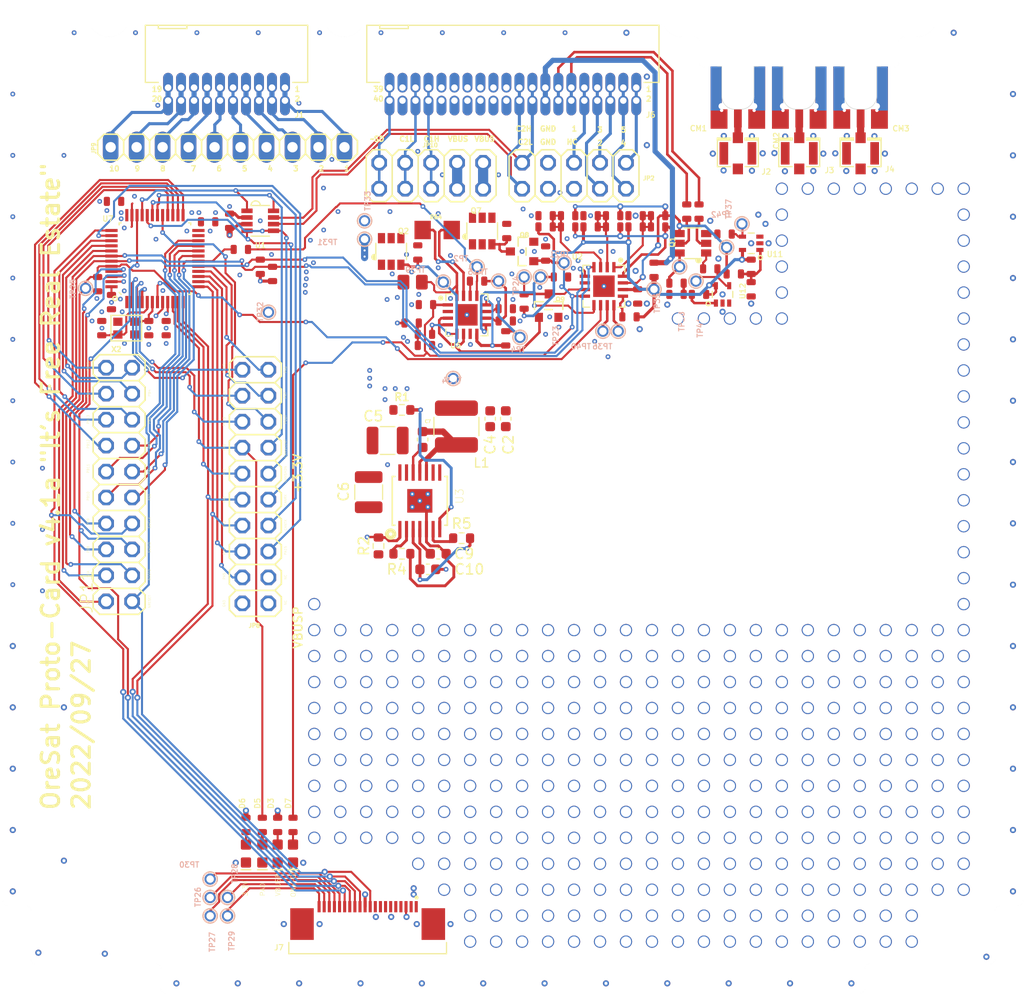
<source format=kicad_pcb>
(kicad_pcb (version 20211014) (generator pcbnew)
  (layers (0 "F.Cu" signal) (1 "In1.Cu" signal) (2 "In2.Cu" signal) (31 "B.Cu" signal) (34 "B.Paste" user) (35 "F.Paste" user) (36 "B.SilkS" user "B.Silkscreen") (37 "F.SilkS" user "F.Silkscreen") (38 "B.Mask" user) (39 "F.Mask" user) (44 "Edge.Cuts" user))
  (net 0 "")
  (net 1 "3.3V")
  (net 2 "Net-(C1-Pad1)")
  (net 3 "Net-(C7-Pad1)")
  (net 4 "Net-(C7-Pad2)")
  (net 5 "Net-(C8-Pad1)")
  (net 6 "GND")
  (net 7 "BOOT0")
  (net 8 "OPD_SDA")
  (net 9 "Net-(C9-Pad1)")
  (net 10 "Net-(C10-Pad1)")
  (net 11 "Net-(C15-Pad1)")
  (net 12 "/Power/ON{slash}~{OFF}")
  (net 13 "Net-(C18-Pad1)")
  (net 14 "Net-(C22-Pad1)")
  (net 15 "Net-(C23-Pad1)")
  (net 16 "Net-(CM1-PadRF)")
  (net 17 "Net-(CM2-PadRF)")
  (net 18 "Net-(CM3-PadRF)")
  (net 19 "Net-(D3-PadA)")
  (net 20 "Net-(D5-PadA)")
  (net 21 "Net-(D6-PadA)")
  (net 22 "Net-(D7-PadA)")
  (net 23 "/Connectors/AUX-1")
  (net 24 "/Connectors/AUX-2")
  (net 25 "/Connectors/AUX-3")
  (net 26 "/Connectors/AUX-4")
  (net 27 "/Connectors/AUX-5")
  (net 28 "/Connectors/AUX-6")
  (net 29 "/Connectors/AUX-7")
  (net 30 "/Connectors/AUX-8")
  (net 31 "/Connectors/AUX-9")
  (net 32 "/Connectors/AUX_~{SHUTDOWN}")
  (net 33 "/Connectors/SPARE5")
  (net 34 "/Connectors/SPARE4")
  (net 35 "/Connectors/SPARE3")
  (net 36 "/Connectors/SPARE2")
  (net 37 "/Connectors/SPARE1")
  (net 38 "/Connectors/CAN1_H")
  (net 39 "/Connectors/CAN1_L")
  (net 40 "/Connectors/C3-UART-TX")
  (net 41 "/Connectors/C3-UART-RX")
  (net 42 "/Connectors/~{SD}")
  (net 47 "/Microcontroller/NRESET")
  (net 48 "/Microcontroller/PA3{slash}USART2_RX")
  (net 49 "/Microcontroller/PA2{slash}USART2_TX")
  (net 50 "/Microcontroller/SWDIO")
  (net 51 "/Microcontroller/SWCLK")
  (net 52 "Net-(J7-Pad16)")
  (net 53 "Net-(J7-Pad17)")
  (net 54 "Net-(J7-Pad18)")
  (net 55 "Net-(J7-Pad19)")
  (net 56 "Net-(J7-Pad20)")
  (net 58 "/Microcontroller/PC13")
  (net 59 "/Microcontroller/PA6{slash}SPI1_MISO")
  (net 60 "/Microcontroller/PC14")
  (net 61 "/Microcontroller/PA7{slash}SPI1_MOSI")
  (net 62 "/Microcontroller/PC15")
  (net 63 "/Microcontroller/PA8")
  (net 64 "/Microcontroller/PA0")
  (net 65 "/Microcontroller/PA9{slash}CAN_SILENT")
  (net 66 "/Microcontroller/PA1")
  (net 67 "/Microcontroller/CAN_SHDN")
  (net 68 "/Microcontroller/CAN_RX")
  (net 69 "/Microcontroller/CAN_TX")
  (net 70 "/Microcontroller/PA4")
  (net 71 "/Microcontroller/PA15")
  (net 72 "/Microcontroller/PA5{slash}SPI1_SCK")
  (net 75 "PB6{slash}SCL")
  (net 76 "PB7{slash}SDA")
  (net 77 "/Microcontroller/PB8")
  (net 78 "/Microcontroller/PB9")
  (net 79 "/Microcontroller/PB0{slash}POUTPROT")
  (net 80 "/Microcontroller/PB10")
  (net 81 "/Microcontroller/PB1")
  (net 82 "/Microcontroller/PB11")
  (net 83 "/Microcontroller/PB2")
  (net 84 "/Microcontroller/PB12")
  (net 85 "/Microcontroller/PB3")
  (net 86 "/Microcontroller/PB13")
  (net 87 "/Microcontroller/PB4")
  (net 88 "/Microcontroller/PB14")
  (net 89 "/Microcontroller/PB5")
  (net 90 "/Microcontroller/PB15")
  (net 91 "Net-(Q1-Pad5)")
  (net 92 "Net-(Q1-Pad2)")
  (net 93 "Net-(Q1-Pad3)")
  (net 94 "Net-(Q1-Pad1)")
  (net 95 "/Power/PEN-SDA-FILT")
  (net 96 "/Power/PEN-SCL-FILT")
  (net 97 "Net-(Q2-Pad5)")
  (net 98 "/Power/CB_CTRL")
  (net 99 "Net-(Q7-Pad1)")
  (net 100 "/Power/~{FAULT}")
  (net 101 "Net-(R1-Pad2)")
  (net 102 "Net-(R2-Pad1)")
  (net 103 "Net-(R5-Pad1)")
  (net 104 "/Power/AD0")
  (net 105 "/Power/AD1")
  (net 106 "/Power/AD2")
  (net 107 "Net-(R61-Pad1)")
  (net 108 "/Power/CB-RESET")
  (net 109 "Net-(R66-Pad1)")
  (net 110 "Net-(R66-Pad2)")
  (net 111 "Net-(R68-Pad1)")
  (net 112 "Net-(R68-Pad2)")
  (net 113 "Net-(R72-Pad1)")
  (net 114 "Net-(R77-Pad1)")
  (net 115 "Net-(R81-Pad1)")
  (net 118 "Net-(TP36-Pad1)")
  (net 119 "Net-(TP40-Pad1)")
  (net 120 "VBUS")
  (net 121 "CAN2_L")
  (net 122 "CAN2_H")
  (net 123 "OPD_SCL")
  (net 124 "OPD_PWR")
  (net 125 "POUT")
  (net 126 "VPD")
  (net 127 "VBUSP")
  (footprint "oresat-proto-card:.0603-C-NOSILK" (layer "F.Cu") (at 139.9011 89.1036 180)
    (property "Value" "RC1005F6653CS")
    (fp_text reference "R72")
    (fp_text value "10K")
  )
  (footprint "oresat-proto-card:1X01" (layer "F.Cu") (at 145.0011 82.5036)
    (fp_text reference "TP2")
    (fp_text value "TEST-POINT-LARGE-SQUARE" hide)
  )
  (footprint "oresat-proto-card:ORESAT-CARD-V1.3-GENERIC-3RF" (layer "F.Cu") (at 98.6011 153.6036)
    (fp_text reference "U$1" hide)
    (fp_text value "" hide)
    (fp_line (start 64.66795 -94.6) (end 35.13205 -94.6) (layer "Edge.Cuts") (width 0.001))
    (fp_line (start 70.81 -86.4) (end 72.99 -86.4) (layer "Edge.Cuts") (width 0.001))
    (fp_line (start 70.31 -90.6) (end 68.63205 -90.6) (layer "Edge.Cuts") (width 0.001))
    (fp_line (start 87.66795 -93.1) (end 87.66795 -91.1) (layer "Edge.Cuts") (width 0.001))
    (fp_line (start 5.8 -94.6) (end 0 -88.8) (layer "Edge.Cuts") (width 0.001))
    (fp_line (start 2.75 -8.1) (end 2.75 -3.4) (layer "Edge.Cuts") (width 0.001))
    (fp_line (start 8.66795 -94.6) (end 5.8 -94.6) (layer "Edge.Cuts") (width 0.001))
    (fp_line (start 82.31 -90.6) (end 79.49 -90.6) (layer "Edge.Cuts") (width 0.001))
    (fp_line (start 95.2 -2.9) (end 96.55 -2.9) (layer "Edge.Cuts") (width 0.001))
    (fp_line (start 70.31 -90.6) (end 68.63205 -90.6) (layer "Edge.Cuts") (width 0.001))
    (fp_line (start 82.31 -86.9) (end 82.31 -90.6) (layer "Edge.Cuts") (width 0.001))
    (fp_line (start 85.49 -86.9) (end 85.49 -90.6) (layer "Edge.Cuts") (width 0.001))
    (fp_line (start 84.8 -2.9) (end 95.2 -2.9) (layer "Edge.Cuts") (width 0.001))
    (fp_line (start 66.4 -93.6) (end 67.63205 -93.6) (layer "Edge.Cuts") (width 0.001))
    (fp_line (start 8.66795 -94.6) (end 5.8 -94.6) (layer "Edge.Cuts") (width 0.001))
    (fp_line (start 16 0) (end 83.8 0) (layer "Edge.Cuts") (width 0.001))
    (fp_line (start 4.6 -93.4) (end 0 -88.8) (layer "Edge.Cuts") (width 0.001))
    (fp_line (start 16 0) (end 83.8 0) (layer "Edge.Cuts") (width 0.001))
    (fp_line (start 97.05 -3.4) (end 97.05 -8.1) (layer "Edge.Cuts") (width 0.001))
    (fp_line (start 99.8 -9.1) (end 99.8 -88.8) (layer "Edge.Cuts") (width 0.001))
    (fp_line (start 9.872909 -87.9) (end 56.42104 -87.9) (layer "Edge.Cuts") (width 0.001))
    (fp_line (start 87.66795 -93.1) (end 87.66795 -91.1) (layer "Edge.Cuts") (width 0.001))
    (fp_line (start 76.31 -90.6) (end 73.49 -90.6) (layer "Edge.Cuts") (width 0.001))
    (fp_line (start 0.5 -8.6) (end 2.25 -8.6) (layer "Edge.Cuts") (width 0.001))
    (fp_line (start 82.31 -86.9) (end 82.31 -90.6) (layer "Edge.Cuts") (width 0.001))
    (fp_line (start 84.3 -0.5) (end 84.3 -2.4) (layer "Edge.Cuts") (width 0.001))
    (fp_line (start 91.4 -2.9) (end 91.4 -94.6) (layer "Edge.Cuts") (width 0.001))
    (fp_line (start 64.66795 -94.6) (end 35.13205 -94.6) (layer "Edge.Cuts") (width 0.001))
    (fp_line (start 0.5 -8.6) (end 2.25 -8.6) (layer "Edge.Cuts") (width 0.001))
    (fp_line (start 66.4 -93.6) (end 67.63205 -93.6) (layer "Edge.Cuts") (width 0.001))
    (fp_line (start 15.5 -2.4) (end 15.5 -0.5) (layer "Edge.Cuts") (width 0.001))
    (fp_line (start 82.81 -86.4) (end 84.99 -86.4) (layer "Edge.Cuts") (width 0.001))
    (fp_line (start 68.13205 -93.1) (end 68.13205 -91.1) (layer "Edge.Cuts") (width 0.001))
    (fp_line (start 2.5 -91.3) (end 2.5 -8.6) (layer "Edge.Cuts") (width 0.001))
    (fp_line (start 97.05 -3.4) (end 97.05 -8.1) (layer "Edge.Cuts") (width 0.001))
    (fp_line (start 31.66795 -94.6) (end 12.13205 -94.6) (layer "Edge.Cuts") (width 0.001))
    (fp_line (start 2.75 -8.1) (end 2.75 -3.4) (layer "Edge.Cuts") (width 0.001))
    (fp_line (start 95.2 -2.9) (end 95.2 -93.4) (layer "Edge.Cuts") (width 0.001))
    (fp_line (start 89.4 -93.6) (end 88.16795 -93.6) (layer "Edge.Cuts") (width 0.001))
    (fp_line (start 95.2 -93.4) (end 94 -94.6) (layer "Edge.Cuts") (width 0.001))
    (fp_line (start 68.13205 -93.1) (end 68.13205 -91.1) (layer "Edge.Cuts") (width 0.001))
    (fp_line (start 5.8 -94.6) (end 4.6 -93.4) (layer "Edge.Cuts") (width 0.001))
    (fp_line (start 70.31 -86.9) (end 70.31 -90.6) (layer "Edge.Cuts") (width 0.001))
    (fp_line (start 79.49 -86.9) (end 79.49 -90.6) (layer "Edge.Cuts") (width 0.001))
    (fp_line (start 84.8 -2.9) (end 96.55 -2.9) (layer "Edge.Cuts") (width 0.001))
    (fp_line (start 73.49 -86.9) (end 73.49 -90.6) (layer "Edge.Cuts") (width 0.001))
    (fp_line (start 91.4 -97.2) (end 91.4 -95.6) (layer "Edge.Cuts") (width 0.001))
    (fp_line (start 49.9 -44.57184) (end 49.9 -89.9) (layer "Edge.Cuts") (width 0.001))
    (fp_line (start 8.4 -95.6) (end 8.4 -97.2) (layer "Edge.Cuts") (width 0.001))
    (fp_line (start 76.31 -90.6) (end 73.49 -90.6) (layer "Edge.Cuts") (width 0.001))
    (fp_line (start 3.25 -2.9) (end 15 -2.9) (layer "Edge.Cuts") (width 0.001))
    (fp_line (start 70.31 -86.9) (end 70.31 -90.6) (layer "Edge.Cuts") (width 0.001))
    (fp_line (start 79.49 -86.9) (end 79.49 -90.6) (layer "Edge.Cuts") (width 0.001))
    (fp_line (start 97.55 -8.6) (end 99.3 -8.6) (layer "Edge.Cuts") (width 0.001))
    (fp_line (start 99.8 -9.1) (end 99.8 -88.8) (layer "Edge.Cuts") (width 0.001))
    (fp_line (start 94 -94.6) (end 91.13205 -94.6) (layer "Edge.Cuts") (width 0.001))
    (fp_line (start 0 -88.8) (end 0 -9.1) (layer "Edge.Cuts") (width 0.001))
    (fp_line (start 3.25 -2.9) (end 4.6 -2.9) (layer "Edge.Cuts") (width 0.001))
    (fp_line (start 84.3 -0.5) (end 84.3 -2.4) (layer "Edge.Cuts") (width 0.001))
    (fp_line (start 4.6 -2.9) (end 4.6 -93.4) (layer "Edge.Cuts") (width 0.001))
    (fp_line (start 91.4 -97.2) (end 8.4 -97.2) (layer "Edge.Cuts") (width 0.001))
    (fp_line (start 15.5 -2.4) (end 15.5 -0.5) (layer "Edge.Cuts") (width 0.001))
    (fp_line (start 82.31 -90.6) (end 79.49 -90.6) (layer "Edge.Cuts") (width 0.001))
    (fp_line (start 89.4 -93.6) (end 88.16795 -93.6) (layer "Edge.Cuts") (width 0.001))
    (fp_line (start 87.16795 -90.6) (end 85.49 -90.6) (layer "Edge.Cuts") (width 0.001))
    (fp_line (start 15.5 -2.4) (end 84.3 -2.4) (layer "Edge.Cuts") (width 0.001))
    (fp_line (start 76.31 -86.9) (end 76.31 -90.6) (layer "Edge.Cuts") (width 0.001))
    (fp_line (start 76.81 -86.4) (end 78.99 -86.4) (layer "Edge.Cuts") (width 0.001))
    (fp_line (start 4.6 -2.9) (end 15 -2.9) (layer "Edge.Cuts") (width 0.001))
    (fp_line (start 85.49 -86.9) (end 85.49 -90.6) (layer "Edge.Cuts") (width 0.001))
    (fp_line (start 82.81 -86.4) (end 84.99 -86.4) (layer "Edge.Cuts") (width 0.001))
    (fp_line (start 0 -88.8) (end 0 -9.1) (layer "Edge.Cuts") (width 0.001))
    (fp_line (start 76.81 -86.4) (end 78.99 -86.4) (layer "Edge.Cuts") (width 0.001))
    (fp_line (start 97.55 -8.6) (end 99.3 -8.6) (layer "Edge.Cuts") (width 0.001))
    (fp_line (start 87.16795 -90.6) (end 85.49 -90.6) (layer "Edge.Cuts") (width 0.001))
    (fp_line (start 94 -94.6) (end 91.13205 -94.6) (layer "Edge.Cuts") (width 0.001))
    (fp_line (start 73.49 -86.9) (end 73.49 -90.6) (layer "Edge.Cuts") (width 0.001))
    (fp_line (start 21.9 -89.9) (end 21.9 -85.9) (layer "Edge.Cuts") (width 0.001))
    (fp_line (start 70.81 -86.4) (end 72.99 -86.4) (layer "Edge.Cuts") (width 0.001))
    (fp_line (start 8.4 -2.9) (end 8.4 -94.6) (layer "Edge.Cuts") (width 0.001))
    (fp_line (start 91.4 -95.6) (end 8.4 -95.6) (layer "Edge.Cuts") (width 0.001))
    (fp_line (start 99.8 -88.8) (end 94 -94.6) (layer "Edge.Cuts") (width 0.001))
    (fp_line (start 99.8 -88.8) (end 95.2 -93.4) (layer "Edge.Cuts") (width 0.001))
    (fp_line (start 76.31 -86.9) (end 76.31 -90.6) (layer "Edge.Cuts") (width 0.001))
    (fp_line (start 97.3 -8.55) (end 97.3 -91.3) (layer "Edge.Cuts") (width 0.001))
    (fp_line (start 31.66795 -94.6) (end 12.13205 -94.6) (layer "Edge.Cuts") (width 0.001))
    (fp_arc (start 99.8 -9.1) (mid 99.653553 -8.746447) (end 99.3 -8.6) (layer "Edge.Cuts") (width 0.001))
    (fp_arc (start 16 0) (mid 15.646447 -0.146447) (end 15.5 -0.5) (layer "Edge.Cuts") (width 0.001))
    (fp_arc (start 85.49 -86.9) (mid 85.343553 -86.546447) (end 84.99 -86.4) (layer "Edge.Cuts") (width 0.001))
    (fp_arc (start 97.05 -8.1) (mid 97.196447 -8.453553) (end 97.55 -8.6) (layer "Edge.Cuts") (width 0.001))
    (fp_arc (start 73.49 -86.9) (mid 73.343553 -86.546447) (end 72.99 -86.4) (layer "Edge.Cuts") (width 0.001))
    (fp_arc (start 67.63205 -93.6) (mid 67.985603 -93.453553) (end 68.13205 -93.1) (layer "Edge.Cuts") (width 0.001))
    (fp_arc (start 12.13205 -94.6) (mid 10.400001 -93.6) (end 8.667951 -94.599999) (layer "Edge.Cuts") (width 0.001))
    (fp_arc (start 76.81 -86.4) (mid 76.456447 -86.546447) (end 76.31 -86.9) (layer "Edge.Cuts") (width 0.001))
    (fp_arc (start 68.63205 -90.6) (mid 68.278497 -90.746447) (end 68.13205 -91.1) (layer "Edge.Cuts") (width 0.001))
    (fp_arc (start 87.66795 -91.1) (mid 87.521503 -90.746447) (end 87.16795 -90.6) (layer "Edge.Cuts") (width 0.001))
    (fp_arc (start 0.5 -8.6) (mid 0.146447 -8.746447) (end 0 -9.1) (layer "Edge.Cuts") (width 0.001))
    (fp_arc (start 3.25 -2.9) (mid 2.896447 -3.046447) (end 2.75 -3.4) (layer "Edge.Cuts") (width 0.001))
    (fp_arc (start 79.49 -86.9) (mid 79.343553 -86.546447) (end 78.99 -86.4) (layer "Edge.Cuts") (width 0.001))
    (fp_arc (start 15 -2.9) (mid 15.353553 -2.753553) (end 15.5 -2.4) (layer "Edge.Cuts") (width 0.001))
    (fp_arc (start 82.81 -86.4) (mid 82.456447 -86.546447) (end 82.31 -86.9) (layer "Edge.Cuts") (width 0.001))
    (fp_arc (start 97.05 -3.4) (mid 96.903553 -3.046447) (end 96.55 -2.9) (layer "Edge.Cuts") (width 0.001))
    (fp_arc (start 82.81 -86.4) (mid 82.456447 -86.546447) (end 82.31 -86.9) (layer "Edge.Cuts") (width 0.001))
    (fp_arc (start 84.3 -2.4) (mid 84.446447 -2.753553) (end 84.8 -2.9) (layer "Edge.Cuts") (width 0.001))
    (fp_arc (start 35.132049 -94.599999) (mid 33.399999 -93.600001) (end 31.66795 -94.6) (layer "Edge.Cuts") (width 0.001))
    (fp_arc (start 79.49 -86.9) (mid 79.343553 -86.546447) (end 78.99 -86.4) (layer "Edge.Cuts") (width 0.001))
    (fp_arc (start 87.66795 -93.1) (mid 87.814397 -93.453553) (end 88.16795 -93.6) (layer "Edge.Cuts") (width 0.001))
    (fp_arc (start 66.4 -93.6) (mid 65.400001 -93.867949) (end 64.66795 -94.599999) (layer "Edge.Cuts") (width 0.001))
    (fp_arc (start 85.49 -86.9) (mid 85.343553 -86.546447) (end 84.99 -86.4) (layer "Edge.Cuts") (width 0.001))
    (fp_arc (start 35.13205 -94.6) (mid 33.400001 -93.6) (end 31.667951 -94.599999) (layer "Edge.Cuts") (width 0.001))
    (fp_arc (start 3.25 -2.9) (mid 2.896447 -3.046447) (end 2.75 -3.4) (layer "Edge.Cuts") (width 0.001))
    (fp_arc (start 97.05 -3.4) (mid 96.903553 -3.046447) (end 96.55 -2.9) (layer "Edge.Cuts") (width 0.001))
    (fp_arc (start 66.399999 -93.6) (mid 65.4 -93.867949) (end 64.66795 -94.6) (layer "Edge.Cuts") (width 0.001))
    (fp_arc (start 84.3 -0.5) (mid 84.153553 -0.146447) (end 83.8 0) (layer "Edge.Cuts") (width 0.001))
    (fp_arc (start 67.63205 -93.6) (mid 67.985603 -93.453553) (end 68.13205 -93.1) (layer "Edge.Cuts") (width 0.001))
    (fp_arc (start 73.49 -86.9) (mid 73.343553 -86.546447) (end 72.99 -86.4) (layer "Edge.Cuts") (width 0.001))
    (fp_arc (start 97.05 -8.1) (mid 97.196447 -8.453553) (end 97.55 -8.6) (layer "Edge.Cuts") (width 0.001))
    (fp_arc (start 91.132049 -94.6) (mid 90.399999 -93.86795) (end 89.4 -93.6) (layer "Edge.Cuts") (width 0.001))
    (fp_arc (start 2.25 -8.6) (mid 2.603553 -8.453553) (end 2.75 -8.1) (layer "Edge.Cuts") (width 0.001))
    (fp_arc (start 99.8 -9.1) (mid 99.653553 -8.746447) (end 99.3 -8.6) (layer "Edge.Cuts") (width 0.001))
    (fp_arc (start 87.66795 -93.1) (mid 87.814397 -93.453553) (end 88.16795 -93.6) (layer "Edge.Cuts") (width 0.001))
    (fp_arc (start 76.81 -86.4) (mid 76.456447 -86.546447) (end 76.31 -86.9) (layer "Edge.Cuts") (width 0.001))
    (fp_arc (start 12.132049 -94.599999) (mid 10.399999 -93.600001) (end 8.66795 -94.6) (layer "Edge.Cuts") (width 0.001))
    (fp_arc (start 16 0) (mid 15.646447 -0.146447) (end 15.5 -0.5) (layer "Edge.Cuts") (width 0.001))
    (fp_arc (start 87.66795 -91.1) (mid 87.521503 -90.746447) (end 87.16795 -90.6) (layer "Edge.Cuts") (width 0.001))
    (fp_arc (start 70.81 -86.4) (mid 70.456447 -86.546447) (end 70.31 -86.9) (layer "Edge.Cuts") (width 0.001))
    (fp_arc (start 91.13205 -94.6) (mid 90.4 -93.867949) (end 89.4 -93.599999) (layer "Edge.Cuts") (width 0.001))
    (fp_arc (start 84.3 -2.4) (mid 84.446447 -2.753553) (end 84.8 -2.9) (layer "Edge.Cuts") (width 0.001))
    (fp_arc (start 70.81 -86.4) (mid 70.456447 -86.546447) (end 70.31 -86.9) (layer "Edge.Cuts") (width 0.001))
    (fp_arc (start 15 -2.9) (mid 15.353553 -2.753553) (end 15.5 -2.4) (layer "Edge.Cuts") (width 0.001))
    (fp_arc (start 68.63205 -90.6) (mid 68.278497 -90.746447) (end 68.13205 -91.1) (layer "Edge.Cuts") (width 0.001))
    (fp_arc (start 84.3 -0.5) (mid 84.153553 -0.146447) (end 83.8 0) (layer "Edge.Cuts") (width 0.001))
    (fp_arc (start 2.25 -8.6) (mid 2.603553 -8.453553) (end 2.75 -8.1) (layer "Edge.Cuts") (width 0.001))
    (fp_arc (start 0.5 -8.6) (mid 0.146447 -8.746447) (end 0 -9.1) (layer "Edge.Cuts") (width 0.001))
    (fp_circle (center 70.31 -86.4) (end 70.47 -86.4) (layer "Edge.Cuts") (width 0.001) (fill none))
    (fp_circle (center 73.49 -86.4) (end 73.65 -86.4) (layer "Edge.Cuts") (width 0.001) (fill none))
    (fp_circle (center 82.31 -86.4) (end 82.47 -86.4) (layer "Edge.Cuts") (width 0.001) (fill none))
    (fp_circle (center 79.49 -86.4) (end 79.65 -86.4) (layer "Edge.Cuts") (width 0.001) (fill none))
    (fp_circle (center 49.9 -49.8) (end 52.4 -49.8) (layer "Edge.Cuts") (width 0.001) (fill none))
    (fp_circle (center 85.49 -86.4) (end 85.65 -86.4) (layer "Edge.Cuts") (width 0.001) (fill none))
    (fp_circle (center 76.31 -86.4) (end 76.47 -86.4) (layer "Edge.Cuts") (width 0.001) (fill none))
  )
  (footprint "oresat-proto-card:.0603-C-NOSILK" (layer "F.Cu") (at 162.7011 77.5036 180)
    (property "Value" "RC1005F6653CS")
    (fp_text reference "R40")
    (fp_text value "NP")
  )
  (footprint "oresat-proto-card:R1206" (layer "F.Cu") (at 141.1011 78.9036 180)
    (property "Value" "CSR1206FTR100")
    (fp_text reference "R64")
    (fp_text value "100m")
  )
  (footprint "oresat-proto-card:2X10" (layer "F.Cu") (at 110.0011 103.8036 90)
    (property "Value" "67996-420HLF")
    (fp_text reference "JP11")
    (fp_text value "PINHD-2X10")
  )
  (footprint "oresat-proto-card:.0603-C-NOSILK" (layer "F.Cu") (at 121.9011 80.8036 180)
    (property "Value" "RC0402FR-0710KL")
    (fp_text reference "R49")
    (fp_text value "10k")
  )
  (footprint "oresat-proto-card:.0603-C-NOSILK" (layer "F.Cu") (at 153.9011 77.5036 180)
    (property "Value" "RC1005F6653CS")
    (fp_text reference "R57")
    (fp_text value "NP")
  )
  (footprint "oresat-proto-card:1X01" (layer "F.Cu") (at 134.0011 78.0036)
    (fp_text reference "TP33")
    (fp_text value "TEST-POINT-LARGE-SQUARE" hide)
  )
  (footprint "oresat-proto-card:1X01" (layer "F.Cu") (at 157.3011 88.8036)
    (fp_text reference "TP40")
    (fp_text value "TEST-POINT-LARGE-SQUARE" hide)
  )
  (footprint "oresat-proto-card:2X05" (layer "F.Cu") (at 154.4811 73.5936 180)
    (property "Value" "67997-410HLF")
    (fp_text reference "JP2")
    (fp_text value "PINHD-2X5")
  )
  (footprint "oresat-proto-card:.0603-C-NOSILK" (layer "F.Cu") (at 109.5011 76.1036)
    (property "Value" "CL05B104KO5NNNC")
    (fp_text reference "C21")
    (fp_text value "100n")
  )
  (footprint "oresat-proto-card:1X01" (layer "F.Cu") (at 153.5011 82.1036 90)
    (fp_text reference "TP21")
    (fp_text value "TEST-POINT-LARGE-SQUARE" hide)
  )
  (footprint "oresat-proto-card:J-SAMTEC-TFM-120-X1-XXX-D-RA" (layer "F.Cu") (at 148.5011 65.6096)
    (property "Value" "TFM-120-01-L-D-RA")
    (fp_text reference "J6")
    (fp_text value "J-SAMTEC-TFM-120-X1-XXX-D-RA" hide)
  )
  (footprint "Resistor_SMD:R_0603_1608Metric" (layer "F.Cu") (at 143.488 109.052)
    (fp_text reference "R5")
    (fp_text value "100K")
  )
  (footprint "oresat-proto-card:2X05" (layer "F.Cu") (at 140.5111 73.5936 180)
    (property "Value" "67997-410HLF")
    (fp_text reference "JP10")
    (fp_text value "PINHD-2X5")
  )
  (footprint "oresat-proto-card:.0603-C-NOSILK" (layer "F.Cu") (at 167.8011 82.7036 180)
    (property "Value" "RNCP0603FTD10K0")
    (fp_text reference "R77")
    (fp_text value "665k")
  )
  (footprint "oresat-proto-card:1X01" (layer "F.Cu") (at 142.665 93.43 180)
    (fp_text reference "TP34")
    (fp_text value "TEST-POINT-LARGE-SQUARE" hide)
  )
  (footprint "oresat-proto-card:SOT23-6" (layer "F.Cu") (at 145.5011 79.0036)
    (property "Value" "DMP3050LVT-7")
    (fp_text reference "Q7")
    (fp_text value "MOSFET-PCH-SOT23-6" hide)
  )
  (footprint "Capacitor_SMD:C_0603_1608Metric" (layer "F.Cu") (at 141.202 110.576)
    (fp_text reference "C9")
    (fp_text value "3.3nF")
  )
  (footprint "oresat-proto-card:SOT23" (layer "F.Cu") (at 152.0011 86.3036)
    (property "Value" "PMV45EN2R")
    (fp_text reference "Q9")
    (fp_text value "PMV45EN")
  )
  (footprint "oresat-proto-card:1X01" (layer "F.Cu") (at 162.3011 84.7036)
    (fp_text reference "TP35")
    (fp_text value "TEST-POINT-LARGE-SQUARE" hide)
  )
  (footprint "oresat-proto-card:.0603-C-NOSILK" (layer "F.Cu") (at 162.7011 78.6036)
    (property "Value" "RC1005F6653CS")
    (fp_text reference "R46")
    (fp_text value "NP")
  )
  (footprint "oresat-proto-card:1X10" (layer "F.Cu") (at 120.6011 70.8036 180)
    (property "Value" "61302011121")
    (fp_text reference "JP9")
    (fp_text value "PINHD-1X10")
  )
  (footprint "oresat-proto-card:U.FL" (layer "F.Cu") (at 182.5011 71.4036 90)
    (property "Value" "1909763-1")
    (fp_text reference "J4")
    (fp_text value "U.FL")
  )
  (footprint "oresat-proto-card:.0603-C-NOSILK" (layer "F.Cu") (at 123.8011 82.5036 -90)
    (property "Value" "CRGCQ0402F2K7")
    (fp_text reference "R51")
    (fp_text value "4.7k")
  )
  (footprint "oresat-proto-card:QFN65P400X400X80-17T210" (layer "F.Cu") (at 157.4011 84.4036 -90)
    (property "Value" "MAX7310ATE")
    (fp_text reference "U2")
    (fp_text value "MAX7310ATE")
  )
  (footprint "oresat-proto-card:1X01" (layer "F.Cu") (at 120.6011 144.2036)
    (fp_text reference "TP28")
    (fp_text value "TEST-POINT-LARGE-SQUARE" hide)
  )
  (footprint "oresat-proto-card:STAND-OFF-TIGHT" (layer "F.Cu") (at 191.6011 64.6036)
    (fp_text reference "H2" hide)
    (fp_text value "STAND-OFFTIGHT")
  )
  (footprint "oresat-proto-card:1X01" (layer "F.Cu") (at 118.9011 144.2036)
    (fp_text reference "TP26")
    (fp_text value "TEST-POINT-LARGE-SQUARE" hide)
  )
  (footprint "oresat-proto-card:.0603-C-NOSILK" (layer "F.Cu") (at 158.3011 77.5036 180)
    (property "Value" "RC1005F6653CS")
    (fp_text reference "R53")
    (fp_text value "NP")
  )
  (footprint "oresat-proto-card:SOT23-8_TI-DCN" (layer "F.Cu") (at 123.8011 78.0036 -90)
    (property "Value" "TCAN330GDCNT")
    (fp_text reference "U1")
    (fp_text value "TCAN330")
  )
  (footprint "Capacitor_SMD:C_0603_1608Metric" (layer "F.Cu") (at 140.186 112.1)
    (fp_text reference "C10")
    (fp_text value "1uF")
  )
  (footprint "MaxLib:PWP14_2P31X2P46-L" (layer "F.Cu") (at 139.4 105.4 90)
    (fp_text reference "U3" hide)
    (fp_text value "TPS54226PWPRPWP14_2P31X2P46-L" hide)
  )
  (footprint "oresat-proto-card:1X01" (layer "F.Cu") (at 149.2011 89.4036)
    (fp_text reference "TP4")
    (fp_text value "TEST-POINT-LARGE-SQUARE" hide)
  )
  (footprint "oresat-proto-card:.0603-C-NOSILK" (layer "F.Cu") (at 112.9011 88.5036 -90)
    (property "Value" "CL05C200JB51PNC")
    (fp_text reference "C15")
    (fp_text value "20p")
  )
  (footprint "oresat-proto-card:.0603-C-NOSILK" (layer "F.Cu") (at 147.8011 89.5036 -90)
    (property "Value" "RC0603JR-070RL")
    (fp_text reference "R68")
    (fp_text value "0")
  )
  (footprint "oresat-proto-card:STAND-OFF-TIGHT" (layer "F.Cu") (at 104.6011 64.6036)
    (fp_text reference "H3" hide)
    (fp_text value "STAND-OFFTIGHT")
  )
  (footprint "oresat-proto-card:.0603-C-NOSILK" (layer "F.Cu") (at 147.9011 79.0036 90)
    (property "Value" "RNCP0603FTD10K0")
    (fp_text reference "R62")
    (fp_text value "10k")
  )
  (footprint "oresat-proto-card:SOT23-6" (layer "F.Cu") (at 136.6011 81.0036)
    (property "Value" "DMP3050LVT-7")
    (fp_text reference "Q2")
    (fp_text value "MOSFET-PCH-SOT23-6" hide)
  )
  (footprint "oresat-proto-card:SC70-5" (layer "F.Cu") (at 171.8011 80.2036 90)
    (fp_text reference "U11")
    (fp_text value "MIC842LYC5" hide)
  )
  (footprint "oresat-proto-card:1X01" (layer "F.Cu") (at 158.8011 88.8036)
    (fp_text reference "TP36")
    (fp_text value "TEST-POINT-LARGE-SQUARE" hide)
  )
  (footprint "Capacitor_SMD:C_1210_3225Metric" (layer "F.Cu") (at 136.25 99.5 180)
    (fp_text reference "C5")
    (fp_text value "100uF")
  )
  (footprint "oresat-proto-card:J-SAMTEC-TFM-110-X1-XXX-D-RA" (layer "F.Cu") (at 120.5011 65.6096)
    (property "Value" "TFM-110-01-L-D-RA ")
    (fp_text reference "J1")
    (fp_text value "J-SAMTEC-TFM-110-X1-XXX-D-RA" hide)
  )
  (footprint "oresat-proto-card:.0603-C-NOSILK" (layer "F.Cu") (at 160.7011 85.4036 90)
    (property "Value" "C0603C104K4PAC7867")
    (fp_text reference "C3")
    (fp_text value "100n")
  )
  (footprint "oresat-proto-card:.0603-C-NOSILK" (layer "F.Cu") (at 151.7011 81.2036 -90)
    (property "Value" "RNCP0603FTD10K0")
    (fp_text reference "R63")
    (fp_text value "10k")
  )
  (footprint "MaxLib:L_2141" (layer "F.Cu") (at 142.98 98.13 90)
    (fp_text reference "L1")
    (fp_text value "3.3uH")
  )
  (footprint "oresat-proto-card:LED-0603" (layer "F.Cu") (at 125.5011 139.9036 -90)
    (property "Value" "SML-E12M8WT86")
    (fp_text reference "D3")
    (fp_text value "GREEN")
  )
  (footprint "Capacitor_SMD:C_1210_3225Metric" (layer "F.Cu") (at 134.4 104.55 -90)
    (fp_text reference "C6")
    (fp_text value "100uF")
  )
  (footprint "Resistor_SMD:R_0603_1608Metric" (layer "F.Cu") (at 137.646 110.576 180)
    (fp_text reference "R4")
    (fp_text value "22.1K")
  )
  (footprint "oresat-proto-card:1X01" (layer "F.Cu") (at 118.9011 142.4036)
    (fp_text reference "TP30")
    (fp_text value "TEST-POINT-LARGE-SQUARE" hide)
  )
  (footprint "oresat-proto-card:.0603-C-NOSILK" (layer "F.Cu") (at 108.3011 88.5036 90)
    (property "Value" "CL05C200JB51PNC")
    (fp_text reference "C18")
    (fp_text value "20p")
  )
  (footprint "oresat-proto-card:.0603-C-NOSILK" (layer "F.Cu") (at 156.1011 78.6036 180)
    (property "Value" "RC1005F6653CS")
    (fp_text reference "R52")
    (fp_text value "NP")
  )
  (footprint "oresat-proto-card:1X01" (layer "F.Cu") (at 141.7011 84.0036)
    (fp_text reference "TP39")
    (fp_text value "TEST-POINT-LARGE-SQUARE" hide)
  )
  (footprint "oresat-proto-card:.0603-C-NOSILK" (layer "F.Cu") (at 171.8011 82.5036 90)
    (property "Value" "RC0603FR-071ML")
    (fp_text reference "R83")
    (fp_text value "1M")
  )
  (footprint "oresat-proto-card:.0603-C-NOSILK" (layer "F.Cu") (at 147.8011 86.6036 180)
    (property "Value" "RC1005F6653CS")
    (fp_text reference "R69")
    (fp_text value "NP")
  )
  (footprint "oresat-proto-card:.0603-C-NOSILK" (layer "F.Cu") (at 118.7011 78.1036 180)
    (property "Value" "CL05B104KO5NNNC")
    (fp_text reference "C14")
    (fp_text value "100n")
  )
  (footprint "oresat-proto-card:.0603-C-NOSILK" (layer "F.Cu") (at 138.6011 88.0036 180)
    (fp_text reference "C8")
    (fp_text value "1u")
  )
  (footprint "oresat-proto-card:1X01" (layer "F.Cu") (at 151.2011 83.5036)
    (fp_text reference "TP23")
    (fp_text value "TEST-POINT-LARGE-SQUARE" hide)
  )
  (footprint "oresat-proto-card:1X01" (layer "F.Cu") (at 149.6011 83.5036)
    (fp_text reference "TP24")
    (fp_text value "TEST-POINT-LARGE-SQUARE" hide)
  )
  (footprint "oresat-proto-card:.0603-C-NOSILK" (layer "F.Cu") (at 156.1011 77.5036)
    (property "Value" "RC1005F6653CS")
    (fp_text reference "R54")
    (fp_text value "NP")
  )
  (footprint "oresat-proto-card:1X01" (layer "F.Cu") (at 166.4011 83.9036)
    (fp_text reference "TP41")
    (fp_text value "TEST-POINT-LARGE-SQUARE" hide)
  )
  (footprint "oresat-proto-card:.0603-C-NOSILK" (layer "F.Cu") (at 145.0011 83.9036 180)
    (property "Value" "RC0603JR-070RL")
    (fp_text reference "R66")
    (fp_text value "0")
  )
  (footprint "oresat-proto-card:.0603-C-NOSILK" (layer "F.Cu") (at 169.2011 79.3036 180)
    (property "Value" "RNCP0603FTD10K0")
    (fp_text reference "R81")
    (fp_text value "665k")
  )
  (footprint "oresat-proto-card:1X01" (layer "F.Cu") (at 106.7211 84.6036 -90)
    (fp_text reference "TP25")
    (fp_text value "TEST-POINT-LARGE-SQUARE" hide)
  )
  (footprint "oresat-proto-card:J-MOLEX-SMPM-073300-003X" (layer "F.Cu") (at 182.5011 62.9036)
    (property "Value" "73300-0020")
    (fp_text reference "CM3")
    (fp_text value "J-MOLEX-SMPM-73300-003X" hide)
    (fp_line (start 1.5748 0) (end 2 0) (layer "Edge.Cuts") (width 0.05))
    (fp_line (start 1.5748 2.921) (end 1.5748 0) (layer "Edge.Cuts") (width 0.05))
    (fp_line (start -0.3048 4.191) (end 0.3048 4.191) (layer "Edge.Cuts") (width 0.05))
    (fp_line (start -2 0) (end -1.5748 0) (layer "Edge.Cuts") (width 0.05))
    (fp_line (start -1.5748 0) (end -1.5748 2.921) (layer "Edge.Cuts") (width 0.05))
    (fp_arc (start -0.304799 4.191001) (mid -1.202825 3.819026) (end -1.5748 2.921) (layer "Edge.Cuts") (width 0.05))
    (fp_arc (start 1.574799 2.920999) (mid 1.202825 3.819025) (end 0.3048 4.191) (layer "Edge.Cuts") (width 0.05))
  )
  (footprint "oresat-proto-card:.0603-C-NOSILK" (layer "F.Cu") (at 162.3011 82.8036 -90)
    (property "Value" "RC0603FR-0710RL")
    (fp_text reference "R24")
    (fp_text value "10")
  )
  (footprint "oresat-proto-card:SC70-5" (layer "F.Cu") (at 169.0011 85.2036)
    (fp_text reference "U12")
    (fp_text value "MIC842LYC5" hide)
  )
  (footprint "oresat-proto-card:CRYSTAL_2.5X2" (layer "F.Cu") (at 110.7011 88.5036)
    (property "Value" "ECS-160-10-36Q-ES-TR")
    (fp_text reference "X2")
    (fp_text value "16MHZ-2.5x2mm")
  )
  (footprint "oresat-proto-card:.0603-C-NOSILK" (layer "F.Cu") (at 164.5011 84.1036 180)
    (property "Value" "CRGCQ0603F330K")
    (fp_text reference "R78")
    (fp_text value "330k")
  )
  (footprint "oresat-proto-card:1X01" (layer "F.Cu") (at 169.4011 80.6036)
    (fp_text reference "TP37")
    (fp_text value "TEST-POINT-LARGE-SQUARE" hide)
  )
  (footprint "Resistor_SMD:R_0603_1608Metric" (layer "F.Cu") (at 137.646 96.5044)
    (fp_text reference "R1")
    (fp_text value "73.2K")
  )
  (footprint "oresat-proto-card:SOT23" (layer "F.Cu") (at 149.4011 81.0036 90)
    (property "Value" "PMV45EN2R")
    (fp_text reference "Q8")
    (fp_text value "PMV45EN")
  )
  (footprint "oresat-proto-card:U.FL" (layer "F.Cu") (at 176.5011 71.4036 90)
    (property "Value" "1909763-1")
    (fp_text reference "J3")
    (fp_text value "U.FL")
  )
  (footprint "oresat-proto-card:.0603-C-NOSILK" (layer "F.Cu") (at 158.3011 78.6036)
    (property "Value" "RC1005F6653CS")
    (fp_text reference "R55")
    (fp_text value "NP")
  )
  (footprint "oresat-proto-card:.0603-C-NOSILK" (layer "F.Cu") (at 171.8011 84.7036 -90)
    (property "Value" "CC0603KRX5R7BB105")
    (fp_text reference "C23")
    (fp_text value "1u")
  )
  (footprint "oresat-proto-card:.0603-C-NOSILK" (layer "F.Cu") (at 160.5011 78.6036 180)
    (property "Value" "RC1005F6653CS")
    (fp_text reference "R39")
    (fp_text value "NP")
  )
  (footprint "oresat-proto-card:.0603-C-NOSILK" (layer "F.Cu") (at 166.7011 77.1036 -90)
    (property "Value" "RC0603FR-07100RL ")
    (fp_text reference "R80")
    (fp_text value "100")
  )
  (footprint "oresat-proto-card:1X01" (layer "F.Cu") (at 164.8011 82.5036)
    (fp_text reference "TP38")
    (fp_text value "TEST-POINT-LARGE-SQUARE" hide)
  )
  (footprint "oresat-proto-card:.0603-C-NOSILK" (layer "F.Cu") (at 149.6011 85.9036 -90)
    (property "Value" "RNCP0603FTD10K0")
    (fp_text reference "R73")
    (fp_text value "10k")
  )
  (footprint "Capacitor_SMD:C_0603_1608Metric" (layer "F.Cu") (at 146.282 97.368 90)
    (fp_text reference "C4")
    (fp_text value "22uF")
  )
  (footprint "oresat-proto-card:1X01" (layer "F.Cu") (at 120.6011 146.0036)
    (fp_text reference "TP29")
    (fp_text value "TEST-POINT-LARGE-SQUARE" hide)
  )
  (footprint "oresat-proto-card:.0603-C-NOSILK" (layer "F.Cu") (at 165.5011 77.1036 -90)
    (property "Value" "RC0603FR-07100RL ")
    (fp_text reference "R60")
    (fp_text value "100")
  )
  (footprint "oresat-proto-card:.0805-B-NOSILK" (layer "F.Cu") (at 138.7011 84.0036 180)
    (property "Value" "CL21B106KOQNNNG")
    (fp_text reference "C1")
    (fp_text value "10u")
  )
  (footprint "oresat-proto-card:.0603-C-NOSILK" (layer "F.Cu") (at 107.9011 84.2036 90)
    (property "Value" "RC0402FR-0710KL")
    (fp_text reference "R47")
    (fp_text value "10k")
  )
  (footprint "oresat-proto-card:1X01" (layer "F.Cu") (at 134.0011 79.8036)
    (fp_text reference "TP31")
    (fp_text value "TEST-POINT-LARGE-SQUARE" hide)
  )
  (footprint "oresat-proto-card:.0603-C-NOSILK" (layer "F.Cu") (at 139.9011 90.2036 180)
    (property "Value" "RC1005F6653CS")
    (fp_text reference "R71")
    (fp_text value "100k")
  )
  (footprint "oresat-proto-card:2X10" (layer "F.Cu") (at 123.3211 104.0036 -90)
    (property "Value" "67996-420HLF")
    (fp_text reference "JP8")
    (fp_text value "PINHD-2X10")
  )
  (footprint "oresat-proto-card:.0603-C-NOSILK" (layer "F.Cu") (at 120.8011 78.0036 -90)
    (property "Value" "CL05B104KO5NNNC")
    (fp_text reference "C19")
    (fp_text value "100n")
  )
  (footprint "oresat-proto-card:.0603-C-NOSILK" (layer "F.Cu") (at 166.7011 85.2036)
    (property "Value" "RC0603FR-071ML")
    (fp_text reference "R79")
    (fp_text value "1M")
  )
  (footprint "oresat-proto-card:.0603-C-NOSILK" (layer "F.Cu") (at 122.4011 137.1036 90)
    (property "Value" "ERA-3AEB272V")
    (fp_text reference "R17")
    (fp_text value "2.7k")
  )
  (footprint "Capacitor_SMD:C_0603_1608Metric" (layer "F.Cu") (at 139.678 99.4 -90)
    (fp_text reference "C7")
    (fp_text value "0.1uF")
  )
  (footprint "oresat-proto-card:.0603-C-NOSILK" (layer "F.Cu") (at 124.0011 137.1036 90)
    (property "Value" "CRGCQ0402F2K7")
    (fp_text reference "R48")
    (fp_text value "2.7k")
  )
  (footprint "oresat-proto-card:LED-0603" (layer "F.Cu") (at 122.4011 139.9036 -90)
    (property "Value" "SML-E12M8WT86")
    (fp_text reference "D6")
    (fp_text value "GREEN")
  )
  (footprint "oresat-proto-card:.0603-C-NOSILK" (layer "F.Cu") (at 114.6011 88.5036 90)
    (property "Value" "CL05B104KO5NNNC")
    (fp_text reference "C20")
    (fp_text value "100n")
  )
  (footprint "oresat-proto-card:1X01" (layer "F.Cu") (at 118.9011 146.0036)
    (fp_text reference "TP27")
    (fp_text value "TEST-POINT-LARGE-SQUARE" hide)
  )
  (footprint "oresat-proto-card:.0603-C-NOSILK" (layer "F.Cu") (at 127.0011 137.1036 90)
    (property "Value" "ERA-3AEB272V")
    (fp_text reference "R76")
    (fp_text value "2.7k")
  )
  (footprint "oresat-proto-card:STM32F091C" (layer "F.Cu") (at 113.5011 81.7036)
    (property "Value" "STM32F042K6T7")
    (fp_text reference "U7")
    (fp_text value "STM32F091C" hide)
  )
  (footprint "oresat-proto-card:.0603-C-NOSILK" (layer "F.Cu") (at 153.9011 78.6036)
    (property "Value" "RC1005F6653CS")
    (fp_text reference "R59")
    (fp_text value "NP")
  )
  (footprint "oresat-proto-card:1X01" (layer "F.Cu") (at 170.9011 78.3036)
    (fp_text reference "TP42")
    (fp_text value "TEST-POINT-LARGE-SQUARE" hide)
  )
  (footprint "oresat-proto-card:.0603-C-NOSILK" (layer "F.Cu") (at 159.9011 87.4036)
    (property "Value" "RNCP0603FTD10K0")
    (fp_text reference "R61")
    (fp_text value "10k")
  )
  (footprint "oresat-proto-card:.0603-C-NOSILK" (layer "F.Cu") (at 151.7011 77.5036)
    (property "Value" "RC1005F6653CS")
    (fp_text reference "R58")
    (fp_text value "NP")
  )
  (footprint "oresat-proto-card:TE_2-1734592-0" (layer "F.Cu") (at 134.3011 146.8036 180)
    (fp_text reference "J7")
    (fp_text value "ORESAT-DEBUG-CONNECTOR-ALL")
  )
  (footprint "oresat-proto-card:SOT23-6" (layer "F.Cu") (at 166.1011 80.2036 90)
    (property "Value" "DMP2240UDM")
    (fp_text reference "Q1")
    (fp_text value "DMP2240UDM" hide)
  )
  (footprint "oresat-proto-card:.0603-C-NOSILK" (layer "F.Cu") (at 164.5011 85.2036 180)
    (property "Value" "CC0603KRX5R7BB105")
    (fp_text reference "C22")
    (fp_text value "1u")
  )
  (footprint "oresat-proto-card:.0603-C-NOSILK" (layer "F.Cu") (at 160.5011 77.5036)
    (property "Value" "RC1005F6653CS")
    (fp_text reference "R45")
    (fp_text value "NP")
  )
  (footprint "oresat-proto-card:J-MOLEX-SMPM-073300-003X" (layer "F.Cu") (at 176.5011 62.9036)
    (property "Value" "73300-0020")
    (fp_text reference "CM2")
    (fp_text value "J-MOLEX-SMPM-73300-003X" hide)
    (fp_line (start -1.5748 0) (end -1.5748 2.921) (layer "Edge.Cuts") (width 0.05))
    (fp_line (start 1.5748 2.921) (end 1.5748 0) (layer "Edge.Cuts") (width 0.05))
    (fp_line (start 1.5748 0) (end 2 0) (layer "Edge.Cuts") (width 0.05))
    (fp_line (start -0.3048 4.191) (end 0.3048 4.191) (layer "Edge.Cuts") (width 0.05))
    (fp_line (start -2 0) (end -1.5748 0) (layer "Edge.Cuts") (width 0.05))
    (fp_arc (start 1.574799 2.920999) (mid 1.202825 3.819025) (end 0.3048 4.191) (layer "Edge.Cuts") (width 0.05))
    (fp_arc (start -0.304799 4.191001) (mid -1.202825 3.819026) (end -1.5748 2.921) (layer "Edge.Cuts") (width 0.05))
  )
  (footprint "oresat-proto-card:.0603-C-NOSILK" (layer "F.Cu") (at 147.8011 87.8036 180)
    (property "Value" "RC1005F6653CS")
    (fp_text reference "R67")
    (fp_text value "NP")
  )
  (footprint "Resistor_SMD:R_0603_1608Metric" (layer "F.Cu") (at 135.36 109.814 90)
    (fp_text reference "R2")
    (fp_text value "73.2K")
  )
  (footprint "oresat-proto-card:J-MOLEX-SMPM-073300-003X" (layer "F.Cu") (at 170.5011 62.9036)
    (property "Value" "73300-0020")
    (fp_text reference "CM1")
    (fp_text value "J-MOLEX-SMPM-73300-003X" hide)
    (fp_line (start 1.5748 0) (end 2 0) (layer "Edge.Cuts") (width 0.05))
    (fp_line (start -0.3048 4.191) (end 0.3048 4.191) (layer "Edge.Cuts") (width 0.05))
    (fp_line (start -1.5748 0) (end -1.5748 2.921) (layer "Edge.Cuts") (width 0.05))
    (fp_line (start 1.5748 2.921) (end 1.5748 0) (layer "Edge.Cuts") (width 0.05))
    (fp_line (start -2 0) (end -1.5748 0) (layer "Edge.Cuts") (width 0.05))
    (fp_arc (start 1.574799 2.920999) (mid 1.202825 3.819025) (end 0.3048 4.191) (layer "Edge.Cuts") (width 0.05))
    (fp_arc (start -0.304799 4.191001) (mid -1.202825 3.819026) (end -1.5748 2.921) (layer "Edge.Cuts") (width 0.05))
  )
  (footprint "Capacitor_SMD:C_0603_1608Metric" (layer "F.Cu") (at 147.806 97.368 90)
    (fp_text reference "C2")
    (fp_text value "22uF")
  )
  (footprint "oresat-proto-card:.0603-C-NOSILK" (layer "F.Cu") (at 151.7011 78.6036 180)
    (property "Value" "RC1005F6653CS")
    (fp_text reference "R56")
    (fp_text value "NP")
  )
  (footprint "oresat-proto-card:.0603-C-NOSILK" (layer "F.Cu") (at 139.2011 81.1036 90)
    (property "Value" "RNCP0603FTD10K0")
    (fp_text reference "R70")
    (fp_text value "10k")
  )
  (footprint "oresat-proto-card:.0603-C-NOSILK" (layer "F.Cu") (at 125.0011 83.2036 -90)
    (property "Value" "CRGCQ0402F2K7")
    (fp_text reference "R50")
    (fp_text value "4.7k")
  )
  (footprint "oresat-proto-card:.0603-C-NOSILK" (layer "F.Cu") (at 125.5011 137.1036 90)
    (property "Value" "ERA-3AEB272V")
    (fp_text reference "R3")
    (fp_text value "2.7k")
  )
  (footprint "oresat-proto-card:LED-0603" (layer "F.Cu") (at 127.0011 139.9036 -90)
    (property "Value" "IN-S63AT5A")
    (fp_text reference "D7")
    (fp_text value "AMBER")
  )
  (footprint "oresat-proto-card:.0603-C-NOSILK" (layer "F.Cu") (at 109.2511 85.9586 90)
    (property "Value" "CL05B104KO5NNNC")
    (fp_text reference "C13")
    (fp_text value "100n")
  )
  (footprint "oresat-proto-card:1X01" (layer "F.Cu") (at 124.6 86.95 180)
    (fp_text reference "TP32")
    (fp_text value "TEST-POINT-LARGE-SQUARE" hide)
  )
  (footprint "oresat-proto-card:.0603-C-NOSILK" (layer "F.Cu") (at 153.2011 83.5036 180)
    (property "Value" "RNCP0603FTD10K0")
    (fp_text reference "R65")
    (fp_text value "10k")
  )
  (footprint "oresat-proto-card:QFN65P400X400X80-17T210" (layer "F.Cu") (at 144.0011 87.2036)
    (property "Value" "MAX4211FETE")
    (fp_text reference "U6")
    (fp_text value "MAX4211FETE")
  )
  (footprint "oresat-proto-card:1X01" (layer "F.Cu") (at 147.1011 83.9036)
    (fp_text reference "TP15")
    (fp_text value "TEST-POINT-LARGE-SQUARE" hide)
  )
  (footprint "oresat-proto-card:U.FL" (layer "F.Cu") (at 170.5011 71.4036 90)
    (property "Value" "1909763-1")
    (fp_text reference "J2")
    (fp_text value "U.FL")
  )
  (footprint "oresat-proto-card:LED-0603" (layer "F.Cu") (at 124.0011 139.9036 -90)
    (property "Value" "IN-S63AT5A")
    (fp_text reference "D5")
    (fp_text value "AMBER")
  )
  (footprint "oresat-proto-card:.0603-C-NOSILK" (layer "F.Cu") (at 170.1011 83.2036 180)
    (property "Value" "CRGCQ0603F330K")
    (fp_text reference "R82")
    (fp_text value "330k")
  )
  (footprint "oresat-proto-card:.0603-C-NOSILK" (layer "F.Cu") (at 140.0011 86.2036 180)
    (property "Value" "CC0603KRX5R7BB105")
    (fp_text reference "C17")
    (fp_text value "1u")
  )
  (gr_text "PB3" (at 113.1011 97.9036 90) (layer "F.SilkS") (effects (font (size 0.23 0.23) (thickness 0.02)) (justify left bottom)))
  (gr_text "2" (at 157.3411 70.1036) (layer "F.SilkS") (effects (font (size 0.508 0.508) (thickness 0.127)) (justify right top)))
  (gr_text "PA7" (at 126.4011 95.4036 90) (layer "F.SilkS") (effects (font (size 0.23 0.23) (thickness 0.02)) (justify left bottom)))
  (gr_text "VBUS" (at 146.8011 69.7036) (layer "F.SilkS") (effects (font (size 0.508 0.508) (thickness 0.127)) (justify right top)))
  (gr_text "PA2" (at 120.4011 105.6036 90) (layer "F.SilkS") (effects (font (size 0.23 0.23) (thickness 0.02)) (justify left bottom)))
  (gr_text "PB0" (at 113.1011 105.4036 90) (layer "F.SilkS") (effects (font (size 0.23 0.23) (thickness 0.02)) (justify left bottom)))
  (gr_text "PB15" (at 107.1011 92.7036 90) (layer "F.SilkS") (effects (font (size 0.23 0.23) (thickness 0.02)) (justify left bottom)))
  (gr_text "PB10" (at 107.1011 105.4036 90) (layer "F.SilkS") (effects (font (size 0.23 0.23) (thickness 0.02)) (justify left bottom)))
  (gr_text "PB9" (at 107.1011 107.8036 90) (layer "F.SilkS") (effects (font (size 0.23 0.23) (thickness 0.02)) (justify left bottom)))
  (gr_text "PC14" (at 120.4011 95.5036 90) (layer "F.SilkS") (effects (font (size 0.23 0.23) (thickness 0.02)) (justify left bottom)))
  (gr_text "GND" (at 120.4011 115.8036 90) (layer "F.SilkS") (effects (font (size 0.23 0.23) (thickness 0.02)) (justify left bottom)))
  (gr_text "NC" (at 154.9011 70.0036) (layer "F.SilkS") (effects (font (size 0.508 0.508) (thickness 0.127)) (justify right top)))
  (gr_text "PB1" (at 113.1011 102.8036 90) (layer "F.SilkS") (effects (font (size 0.23 0.23) (thickness 0.02)) (justify left bottom)))
  (gr_text "8" (at 114.6011 72.6036) (layer "F.SilkS") (effects (font (size 0.508 0.508) (thickness 0.127)) (justify right top)))
  (gr_text "PB2" (at 113.1011 100.3036 90) (layer "F.SilkS") (effects (font (size 0.23 0.23) (thickness 0.02)) (justify left bottom)))
  (gr_text "PC13" (at 120.4011 92.9036 90) (layer "F.SilkS") (effects (font (size 0.23 0.23) (thickness 0.02)) (justify left bottom)))
  (gr_text "2022/09/27" (at 107.3011 135.8036 90) (layer "F.SilkS") (effects (font (size 1.7 1.7) (thickness 0.3)) (justify left bottom)))
  (gr_text "NC" (at 126.4011 115.6036 90) (layer "F.SilkS") (effects (font (size 0.23 0.23) (thickness 0.02)) (justify left bottom)))
  (gr_text "PB4" (at 113.1011 95.2036 90) (layer "F.SilkS") (effects (font (size 0.23 0.23) (thickness 0.02)) (justify left bottom)))
  (gr_text "PA3" (at 120.4011 108.0036 90) (layer "F.SilkS") (effects (font (size 0.23 0.23) (thickness 0.02)) (justify left bottom)))
  (gr_text "PA1" (at 120.4011 102.9036 90) (layer "F.SilkS") (effects (font (size 0.23 0.23) (thickness 0.02)) (justify left bottom)))
  (gr_text "10" (at 110.1011 72.6036) (layer "F.SilkS") (effects (font (size 0.508 0.508) (thickness 0.127)) (justify right top)))
  (gr_text "1" (at 154.8411 68.7036) (layer "F.SilkS") (effects (font (size 0.508 0.508) (thickness 0.127)) (justify right top)))
  (gr_text "PB8" (at 107.1011 110.5036 90) (layer "F.SilkS") (effects (font (size 0.23 0.23) (thickness 0.02)) (justify left bottom)))
  (gr_text "+3.3V" (at 127.9611 104.7036 90) (layer "F.SilkS") (effects (font (size 0.85 0.85)) (justify left bottom)))
  (gr_text "6" (at 120.1011 72.6036) (layer "F.SilkS") (effects (font (size 0.508 0.508) (thickness 0.127)) (justify right top)))
  (gr_text "4" (at 125.1011 72.6036) (layer "F.SilkS") (effects (font (size 0.508 0.508) (thickness 0.127)) (justify right top)))
  (gr_text "NRESET" (at 113.1011 115.9036 90) (layer "F.SilkS") (effects (font (size 0.23 0.23) (thickness 0.02)) (justify left bottom)))
  (gr_text "ON/~OFF" (at 127.3011 144.2036 90) (layer "F.SilkS") (effects (font (size 0.46 0.46) (thickness 0.04)) (justify left bottom)))
  (gr_text "SWCLK" (at 113.1011 108.1036 90) (layer "F.SilkS") (effects (font (size 0.23 0.23) (thickness 0.02)) (justify left bottom)))
  (gr_text "C1H" (at 141.4011 69.7036) (layer "F.SilkS") (effects (font (size 0.508 0.508) (thickness 0.127)) (justify right top)))
  (gr_text "VBUSP" (at 127.9811 119.9436 90) (layer "F.SilkS") (effects (font (size 0.85 0.85)) (justify left bottom)))
  (gr_text "GND" (at 152.8011 70.0036) (layer "F.SilkS") (effects (font (size 0.508 0.508) (thickness 0.127)) (justify right top)))
  (gr_text "2" (at 130.1011 72.6036) (layer "F.SilkS") (effects (font (size 0.508 0.508) (thickness 0.127)) (justify right top)))
  (gr_text "3" (at 127.6011 72.6036) (layer "F.SilkS") (effects (font (size 0.508 0.508) (thickness 0.127)) (justify right top)))
  (gr_text "VBUS" (at 144.2011 69.7036) (layer "F.SilkS") (effects (font (size 0.508 0.508) (thickness 0.127)) (justify right top)))
  (gr_text "PB14" (at 107.1011 95.3036 90) (layer "F.SilkS") (effects (font (size 0.23 0.23) (thickness 0.02)) (justify left bottom)))
  (gr_text "VBUSP" (at 125.8011 144.1036 90) (layer "F.SilkS") (effects (font (size 0.46 0.46) (thickness 0.04)) (justify left bottom)))
  (gr_text "C2H" (at 150.4011 68.7036) (layer "F.SilkS") (effects (font (size 0.508 0.508) (thickness 0.127)) (justify right top)))
  (gr_text "3.3V" (at 122.6011 144.1036 90) (layer "F.SilkS") (effects (font (size 0.46 0.46) (thickness 0.04)) (justify left bottom)))
  (gr_text "PA4" (at 120.4011 110.7036 90) (layer "F.SilkS") (effects (font (size 0.23 0.23) (thickness 0.02)) (justify left bottom)))
  (gr_text "5" (at 122.6011 72.6036) (layer "F.SilkS") (effects (font (size 0.508 0.508) (thickness 0.127)) (justify right top)))
  (gr_text "4" (at 159.6411 70.1036) (layer "F.SilkS") (effects (font (size 0.508 0.508) (thickness 0.127)) (justify right top)))
  (gr_text "GND" (at 152.8011 68.7036) (layer "F.SilkS") (effects (font (size 0.508 0.508) (thickness 0.127)) (justify right top)))
  (gr_text "SCL" (at 107.1011 115.6036 90) (layer "F.SilkS") (effects (font (size 0.23 0.23) (thickness 0.02)) (justify left bottom)))
  (gr_text "PA6" (at 126.4011 92.9036 90) (layer "F.SilkS") (effects (font (size 0.23 0.23) (thickness 0.02)) (justify left bottom)))
  (gr_text "9" (at 112.1011 72.6036) (layer "F.SilkS") (effects (font (size 0.508 0.508) (thickness 0.127)) (justify right top)))
  (gr_text "PB6" (at 113.1011 92.7036 90) (layer "F.SilkS") (effects (font (size 0.23 0.23) (thickness 0.02)) (justify left bottom)))
  (gr_text "CANTX" (at 126.4011 108.3036 90) (layer "F.SilkS") (effects (font (size 0.23 0.23) (thickness 0.02)) (justify left bottom)))
  (gr_text "C2L" (at 150.5011 70.0036) (layer "F.SilkS") (effects (font (size 0.508 0.508) (thickness 0.127)) (justify right top)))
  (gr_text "PC15" (at 120.4011 98.1036 90) (layer "F.SilkS") (effects (font (size 0.23 0.23) (thickness 0.02)) (justify left bottom)))
  (gr_text "CANRX" (at 126.4011 105.9036 90) (layer "F.SilkS") (effects (font (size 0.23 0.23) (thickness 0.02)) (justify left bottom)))
  (gr_text "OreSat Proto-Card v4.1a {dblquote}It's Free Real Estate{dblquote}" (at 104.3011 135.8036 90) (layer "F.SilkS") (effects (font (size 1.7 1.7) (thickness 0.3)) (justify left bottom)))
  (gr_text "5" (at 159.6411 68.8036) (layer "F.SilkS") (effects (font (size 0.508 0.508) (thickness 0.127)) (justify right top)))
  (gr_text "SWDIO" (at 113.1011 110.5036 90) (layer "F.SilkS") (effects (font (size 0.23 0.23) (thickness 0.02)) (justify left bottom)))
  (gr_text "BOOT0" (at 113.1011 113.2036 90) (layer "F.SilkS") (effects (font (size 0.23 0.23) (thickness 0.02)) (justify left bottom)))
  (gr_text "PA0" (at 120.4011 100.5036 90) (layer "F.SilkS") (effects (font (size 0.23 0.23) (thickness 0.02)) (justify left bottom)))
  (gr_text "CANSILENT" (at 126.4011 101.2036 90) (layer "F.SilkS") (effects (font (size 0.23 0.23) (thickness 0.02)) (justify left bottom)))
  (gr_text "1" (at 132.6011 72.6036) (layer "F.SilkS") (effects (font (size 0.508 0.508) (thickness 0.127)) (justify right top)))
  (gr_text "SDA" (at 107.1011 112.9036 90) (layer "F.SilkS") (effects (font (size 0.23 0.23) (thickness 0.02)) (justify left bottom)))
  (gr_text "POUT" (at 126.4011 97.9036 90) (layer "F.SilkS") (effects (font (size 0.23 0.23) (thickness 0.02)) (justify left bottom)))
  (gr_text "PB13" (at 107.1011 97.9036 90) (layer "F.SilkS") (effects (font (size 0.23 0.23) (thickness 0.02)) (justify left bottom)))
  (gr_text "3" (at 157.3411 68.8036) (layer "F.SilkS") (effects (font (size 0.508 0.508) (thickness 0.127)) (justify right top)))
  (gr_text "C1L" (at 138.9011 69.7036) (layer "F.SilkS") (effects (font (size 0.508 0.508) (thickness 0.127)) (justify right top)))
  (gr_text "CANSHDN" (at 126.4011 103.6036 90) (layer "F.SilkS") (effects (font (size 0.23 0.23) (thickness 0.02)) (justify left bottom)))
  (gr_text "PA15" (at 126.4011 110.7036 90) (layer "F.SilkS") (effects (font (size 0.23 0.23) (thickness 0.02)) (justify left bottom)))
  (gr_text "PA5" (at 120.4011 113.1036 90) (layer "F.SilkS") (effects (font (size 0.23 0.23) (thickness 0.02)) (justify left bottom)))
  (gr_text "~SD" (at 136.0011 69.7036) (layer "F.SilkS") (effects (font (size 0.508 0.508) (thickness 0.127)) (justify right top)))
  (gr_text "NC" (at 126.4011 113.1036 90) (layer "F.SilkS") (effects (font (size 0.23 0.23) (thickness 0.02)) (justify left bottom)))
  (gr_text "PB12" (at 107.1011 100.3036 90) (layer "F.SilkS") (effects (font (size 0.23 0.23) (thickness 0.02)) (justify left bottom)))
  (gr_text "7" (at 117.6011 72.6036) (layer "F.SilkS") (effects (font (size 0.508 0.508) (thickness 0.127)) (justify right top)))
  (gr_text "PB11" (at 107.1011 102.7036 90) (layer "F.SilkS") (effects (font (size 0.23 0.23) (thickness 0.02)) (justify left bottom)))
  (gr_text "PA0" (at 124.3011 144.1036 90) (layer "F.SilkS") (effects (font (size 0.46 0.46) (thickness 0.04)) (justify left bottom)))
  (via (at 172.2611 145.9836) (size 1.2032) (drill 1) (layers "F.Cu" "B.Cu") (net 0))
  (via (at 139.2411 138.3636) (size 1.2032) (drill 1) (layers "F.Cu" "B.Cu") (net 0))
  (via (at 172.2611 123.1236) (size 1.2032) (drill 1) (layers "F.Cu" "B.Cu") (net 0))
  (via (at 149.4011 145.9836) (size 1.2032) (drill 1) (layers "F.Cu" "B.Cu") (net 0))
  (via (at 162.1011 128.2036) (size 1.2032) (drill 1) (layers "F.Cu" "B.Cu") (net 0))
  (via (at 177.3411 145.9836) (size 1.2032) (drill 1) (layers "F.Cu" "B.Cu") (net 0))
  (via (at 149.4011 143.4436) (size 1.2032) (drill 1) (layers "F.Cu" "B.Cu") (net 0))
  (via (at 162.1011 120.5836) (size 1.2032) (drill 1) (layers "F.Cu" "B.Cu") (net 0))
  (via (at 174.8011 140.9036) (size 1.2032) (drill 1) (layers "F.Cu" "B.Cu") (net 0))
  (via (at 157.0211 143.4436) (size 1.2032) (drill 1) (layers "F.Cu" "B.Cu") (net 0))
  (via (at 162.1011 125.6636) (size 1.2032) (drill 1) (layers "F.Cu" "B.Cu") (net 0))
  (via (at 154.4811 120.5836) (size 1.2032) (drill 1) (layers "F.Cu" "B.Cu") (net 0))
  (via (at 172.2611 140.9036) (size 1.2032) (drill 1) (layers "F.Cu" "B.Cu") (net 0))
  (via (at 187.5011 140.9036) (size 1.2032) (drill 1) (layers "F.Cu" "B.Cu") (net 0))
  (via (at 187.5011 130.7436) (size 1.2032) (drill 1) (layers "F.Cu" "B.Cu") (net 0))
  (via (at 151.9411 118.0436) (size 1.2032) (drill 1) (layers "F.Cu" "B.Cu") (net 0))
  (via (at 144.3211 123.1236) (size 1.2032) (drill 1) (layers "F.Cu" "B.Cu") (net 0))
  (via (at 167.1811 120.5836) (size 1.2032) (drill 1) (layers "F.Cu" "B.Cu") (net 0))
  (via (at 141.7811 133.2836) (size 1.2032) (drill 1) (layers "F.Cu" "B.Cu") (net 0))
  (via (at 157.0211 130.7436) (size 1.2032) (drill 1) (layers "F.Cu" "B.Cu") (net 0))
  (via (at 136.7011 128.2036) (size 1.2032) (drill 1) (layers "F.Cu" "B.Cu") (net 0))
  (via (at 151.9411 133.2836) (size 1.2032) (drill 1) (layers "F.Cu" "B.Cu") (net 0))
  (via (at 172.2611 125.6636) (size 1.2032) (drill 1) (layers "F.Cu" "B.Cu") (net 0))
  (via (at 179.8811 118.0436) (size 1.2032) (drill 1) (layers "F.Cu" "B.Cu") (net 0))
  (via (at 134.1611 130.7436) (size 1.2032) (drill 1) (layers "F.Cu" "B.Cu") (net 0))
  (via (at 164.6411 143.4436) (size 1.2032) (drill 1) (layers "F.Cu" "B.Cu") (net 0))
  (via (at 174.8011 135.8236) (size 1.2032) (drill 1) (layers "F.Cu" "B.Cu") (net 0))
  (via (at 154.4811 135.8236) (size 1.2032) (drill 1) (layers "F.Cu" "B.Cu") (net 0))
  (via (at 167.1811 128.2036) (size 1.2032) (drill 1) (layers "F.Cu" "B.Cu") (net 0))
  (via (at 179.8811 135.8236) (size 1.2032) (drill 1) (layers "F.Cu" "B.Cu") (net 0))
  (via (at 151.9411 123.1236) (size 1.2032) (drill 1) (layers "F.Cu" "B.Cu") (net 0))
  (via (at 136.7011 135.8236) (size 1.2032) (drill 1) (layers "F.Cu" "B.Cu") (net 0))
  (via (at 162.1011 143.4436) (size 1.2032) (drill 1) (layers "F.Cu" "B.Cu") (net 0))
  (via (at 187.5011 123.1236) (size 1.2032) (drill 1) (layers "F.Cu" "B.Cu") (net 0))
  (via (at 151.9411 135.8236) (size 1.2032) (drill 1) (layers "F.Cu" "B.Cu") (net 0))
  (via (at 146.8611 138.3636) (size 1.2032) (drill 1) (layers "F.Cu" "B.Cu") (net 0))
  (via (at 144.3211 125.6636) (size 1.2032) (drill 1) (layers "F.Cu" "B.Cu") (net 0))
  (via (at 177.3411 123.1236) (size 1.2032) (drill 1) (layers "F.Cu" "B.Cu") (net 0))
  (via (at 190.0411 138.3636) (size 1.2032) (drill 1) (layers "F.Cu" "B.Cu") (net 0))
  (via (at 146.8611 125.6636) (size 1.2032) (drill 1) (layers "F.Cu" "B.Cu") (net 0))
  (via (at 151.9411 140.9036) (size 1.2032) (drill 1) (layers "F.Cu" "B.Cu") (net 0))
  (via (at 159.5611 130.7436) (size 1.2032) (drill 1) (layers "F.Cu" "B.Cu") (net 0))
  (via (at 179.8811 123.1236) (size 1.2032) (drill 1) (layers "F.Cu" "B.Cu") (net 0))
  (via (at 164.6411 120.5836) (size 1.2032) (drill 1) (layers "F.Cu" "B.Cu") (net 0))
  (via (at 187.5011 145.9836) (size 1.2032) (drill 1) (layers "F.Cu" "B.Cu") (net 0))
  (via (at 154.4811 123.1236) (size 1.2032) (drill 1) (layers "F.Cu" "B.Cu") (net 0))
  (via (at 159.5611 140.9036) (size 1.2032) (drill 1) (layers "F.Cu" "B.Cu") (net 0))
  (via (at 146.8611 143.4436) (size 1.2032) (drill 1) (layers "F.Cu" "B.Cu") (net 0))
  (via (at 141.7811 123.1236) (size 1.2032) (drill 1) (layers "F.Cu" "B.Cu") (net 0))
  (via (at 182.4211 143.4436) (size 1.2032) (drill 1) (layers "F.Cu" "B.Cu") (net 0))
  (via (at 187.5011 128.2036) (size 1.2032) (drill 1) (layers "F.Cu" "B.Cu") (net 0))
  (via (at 174.8011 130.7436) (size 1.2032) (drill 1) (layers "F.Cu" "B.Cu") (net 0))
  (via (at 174.8011 133.2836) (size 1.2032) (drill 1) (layers "F.Cu" "B.Cu") (net 0))
  (via (at 179.8811 138.3636) (size 1.2032) (drill 1) (layers "F.Cu" "B.Cu") (net 0))
  (via (at 167.1811 125.6636) (size 1.2032) (drill 1) (layers "F.Cu" "B.Cu") (net 0))
  (via (at 157.0211 125.6636) (size 1.2032) (drill 1) (layers "F.Cu" "B.Cu") (net 0))
  (via (at 149.4011 120.5836) (size 1.2032) (drill 1) (layers "F.Cu" "B.Cu") (net 0))
  (via (at 141.7811 138.3636) (size 1.2032) (drill 1) (layers "F.Cu" "B.Cu") (net 0))
  (via (at 190.0411 118.0436) (size 1.2032) (drill 1) (layers "F.Cu" "B.Cu") (net 0))
  (via (at 136.7011 123.1236) (size 1.2032) (drill 1) (layers "F.Cu" "B.Cu") (net 0))
  (via (at 149.4011 133.2836) (size 1.2032) (drill 1) (layers "F.Cu" "B.Cu") (net 0))
  (via (at 177.3411 125.6636) (size 1.2032) (drill 1) (layers "F.Cu" "B.Cu") (net 0))
  (via (at 164.6411 118.0436) (size 1.2032) (drill 1) (layers "F.Cu" "B.Cu") (net 0))
  (via (at 134.1611 135.8236) (size 1.2032) (drill 1) (layers "F.Cu" "B.Cu") (net 0))
  (via (at 174.8011 125.6636) (size 1.2032) (drill 1) (layers "F.Cu" "B.Cu") (net 0))
  (via (at 169.7211 133.2836) (size 1.2032) (drill 1) (layers "F.Cu" "B.Cu") (net 0))
  (via (at 164.6411 128.2036) (size 1.2032) (drill 1) (layers "F.Cu" "B.Cu") (net 0))
  (via (at 167.1811 135.8236) (size 1.2032) (drill 1) (layers "F.Cu" "B.Cu") (net 0))
  (via (at 144.3211 143.4436) (size 1.2032) (drill 1) (layers "F.Cu" "B.Cu") (net 0))
  (via (at 151.9411 138.3636) (size 1.2032) (drill 1) (layers "F.Cu" "B.Cu") (net 0))
  (via (at 144.3211 133.2836) (size 1.2032) (drill 1) (layers "F.Cu" "B.Cu") (net 0))
  (via (at 187.5011 143.4436) (size 1.2032) (drill 1) (layers "F.Cu" "B.Cu") (net 0))
  (via (at 157.0211 138.3636) (size 1.2032) (drill 1) (layers "F.Cu" "B.Cu") (net 0))
  (via (at 139.2411 123.1236) (size 1.2032) (drill 1) (layers "F.Cu" "B.Cu") (net 0))
  (via (at 134.1611 128.2036) (size 1.2032) (drill 1) (layers "F.Cu" "B.Cu") (net 0))
  (via (at 144.3211 120.5836) (size 1.2032) (drill 1) (layers "F.Cu" "B.Cu") (net 0))
  (via (at 154.4811 128.2036) (size 1.2032) (drill 1) (layers "F.Cu" "B.Cu") (net 0))
  (via (at 190.0411 128.2036) (size 1.2032) (drill 1) (layers "F.Cu" "B.Cu") (net 0))
  (via (at 144.3211 138.3636) (size 1.2032) (drill 1) (layers "F.Cu" "B.Cu") (net 0))
  (via (at 187.5011 135.8236) (size 1.2032) (drill 1) (layers "F.Cu" "B.Cu") (net 0))
  (via (at 167.1811 143.4436) (size 1.2032) (drill 1) (layers "F.Cu" "B.Cu") (net 0))
  (via (at 177.3411 143.4436) (size 1.2032) (drill 1) (layers "F.Cu" "B.Cu") (net 0))
  (via (at 179.8811 125.6636) (size 1.2032) (drill 1) (layers "F.Cu" "B.Cu") (net 0))
  (via (at 177.3411 130.7436) (size 1.2032) (drill 1) (layers "F.Cu" "B.Cu") (net 0))
  (via (at 149.4011 125.6636) (size 1.2032) (drill 1) (layers "F.Cu" "B.Cu") (net 0))
  (via (at 151.9411 145.9836) (size 1.2032) (drill 1) (layers "F.Cu" "B.Cu") (net 0))
  (via (at 146.8611 135.8236) (size 1.2032) (drill 1) (layers "F.Cu" "B.Cu") (net 0))
  (via (at 144.3211 130.7436) (size 1.2032) (drill 1) (layers "F.Cu" "B.Cu") (net 0))
  (via (at 162.1011 145.9836) (size 1.2032) (drill 1) (layers "F.Cu" "B.Cu") (net 0))
  (via (at 164.6411 145.9836) (size 1.2032) (drill 1) (layers "F.Cu" "B.Cu") (net 0))
  (via (at 169.7211 128.2036) (size 1.2032) (drill 1) (layers "F.Cu" "B.Cu") (net 0))
  (via (at 141.7811 125.6636) (size 1.2032) (drill 1) (layers "F.Cu" "B.Cu") (net 0))
  (via (at 131.6211 135.8236) (size 1.2032) (drill 1) (layers "F.Cu" "B.Cu") (net 0))
  (via (at 179.8811 143.4436) (size 1.2032) (drill 1) (layers "F.Cu" "B.Cu") (net 0))
  (via (at 146.8611 133.2836) (size 1.2032) (drill 1) (layers "F.Cu" "B.Cu") (net 0))
  (via (at 172.2611 143.4436) (size 1.2032) (drill 1) (layers "F.Cu" "B.Cu") (net 0))
  (via (at 167.1811 138.3636) (size 1.2032) (drill 1) (layers "F.Cu" "B.Cu") (net 0))
  (via (at 187.5011 118.0436) (size 1.2032) (drill 1) (layers "F.Cu" "B.Cu") (net 0))
  (via (at 139.2411 120.5836) (size 1.2032) (drill 1) (layers "F.Cu" "B.Cu") (net 0))
  (via (at 151.9411 130.7436) (size 1.2032) (drill 1) (layers "F.Cu" "B.Cu") (net 0))
  (via (at 149.4011 118.0436) (size 1.2032) (drill 1) (layers "F.Cu" "B.Cu") (net 0))
  (via (at 177.3411 140.9036) (size 1.2032) (drill 1) (layers "F.Cu" "B.Cu") (net 0))
  (via (at 172.2611 120.5836) (size 1.2032) (drill 1) (layers "F.Cu" "B.Cu") (net 0))
  (via (at 169.7211 143.4436) (size 1.2032) (drill 1) (layers "F.Cu" "B.Cu") (net 0))
  (via (at 157.0211 135.8236) (size 1.2032) (drill 1) (layers "F.Cu" "B.Cu") (net 0))
  (via (at 184.9611 120.5836) (size 1.2032) (drill 1) (layers "F.Cu" "B.Cu") (net 0))
  (via (at 187.5011 120.5836) (size 1.2032) (drill 1) (layers "F.Cu" "B.Cu") (net 0))
  (via (at 134.1611 123.1236) (size 1.2032) (drill 1) (layers "F.Cu" "B.Cu") (net 0))
  (via (at 149.4011 135.8236) (size 1.2032) (drill 1) (layers "F.Cu" "B.Cu") (net 0))
  (via (at 154.4811 133.2836) (size 1.2032) (drill 1) (layers "F.Cu" "B.Cu") (net 0))
  (via (at 154.4811 145.9836) (size 1.2032) (drill 1) (layers "F.Cu" "B.Cu") (net 0))
  (via (at 141.7811 118.0436) (size 1.2032) (drill 1) (layers "F.Cu" "B.Cu") (net 0))
  (via (at 164.6411 135.8236) (size 1.2032) (drill 1) (layers "F.Cu" "B.Cu") (net 0))
  (via (at 182.4211 138.3636) (size 1.2032) (drill 1) (layers "F.Cu" "B.Cu") (net 0))
  (via (at 149.4011 138.3636) (size 1.2032) (drill 1) (layers "F.Cu" "B.Cu") (net 0))
  (via (at 167.1811 145.9836) (size 1.2032) (drill 1) (layers "F.Cu" "B.Cu") (net 0))
  (via (at 169.7211 140.9036) (size 1.2032) (drill 1) (layers "F.Cu" "B.Cu") (net 0))
  (via (at 139.2411 125.6636) (size 1.2032) (drill 1) (layers "F.Cu" "B.Cu") (net 0))
  (via (at 190.0411 135.8236) (size 1.2032) (drill 1) (layers "F.Cu" "B.Cu") (net 0))
  (via (at 179.8811 140.9036) (size 1.2032) (drill 1) (layers "F.Cu" "B.Cu") (net 0))
  (via (at 167.1811 123.1236) (size 1.2032) (drill 1) (layers "F.Cu" "B.Cu") (net 0))
  (via (at 162.1011 140.9036) (size 1.2032) (drill 1) (layers "F.Cu" "B.Cu") (net 0))
  (via (at 159.5611 145.9836) (size 1.2032) (drill 1) (layers "F.Cu" "B.Cu") (net 0))
  (via (at 157.0211 120.5836) (size 1.2032) (drill 1) (layers "F.Cu" "B.Cu") (net 0))
  (via (at 149.4011 123.1236) (size 1.2032) (drill 1) (layers "F.Cu" "B.Cu") (net 0))
  (via (at 159.5611 118.0436) (size 1.2032) (drill 1) (layers "F.Cu" "B.Cu") (net 0))
  (via (at 174.8011 128.2036) (size 1.2032) (drill 1) (layers "F.Cu" "B.Cu") (net 0))
  (via (at 157.0211 128.2036) (size 1.2032) (drill 1) (layers "F.Cu" "B.Cu") (net 0))
  (via (at 190.0411 123.1236) (size 1.2032) (drill 1) (layers "F.Cu" "B.Cu") (net 0))
  (via (at 146.8611 120.5836) (size 1.2032) (drill 1) (layers "F.Cu" "B.Cu") (net 0))
  (via (at 172.2611 118.0436) (size 1.2032) (drill 1) (layers "F.Cu" "B.Cu") (net 0))
  (via (at 184.9611 118.0436) (size 1.2032) (drill 1) (layers "F.Cu" "B.Cu") (net 0))
  (via (at 174.8011 143.4436) (size 1.2032) (drill 1) (layers "F.Cu" "B.Cu") (net 0))
  (via (at 182.4211 145.9836) (size 1.2032) (drill 1) (layers "F.Cu" "B.Cu") (net 0))
  (via (at 151.9411 143.4436) (size 1.2032) (drill 1) (layers "F.Cu" "B.Cu") (net 0))
  (via (at 151.9411 120.5836) (size 1.2032) (drill 1) (layers "F.Cu" "B.Cu") (net 0))
  (via (at 169.7211 118.0436) (size 1.2032) (drill 1) (layers "F.Cu" "B.Cu") (net 0))
  (via (at 144.3211 128.2036) (size 1.2032) (drill 1) (layers "F.Cu" "B.Cu") (net 0))
  (via (at 174.8011 145.9836) (size 1.2032) (drill 1) (layers "F.Cu" "B.Cu") (net 0))
  (via (at 162.1011 133.2836) (size 1.2032) (drill 1) (layers "F.Cu" "B.Cu") (net 0))
  (via (at 144.3211 118.0436) (size 1.2032) (drill 1) (layers "F.Cu" "B.Cu") (net 0))
  (via (at 134.1611 125.6636) (size 1.2032) (drill 1) (layers "F.Cu" "B.Cu") (net 0))
  (via (at 182.4211 120.5836) (size 1.2032) (drill 1) (layers "F.Cu" "B.Cu") (net 0))
  (via (at 190.0411 130.7436) (size 1.2032) (drill 1) (layers "F.Cu" "B.Cu") (net 0))
  (via (at 141.7811 135.8236) (size 1.2032) (drill 1) (layers "F.Cu" "B.Cu") (net 0))
  (via (at 136.7011 130.7436) (size 1.2032) (drill 1) (layers "F.Cu" "B.Cu") (net 0))
  (via (at 154.4811 118.0436) (size 1.2032) (drill 1) (layers "F.Cu" "B.Cu") (net 0))
  (via (at 146.8611 128.2036) (size 1.2032) (drill 1) (layers "F.Cu" "B.Cu") (net 0))
  (via (at 136.7011 125.6636) (size 1.2032) (drill 1) (layers "F.Cu" "B.Cu") (net 0))
  (via (at 182.4211 118.0436) (size 1.2032) (drill 1) (layers "F.Cu" "B.Cu") (net 0))
  (via (at 169.7211 135.8236) (size 1.2032) (drill 1) (layers "F.Cu" "B.Cu") (net 0))
  (via (at 187.5011 133.2836) (size 1.2032) (drill 1) (layers "F.Cu" "B.Cu") (net 0))
  (via (at 159.5611 128.2036) (size 1.2032) (drill 1) (layers "F.Cu" "B.Cu") (net 0))
  (via (at 162.1011 123.1236) (size 1.2032) (drill 1) (layers "F.Cu" "B.Cu") (net 0))
  (via (at 184.9611 128.2036) (size 1.2032) (drill 1) (layers "F.Cu" "B.Cu") (net 0))
  (via (at 149.4011 128.2036) (size 1.2032) (drill 1) (layers "F.Cu" "B.Cu") (net 0))
  (via (at 174.8011 123.1236) (size 1.2032) (drill 1) (layers "F.Cu" "B.Cu") (net 0))
  (via (at 151.9411 128.2036) (size 1.2032) (drill 1) (layers "F.Cu" "B.Cu") (net 0))
  (via (at 146.8611 145.9836) (size 1.2032) (drill 1) (layers "F.Cu" "B.Cu") (net 0))
  (via (at 154.4811 143.4436) (size 1.2032) (drill 1) (layers "F.Cu" "B.Cu") (net 0))
  (via (at 134.1611 133.2836) (size 1.2032) (drill 1) (layers "F.Cu" "B.Cu") (net 0))
  (via (at 164.6411 125.6636) (size 1.2032) (drill 1) (layers "F.Cu" "B.Cu") (net 0))
  (via (at 146.8611 130.7436) (size 1.2032) (drill 1) (layers "F.Cu" "B.Cu") (net 0))
  (via (at 184.9611 143.4436) (size 1.2032) (drill 1) (layers "F.Cu" "B.Cu") (net 0))
  (via (at 162.1011 118.0436) (size 1.2032) (drill 1) (layers "F.Cu" "B.Cu") (net 0))
  (via (at 174.8011 118.0436) (size 1.2032) (drill 1) (layers "F.Cu" "B.Cu") (net 0))
  (via (at 131.6211 123.1236) (size 1.2032) (drill 1) (layers "F.Cu" "B.Cu") (net 0))
  (via (at 190.0411 140.9036) (size 1.2032) (drill 1) (layers "F.Cu" "B.Cu") (net 0))
  (via (at 144.3211 135.8236) (size 1.2032) (drill 1) (layers "F.Cu" "B.Cu") (net 0))
  (via (at 182.4211 123.1236) (size 1.2032) (drill 1) (layers "F.Cu" "B.Cu") (net 0))
  (via (at 174.8011 120.5836) (size 1.2032) (drill 1) (layers "F.Cu" "B.Cu") (net 0))
  (via (at 169.7211 123.1236) (size 1.2032) (drill 1) (layers "F.Cu" "B.Cu") (net 0))
  (via (at 174.8011 138.3636) (size 1.2032) (drill 1) (layers "F.Cu" "B.Cu") (net 0))
  (via (at 164.6411 138.3636) (size 1.2032) (drill 1) (layers "F.Cu" "B.Cu") (net 0))
  (via (at 162.1011 138.3636) (size 1.2032) (drill 1) (layers "F.Cu" "B.Cu") (net 0))
  (via (at 141.7811 128.2036) (size 1.2032) (drill 1) (layers "F.Cu" "B.Cu") (net 0))
  (via (at 169.7211 120.5836) (size 1.2032) (drill 1) (layers "F.Cu" "B.Cu") (net 0))
  (via (at 159.5611 143.4436) (size 1.2032) (drill 1) (layers "F.Cu" "B.Cu") (net 0))
  (via (at 157.0211 145.9836) (size 1.2032) (drill 1) (layers "F.Cu" "B.Cu") (net 0))
  (via (at 151.9411 125.6636) (size 1.2032) (drill 1) (layers "F.Cu" "B.Cu") (net 0))
  (via (at 164.6411 130.7436) (size 1.2032) (drill 1) (layers "F.Cu" "B.Cu") (net 0))
  (via (at 190.0411 120.5836) (size 1.2032) (drill 1) (layers "F.Cu" "B.Cu") (net 0))
  (via (at 187.5011 138.3636) (size 1.2032) (drill 1) (layers "F.Cu" "B.Cu") (net 0))
  (via (at 131.6211 125.6636) (size 1.2032) (drill 1) (layers "F.Cu" "B.Cu") (net 0))
  (via (at 187.5011 125.6636) (size 1.2032) (drill 1) (layers "F.Cu" "B.Cu") (net 0))
  (via (at 184.9611 130.7436) (size 1.2032) (drill 1) (layers "F.Cu" "B.Cu") (net 0))
  (via (at 184.9611 135.8236) (size 1.2032) (drill 1) (layers "F.Cu" "B.Cu") (net 0))
  (via (at 169.7211 130.7436) (size 1.2032) (drill 1) (layers "F.Cu" "B.Cu") (net 0))
  (via (at 154.4811 140.9036) (size 1.2032) (drill 1) (layers "F.Cu" "B.Cu") (net 0))
  (via (at 141.7811 120.5836) (size 1.2032) (drill 1) (layers "F.Cu" "B.Cu") (net 0))
  (via (at 162.1011 135.8236) (size 1.2032) (drill 1) (layers "F.Cu" "B.Cu") (net 0))
  (via (at 182.4211 125.6636) (size 1.2032) (drill 1) (layers "F.Cu" "B.Cu") (net 0))
  (via (at 177.3411 133.2836) (size 1.2032) (drill 1) (layers "F.Cu" "B.Cu") (net 0))
  (via (at 169.7211 125.6636) (size 1.2032) (drill 1) (layers "F.Cu" "B.Cu") (net 0))
  (via (at 179.8811 133.2836) (size 1.2032) (drill 1) (layers "F.Cu" "B.Cu") (net 0))
  (via (at 169.7211 145.9836) (size 1.2032) (drill 1) (layers "F.Cu" "B.Cu") (net 0))
  (via (at 172.2611 128.2036) (size 1.2032) (drill 1) (layers "F.Cu" "B.Cu") (net 0))
  (via (at 164.6411 140.9036) (size 1.2032) (drill 1) (layers "F.Cu" "B.Cu") (net 0))
  (via (at 184.9611 140.9036) (size 1.2032) (drill 1) (layers "F.Cu" "B.Cu") (net 0))
  (via (at 159.5611 133.2836) (size 1.2032) (drill 1) (layers "F.Cu" "B.Cu") (net 0))
  (via (at 179.8811 120.5836) (size 1.2032) (drill 1) (layers "F.Cu" "B.Cu") (net 0))
  (via (at 139.2411 118.0436) (size 1.2032) (drill 1) (layers "F.Cu" "B.Cu") (net 0))
  (via (at 190.0411 143.4436) (size 1.2032) (drill 1) (layers "F.Cu" "B.Cu") (net 0))
  (via (at 139.2411 130.7436) (size 1.2032) (drill 1) (layers "F.Cu" "B.Cu") (net 0))
  (via (at 190.0411 125.6636) (size 1.2032) (drill 1) (layers "F.Cu" "B.Cu") (net 0))
  (via (at 182.4211 140.9036) (size 1.2032) (drill 1) (layers "F.Cu" "B.Cu") (net 0))
  (via (at 169.7211 138.3636) (size 1.2032) (drill 1) (layers "F.Cu" "B.Cu") (net 0))
  (via (at 190.0411 133.2836) (size 1.2032) (drill 1) (layers "F.Cu" "B.Cu") (net 0))
  (via (at 164.6411 133.2836) (size 1.2032) (drill 1) (layers "F.Cu" "B.Cu") (net 0))
  (via (at 177.3411 135.8236) (size 1.2032) (drill 1) (layers "F.Cu" "B.Cu") (net 0))
  (via (at 136.7011 133.2836) (size 1.2032) (drill 1) (layers "F.Cu" "B.Cu") (net 0))
  (via (at 134.1611 120.5836) (size 1.2032) (drill 1) (layers "F.Cu" "B.Cu") (net 0))
  (via (at 159.5611 138.3636) (size 1.2032) (drill 1) (layers "F.Cu" "B.Cu") (net 0))
  (via (at 139.2411 133.2836) (size 1.2032) (drill 1) (layers "F.Cu" "B.Cu") (net 0))
  (via (at 134.1611 118.0436) (size 1.2032) (drill 1) (layers "F.Cu" "B.Cu") (net 0))
  (via (at 159.5611 125.6636) (size 1.2032) (drill 1) (layers "F.Cu" "B.Cu") (net 0))
  (via (at 182.4211 133.2836) (size 1.2032) (drill 1) (layers "F.Cu" "B.Cu") (net 0))
  (via (at 131.6211 128.2036) (size 1.2032) (drill 1) (layers "F.Cu" "B.Cu") (net 0))
  (via (at 172.2611 135.8236) (size 1.2032) (drill 1) (layers "F.Cu" "B.Cu") (net 0))
  (via (at 162.1011 130.7436) (size 1.2032) (drill 1) (layers "F.Cu" "B.Cu") (net 0))
  (via (at 144.3211 140.9036) (size 1.2032) (drill 1) (layers "F.Cu" "B.Cu") (net 0))
  (via (at 184.9611 123.1236) (size 1.2032) (drill 1) (layers "F.Cu" "B.Cu") (net 0))
  (via (at 167.1811 118.0436) (size 1.2032) (drill 1) (layers "F.Cu" "B.Cu") (net 0))
  (via (at 136.7011 120.5836) (size 1.2032) (drill 1) (layers "F.Cu" "B.Cu") (net 0))
  (via (at 131.6211 133.2836) (size 1.2032) (drill 1) (layers "F.Cu" "B.Cu") (net 0))
  (via (at 146.8611 118.0436) (size 1.2032) (drill 1) (layers "F.Cu" "B.Cu") (net 0))
  (via (at 154.4811 138.3636) (size 1.2032) (drill 1) (layers "F.Cu" "B.Cu") (net 0))
  (via (at 179.8811 130.7436) (size 1.2032) (drill 1) (layers "F.Cu" "B.Cu") (net 0))
  (via (at 157.0211 123.1236) (size 1.2032) (drill 1) (layers "F.Cu" "B.Cu") (net 0))
  (via (at 159.5611 135.8236) (size 1.2032) (drill 1) (layers "F.Cu" "B.Cu") (net 0))
  (via (at 157.0211 133.2836) (size 1.2032) (drill 1) (layers "F.Cu" "B.Cu") (net 0))
  (via (at 139.2411 128.2036) (size 1.2032) (drill 1) (layers "F.Cu" "B.Cu") (net 0))
  (via (at 184.9611 133.2836) (size 1.2032) (drill 1) (layers "F.Cu" "B.Cu") (net 0))
  (via (at 177.3411 138.3636) (size 1.2032) (drill 1) (layers "F.Cu" "B.Cu") (net 0))
  (via (at 154.4811 130.7436) (size 1.2032) (drill 1) (layers "F.Cu" "B.Cu") (net 0))
  (via (at 182.4211 135.8236) (size 1.2032) (drill 1) (layers "F.Cu" "B.Cu") (net 0))
  (via (at 159.5611 123.1236) (size 1.2032) (drill 1) (layers "F.Cu" "B.Cu") (net 0))
  (via (at 131.6211 130.7436) (size 1.2032) (drill 1) (layers "F.Cu" "B.Cu") (net 0))
  (via (at 146.8611 140.9036) (size 1.2032) (drill 1) (layers "F.Cu" "B.Cu") (net 0))
  (via (at 164.6411 123.1236) (size 1.2032) (drill 1) (layers "F.Cu" "B.Cu") (net 0))
  (via (at 184.9611 125.6636) (size 1.2032) (drill 1) (layers "F.Cu" "B.Cu") (net 0))
  (via (at 179.8811 145.9836) (size 1.2032) (drill 1) (layers "F.Cu" "B.Cu") (net 0))
  (via (at 131.6211 120.5836) (size 1.2032) (drill 1) (layers "F.Cu" "B.Cu") (net 0))
  (via (at 172.2611 130.7436) (size 1.2032) (drill 1) (layers "F.Cu" "B.Cu") (net 0))
  (via (at 131.6211 118.0436) (size 1.2032) (drill 1) (layers "F.Cu" "B.Cu") (net 0))
  (via (at 136.7011 118.0436) (size 1.2032) (drill 1) (layers "F.Cu" "B.Cu") (net 0))
  (via (at 154.4811 125.6636) (size 1.2032) (drill 1) (layers "F.Cu" "B.Cu") (net 0))
  (via (at 157.0211 118.0436) (size 1.2032) (drill 1) (layers "F.Cu" "B.Cu") (net 0))
  (via (at 149.4011 130.7436) (size 1.2032) (drill 1) (layers "F.Cu" "B.Cu") (net 0))
  (via (at 167.1811 130.7436) (size 1.2032) (drill 1) (layers "F.Cu" "B.Cu") (net 0))
  (via (at 182.4211 128.2036) (size 1.2032) (drill 1) (layers "F.Cu" "B.Cu") (net 0))
  (via (at 177.3411 128.2036) (size 1.2032) (drill 1) (layers "F.Cu" "B.Cu") (net 0))
  (via (at 157.0211 140.9036) (size 1.2032) (drill 1) (layers "F.Cu" "B.Cu") (net 0))
  (via (at 172.2611 133.2836) (size 1.2032) (drill 1) (layers "F.Cu" "B.Cu") (net 0))
  (via (at 184.9611 145.9836) (size 1.2032) (drill 1) (layers "F.Cu" "B.Cu") (net 0))
  (via (at 184.9611 138.3636) (size 1.2032) (drill 1) (layers "F.Cu" "B.Cu") (net 0))
  (via (at 139.2411 135.8236) (size 1.2032) (drill 1) (layers "F.Cu" "B.Cu") (net 0))
  (via (at 172.2611 138.3636) (size 1.2032) (drill 1) (layers "F.Cu" "B.Cu") (net 0))
  (via (at 167.1811 140.9036) (size 1.2032) (drill 1) (layers "F.Cu" "B.Cu") (net 0))
  (via (at 146.8611 123.1236) (size 1.2032) (drill 1) (layers "F.Cu" "B.Cu") (net 0))
  (via (at 182.4211 130.7436) (size 1.2032) (drill 1) (layers "F.Cu" "B.Cu") (net 0))
  (via (at 149.4011 140.9036) (size 1.2032) (drill 1) (layers "F.Cu" "B.Cu") (net 0))
  (via (at 141.7811 130.7436) (size 1.2032) (drill 1) (layers "F.Cu" "B.Cu") (net 0))
  (via (at 159.5611 120.5836) (size 1.2032) (drill 1) (layers "F.Cu" "B.Cu") (net 0))
  (via (at 177.3411 118.0436) (size 1.2032) (drill 1) (layers "F.Cu" "B.Cu") (net 0))
  (via (at 179.8811 128.2036) (size 1.2032) (drill 1) (layers "F.Cu" "B.Cu") (net 0))
  (via (at 167.1811 133.2836) (size 1.2032) (drill 1) (layers "F.Cu" "B.Cu") (net 0))
  (via (at 177.3411 120.5836) (size 1.2032) (drill 1) (layers "F.Cu" "B.Cu") (net 0))
  (segment (start 121.3011 78.7036) (end 120.8011 78.7036) (width 0.3) (layer "F.Cu") (net 1))
  (segment (start 137.138 109.306) (end 136.376 109.306) (width 0.2794) (layer "F.Cu") (net 1))
  (segment (start 134.25 108.94) (end 135.311 108.94) (width 0.23495) (layer "F.Cu") (net 1))
  (segment (start 110.7511 85.9536) (end 110.7511 85.5036) (width 0.1524) (layer "F.Cu") (net 1))
  (segment (start 122.4011 136.4036) (end 122.4011 135.7036) (width 0.5) (layer "F.Cu") (net 1))
  (segment (start 135.36 108.989) (end 136.059 108.989) (width 0.2794) (layer "F.Cu") (net 1))
  (segment (start 120.8011 78.7036) (end 120.8011 79.4036) (width 0.6) (layer "F.Cu") (net 1))
  (segment (start 121.6761 78.3286) (end 122.5011 78.3286) (width 0.3) (layer "F.Cu") (net 1))
  (segment (start 137.449966 108.1686) (end 137.449966 108.994034) (width 0.2794) (layer "F.Cu") (net 1))
  (segment (start 114.7511 86.9536) (end 114.6011 87.1036) (width 0.2) (layer "F.Cu") (net 1))
  (segment (start 137.449966 108.994034) (end 137.138 109.306) (width 0.2794) (layer "F.Cu") (net 1))
  (segment (start 123.8011 83.2036) (end 123.8011 83.9036) (width 0.3) (layer "F.Cu") (net 1))
  (segment (start 114.7511 85.9536) (end 114.7511 86.9536) (width 0.2) (layer "F.Cu") (net 1))
  (segment (start 121.3011 78.7036) (end 121.6761 78.3286) (width 0.3) (layer "F.Cu") (net 1))
  (segment (start 134.0511 145.1036) (end 134.0511 143.9036) (width 0.3) (layer "F.Cu") (net 1))
  (segment (start 135.311 108.94) (end 135.36 108.989) (width 0.23495) (layer "F.Cu") (net 1))
  (segment (start 125.0011 83.9036) (end 123.8011 83.9036) (width 0.3) (layer "F.Cu") (net 1))
  (segment (start 109.2511 85.2586) (end 109.2511 84.4536) (width 0.2) (layer "F.Cu") (net 1))
  (segment (start 136.059 108.989) (end 136.376 109.306) (width 0.2794) (layer "F.Cu") (net 1))
  (via (at 114.6011 87.1036) (size 0.46) (drill 0.2) (layers "F.Cu" "B.Cu") (net 1))
  (via (at 117.1011 77.2036) (size 0.46) (drill 0.2) (layers "F.Cu" "B.Cu") (net 1))
  (via (at 134.5 93.404) (size 0.47) (drill 0.21) (layers "F.Cu" "B.Cu") (net 1))
  (via (at 134.25 108.94) (size 0.47) (drill 0.21) (layers "F.Cu" "B.Cu") (net 1))
  (via (at 128.3011 83.6786) (size 0.46) (drill 0.2) (layers "F.Cu" "B.Cu") (net 1))
  (via (at 110.2011 77.8036) (size 0.46) (drill 0.2) (layers "F.Cu" "B.Cu") (net 1))
  (via (at 110.5 84.86) (size 0.46) (drill 0.2) (layers "F.Cu" "B.Cu") (net 1))
  (via (at 122.4011 135.7036) (size 0.6) (drill 0.3) (layers "F.Cu" "B.Cu") (net 1))
  (via (at 134.5 94.166) (size 0.47) (drill 0.21) (layers "F.Cu" "B.Cu") (net 1))
  (via (at 110.12 85.66) (size 0.46) (drill 0.2) (layers "F.Cu" "B.Cu") (net 1))
  (via (at 123.8011 83.9036) (size 0.46) (drill 0.2) (layers "F.Cu" "B.Cu") (net 1))
  (via (at 117.8011 77.2036) (size 0.46) (drill 0.2) (layers "F.Cu" "B.Cu") (net 1))
  (via (at 110.2011 77.2036) (size 0.46) (drill 0.2) (layers "F.Cu" "B.Cu") (net 1))
  (via (at 120.8011 79.4036) (size 0.46) (drill 0.2) (layers "F.Cu" "B.Cu") (net 1))
  (via (at 134.5 92.642) (size 0.47) (drill 0.21) (layers "F.Cu" "B.Cu") (net 1))
  (via (at 109.2511 85.9786) (size 0.46) (drill 0.2) (layers "F.Cu" "B.Cu") (net 1))
  (via (at 134.0511 143.9036) (size 0.6) (drill 0.3) (layers "F.Cu" "B.Cu") (net 1))
  (segment (start 140.8011 84.8036) (end 141.0011 85.0036) (width 0.2) (layer "F.Cu") (net 2))
  (segment (start 140.8011 84.3036) (end 140.8011 84.8036) (width 0.2) (layer "F.Cu") (net 2))
  (segment (start 142.3261 85.0036) (end 143.0261 84.3036) (width 0.2) (layer "F.Cu") (net 2))
  (segment (start 143.0261 84.3036) (end 143.0261 83.1286) (width 0.25) (layer "F.Cu") (net 2))
  (segment (start 140.5011 84.0036) (end 140.8011 84.3036) (width 0.2) (layer "F.Cu") (net 2))
  (segment (start 143.0261 85.344) (end 143.0261 84.3036) (width 0.25) (layer "F.Cu") (net 2))
  (segment (start 139.6011 84.0036) (end 140.5011 84.0036) (width 0.2) (layer "F.Cu") (net 2))
  (segment (start 143.0261 83.1286) (end 141.3011 81.4036) (width 0.25) (layer "F.Cu") (net 2))
  (segment (start 142.5231 78.9036) (end 141.5011 78.9036) (width 0.25) (layer "F.Cu") (net 2))
  (segment (start 141.0011 85.0036) (end 142.3261 85.0036) (width 0.2) (layer "F.Cu") (net 2))
  (segment (start 141.3011 81.4036) (end 141.3011 79.1036) (width 0.25) (layer "F.Cu") (net 2))
  (segment (start 141.5011 78.9036) (end 141.3011 79.1036) (width 0.25) (layer "F.Cu") (net 2))
  (segment (start 140.050012 101.3233) (end 141.443312 99.93) (width 0.508) (layer "F.Cu") (net 3))
  (segment (start 139.678 98.625) (end 141.675 98.625) (width 0.6096) (layer "F.Cu") (net 3))
  (segment (start 141.443312 99.93) (end 142.98 99.93) (width 0.508) (layer "F.Cu") (net 3))
  (segment (start 140.050012 101.3233) (end 139.6597 101.3233) (width 0.2794) (layer "F.Cu") (net 3))
  (segment (start 141.286861 99.93) (end 142.98 99.93) (width 0.508) (layer "F.Cu") (net 3))
  (segment (start 139.6597 101.3233) (end 139.4 101.583) (width 0.2794) (layer "F.Cu") (net 3))
  (segment (start 141.675 98.625) (end 142.98 99.93) (width 0.6096) (layer "F.Cu") (net 3))
  (segment (start 140.050012 102.6314) (end 140.050012 101.3233) (width 0.2794) (layer "F.Cu") (net 3))
  (segment (start 139.4 101.583) (end 139.4 102.6314) (width 0.2794) (layer "F.Cu") (net 3))
  (segment (start 138.749988 102.6314) (end 138.749988 101.103012) (width 0.23495) (layer "F.Cu") (net 4))
  (segment (start 138.749988 101.103012) (end 139.678 100.175) (width 0.23495) (layer "F.Cu") (net 4))
  (segment (start 139.3011 88.0036) (end 139.2011 88.1036) (width 0.2) (layer "F.Cu") (net 5))
  (segment (start 139.2011 89.1036) (end 139.2011 88.1036) (width 0.2) (layer "F.Cu") (net 5))
  (segment (start 139.2011 89.1036) (end 139.2011 90.2036) (width 0.2) (layer "F.Cu") (net 5))
  (segment (start 142.726 112.862) (end 141.8718 113.7162) (width 0.2794) (layer "F.Cu") (net 6))
  (segment (start 122.5011 77.6786) (end 121.6761 77.6786) (width 0.3) (layer "F.Cu") (net 6))
  (segment (start 141.2123 109.8113) (end 141.977 110.576) (width 0.2794) (layer "F.Cu") (net 6))
  (segment (start 138.471 113.011811) (end 138.471 110.576) (width 0.2794) (layer "F.Cu") (net 6))
  (segment (start 114.2511 85.9536) (end 114.2511 86.624625) (width 0.2) (layer "F.Cu") (net 6))
  (segment (start 141.8718 113.7162) (end 139.175389 113.7162) (width 0.2794) (layer "F.Cu") (net 6))
  (segment (start 139.175389 113.7162) (end 138.471 113.011811) (width 0.2794) (layer "F.Cu") (net 6))
  (segment (start 141.977 110.576) (end 141.977 111.097) (width 0.2794) (layer "F.Cu") (net 6))
  (segment (start 110.4461 83.9536) (end 109.2511 83.9536) (width 0.2) (layer "F.Cu") (net 6))
  (segment (start 140.050012 109.424012) (end 140.4373 109.8113) (width 0.2794) (layer "F.Cu") (net 6))
  (segment (start 111.2511 77.4536) (end 111.2511 78.5536) (width 0.2) (layer "F.Cu") (net 6))
  (segment (start 121.6761 77.6786) (end 121.3011 77.3036) (width 0.3) (layer "F.Cu") (net 6))
  (segment (start 111.2511 77.4536) (end 111.2511 76.3536) (width 0.2) (layer "F.Cu") (net 6))
  (segment (start 113.6011 87.3036) (end 113.6011 87.274625) (width 0.2) (layer "F.Cu") (net 6))
  (segment (start 114.2511 86.624625) (end 113.6011 87.274625) (width 0.2) (layer "F.Cu") (net 6))
  (segment (start 121.3011 77.3036) (end 120.8011 77.3036) (width 0.3) (layer "F.Cu") (net 6))
  (segment (start 142.726 111.846) (end 142.726 112.862) (width 0.2794) (layer "F.Cu") (net 6))
  (segment (start 140.050012 106.050012) (end 139.4 105.4) (width 0.2794) (layer "F.Cu") (net 6))
  (segment (start 141.977 111.097) (end 142.726 111.846) (width 0.2794) (layer "F.Cu") (net 6))
  (segment (start 111.2511 78.5536) (end 111.2011 78.6036) (width 0.2) (layer "F.Cu") (net 6))
  (segment (start 138.0511 146.0536) (end 138.1011 146.1036) (width 0.2) (layer "F.Cu") (net 6))
  (segment (start 140.050012 108.1686) (end 140.050012 109.424012) (width 0.2794) (layer "F.Cu") (net 6))
  (segment (start 140.707 112.1) (end 141.964 112.1) (width 0.2794) (layer "F.Cu") (net 6))
  (segment (start 138.0511 145.1036) (end 138.0511 146.0536) (width 0.2) (layer "F.Cu") (net 6))
  (segment (start 140.4373 109.8113) (end 141.2123 109.8113) (width 0.2794) (layer "F.Cu") (net 6))
  (segment (start 140.050012 108.1686) (end 140.050012 106.050012) (width 0.2794) (layer "F.Cu") (net 6))
  (segment (start 111.2511 76.3536) (end 111.3011 76.3036) (width 0.2) (layer "F.Cu") (net 6))
  (via (at 197.4011 113.6036) (size 0.6) (drill 0.3) (layers "F.Cu" "B.Cu") (net 6))
  (via (at 153.8011 79.7536) (size 0.47) (drill 0.21) (layers "F.Cu" "B.Cu") (net 6))
  (via (at 99.6011 113.6036) (size 0.47) (drill 0.21) (layers "F.Cu" "B.Cu") (net 6))
  (via (at 139.1011 146.8036) (size 0.6) (drill 0.3) (layers "F.Cu" "B.Cu") (net 6))
  (via (at 121.8011 83.3036) (size 0.46) (drill 0.2) (layers "F.Cu" "B.Cu") (net 6))
  (via (at 190.0411 74.8636) (size 1.2032) (drill 1) (layers "F.Cu" "B.Cu") (net 6))
  (via (at 142.4011 85.6036) (size 0.47) (drill 0.21) (layers "F.Cu" "B.Cu") (net 6))
  (via (at 129.0811 130.7436) (size 1.2032) (drill 1) (layers "F.Cu" "B.Cu") (net 6))
  (via (at 99.6011 77.6036) (size 0.47) (drill 0.21) (layers "F.Cu" "B.Cu") (net 6))
  (via (at 192.5811 115.5036) (size 1.2032) (drill 1) (layers "F.Cu" "B.Cu") (net 6))
  (via (at 129.6011 146.8036) (size 0.6) (drill 0.3) (layers "F.Cu" "B.Cu") (net 6))
  (via (at 197.4011 143.6036) (size 0.6) (drill 0.3) (layers "F.Cu" "B.Cu") (net 6))
  (via (at 182.4211 74.8636) (size 1.2032) (drill 1) (layers "F.Cu" "B.Cu") (net 6))
  (via (at 135.1011 146.1036) (size 0.6) (drill 0.3) (layers "F.Cu" "B.Cu") (net 6))
  (via (at 138.662 104.734) (size 0.47) (drill 0.21) (layers "F.Cu" "B.Cu") (net 6))
  (via (at 107.3511 87.8036) (size 0.46) (drill 0.2) (layers "F.Cu" "B.Cu") (net 6))
  (via (at 163.6011 86.2036) (size 0.6) (drill 0.3) (layers "F.Cu" "B.Cu") (net 6))
  (via (at 154.88 81.9) (size 0.47) (drill 0.21) (layers "F.Cu" "B.Cu") (net 6))
  (via (at 130.0011 78.9036) (size 0.46) (drill 0.2) (layers "F.Cu" "B.Cu") (net 6))
  (via (at 153.7511 87.4536) (size 0.47) (drill 0.21) (layers "F.Cu" "B.Cu") (net 6))
  (via (at 183.8761 73.1286) (size 0.6) (drill 0.3) (layers "F.Cu" "B.Cu") (net 6))
  (via (at 102.5011 114.2036) (size 0.47) (drill 0.21) (layers "F.Cu" "B.Cu") (net 6))
  (via (at 136.7011 138.3636) (size 1.2032) (drill 1) (layers "F.Cu" "B.Cu") (net 6))
  (via (at 180.0261 71.4036) (size 0.6) (drill 0.3) (layers "F.Cu" "B.Cu") (net 6))
  (via (at 153.6011 59.6036) (size 0.47) (drill 0.21) (layers "F.Cu" "B.Cu") (net 6))
  (via (at 179.8811 74.8636) (size 1.2032) (drill 1) (layers "F.Cu" "B.Cu") (net 6))
  (via (at 137.8011 89.4036) (size 0.47) (drill 0.21) (layers "F.Cu" "B.Cu") (net 6))
  (via (at 141.2011 77.3036) (size 0.47) (drill 0.21) (layers "F.Cu" "B.Cu") (net 6))
  (via (at 139.2411 140.9036) (size 1.2032) (drill 1) (layers "F.Cu" "B.Cu") (net 6))
  (via (at 129.0811 135.8236) (size 1.2032) (drill 1) (layers "F.Cu" "B.Cu") (net 6))
  (via (at 141.964 112.1) (size 0.47) (drill 0.21) (layers "F.Cu" "B.Cu") (net 6))
  (via (at 99.6011 101.6036) (size 0.47) (drill 0.21) (layers "F.Cu" "B.Cu") (net 6))
  (via (at 192.5811 120.5836) (size 1.2032) (drill 1) (layers "F.Cu" "B.Cu") (net 6))
  (via (at 147.6011 59.6036) (size 0.47) (drill 0.21) (layers "F.Cu" "B.Cu") (net 6))
  (via (at 128.2011 85.0036) (size 0.46) (drill 0.2) (layers "F.Cu" "B.Cu") (net 6))
  (via (at 177.8761 69.7036) (size 0.6) (drill 0.3) (layers "F.Cu" "B.Cu") (net 6))
  (via (at 194.8011 150.0036) (size 0.6) (drill 0.3) (layers "F.Cu" "B.Cu") (net 6))
  (via (at 114.5961 88.5036) (size 0.46) (drill 0.2) (layers "F.Cu" "B.Cu") (net 6))
  (via (at 174.8011 148.5236) (size 1.2032) (drill 1) (layers "F.Cu" "B.Cu") (net 6))
  (via (at 174.8011 82.4836) (size 1.2032) (drill 1) (layers "F.Cu" "B.Cu") (net 6))
  (via (at 136.4811 77.1036) (size 0.47) (drill 0.21) (layers "F.Cu" "B.Cu") (net 6))
  (via (at 192.5811 143.4436) (size 1.2032) (drill 1) (layers "F.Cu" "B.Cu") (net 6))
  (via (at 169.7211 87.5636) (size 1.2032) (drill 1) (layers "F.Cu" "B.Cu") (net 6))
  (via (at 169.0011 86.9036) (size 0.6) (drill 0.3) (layers "F.Cu" "B.Cu") (net 6))
  (via (at 108.1011 76.1036) (size 0.46) (drill 0.2) (layers "F.Cu" "B.Cu") (net 6))
  (via (at 191.6011 59.6036) (size 0.6) (drill 0.3) (layers "F.Cu" "B.Cu") (net 6))
  (via (at 140.186 106.004) (size 0.47) (drill 0.21) (layers "F.Cu" "B.Cu") (net 6))
  (via (at 121.4011 140.8036) (size 0.6) (drill 0.3) (layers "F.Cu" "B.Cu") (net 6))
  (via (at 183.8511 69.7286) (size 0.6) (drill 0.3) (layers "F.Cu" "B.Cu") (net 6))
  (via (at 168.0511 71.4286) (size 0.6) (drill 0.3) (layers "F.Cu" "B.Cu") (net 6))
  (via (at 192.5811 135.8236) (size 1.2032) (drill 1) (layers "F.Cu" "B.Cu") (net 6))
  (via (at 172.2611 87.5636) (size 1.2032) (drill 1) (layers "F.Cu" "B.Cu") (net 6))
  (via (at 147.1011 73.5036) (size 0.47) (drill 0.21) (layers "F.Cu" "B.Cu") (net 6))
  (via (at 115.6011 152.6036) (size 0.6) (drill 0.3) (layers "F.Cu" "B.Cu") (net 6))
  (via (at 197.4011 65.6036) (size 0.6) (drill 0.3) (layers "F.Cu" "B.Cu") (net 6))
  (via (at 129.9811 74.8036) (size 0.46) (drill 0.2) (layers "F.Cu" "B.Cu") (net 6))
  (via (at 128.2011 84.3036) (size 0.46) (drill 0.2) (layers "F.Cu" "B.Cu") (net 6))
  (via (at 142.4011 81.4036) (size 0.47) (drill 0.21) (layers "F.Cu" "B.Cu") (net 6))
  (via (at 129.0761 125.6636) (size 1.2032) (drill 1) (layers "F.Cu" "B.Cu") (net 6))
  (via (at 192.5811 85.0236) (size 1.2032) (drill 1) (layers "F.Cu" "B.Cu") (net 6))
  (via (at 192.5811 107.8836) (size 1.2032) (drill 1) (layers "F.Cu" "B.Cu") (net 6))
  (via (at 154.4811 148.5236) (size 1.2032) (drill 1) (layers "F.Cu" "B.Cu") (net 6))
  (via (at 192.5811 125.6636) (size 1.2032) (drill 1) (layers "F.Cu" "B.Cu") (net 6))
  (via (at 156.5011 89.8036) (size 0.47) (drill 0.21) (layers "F.Cu" "B.Cu") (net 6))
  (via (at 141.7811 143.4436) (size 1.2032) (drill 1) (layers "F.Cu" "B.Cu") (net 6))
  (via (at 167.1811 87.5636) (size 1.2032) (drill 1) (layers "F.Cu" "B.Cu") (net 6))
  (via (at 136.2011 85.7036) (size 0.47) (drill 0.21) (layers "F.Cu" "B.Cu") (net 6))
  (via (at 192.5811 74.8636) (size 1.2032) (drill 1) (layers "F.Cu" "B.Cu") (net 6))
  (via (at 128.3011 83.0036) (size 0.46) (drill 0.2) (layers "F.Cu" "B.Cu") (net 6))
  (via (at 160.5011 82.9036) (size 0.6) (drill 0.3) (layers "F.Cu" "B.Cu") (net 6))
  (via (at 153.0011 88.4036) (size 0.47) (drill 0.21) (layers "F.Cu" "B.Cu") (net 6))
  (via (at 192.5811 128.2036) (size 1.2032) (drill 1) (layers "F.Cu" "B.Cu") (net 6))
  (via (at 187.5011 148.5236) (size 1.2032) (drill 1) (layers "F.Cu" "B.Cu") (net 6))
  (via (at 192.5811 102.8036) (size 1.2032) (drill 1) (layers "F.Cu" "B.Cu") (net 6))
  (via (at 150.6011 81.0036) (size 0.47) (drill 0.21) (layers "F.Cu" "B.Cu") (net 6))
  (via (at 99.6011 119.6036) (size 0.6) (drill 0.3) (layers "F.Cu" "B.Cu") (net 6))
  (via (at 99.6011 95.6036) (size 0.47) (drill 0.21) (layers "F.Cu" "B.Cu") (net 6))
  (via (at 144.3511 90.1036) (size 0.47) (drill 0.21) (layers "F.Cu" "B.Cu") (net 6))
  (via (at 161.6011 70.6036) (size 0.6) (drill 0.3) (layers "F.Cu" "B.Cu") (net 6))
  (via (at 131.6211 138.3636) (size 1.2032) (drill 1) (layers "F.Cu" "B.Cu") (net 6))
  (via (at 175.6011 152.6036) (size 0.6) (drill 0.3) (layers "F.Cu" "B.Cu") (net 6))
  (via (at 164.6411 148.5236) (size 1.2032) (drill 1) (layers "F.Cu" "B.Cu") (net 6))
  (via (at 129.0811 138.3636) (size 1.2032) (drill 1) (layers "F.Cu" "B.Cu") (net 6))
  (via (at 192.5811 79.9436) (size 1.2032) (drill 1) (layers "F.Cu" "B.Cu") (net 6))
  (via (at 146.8611 148.5236) (size 1.2032) (drill 1) (layers "F.Cu" "B.Cu") (net 6))
  (via (at 177.3411 148.5236) (size 1.2032) (drill 1) (layers "F.Cu" "B.Cu") (net 6))
  (via (at 130.8011 72.0036) (size 0.46) (drill 0.2) (layers "F.Cu" "B.Cu") (net 6))
  (via (at 158.3011 81.0036) (size 0.47) (drill 0.21) (layers "F.Cu" "B.Cu") (net 6))
  (via (at 192.5811 110.4236) (size 1.2032) (drill 1) (layers "F.Cu" "B.Cu") (net 6))
  (via (at 197.4011 95.6036) (size 0.6) (drill 0.3) (layers "F.Cu" "B.Cu") (net 6))
  (via (at 161.6011 86.1036) (size 0.6) (drill 0.3) (layers "F.Cu" "B.Cu") (net 6))
  (via (at 108.8011 77.0036) (size 0.46) (drill 0.2) (layers "F.Cu" "B.Cu") (net 6))
  (via (at 181.1011 73.1286) (size 0.6) (drill 0.3) (layers "F.Cu" "B.Cu") (net 6))
  (via (at 197.4011 89.6036) (size 0.6) (drill 0.3) (layers "F.Cu" "B.Cu") (net 6))
  (via (at 161.6011 63.9036) (size 0.6) (drill 0.3) (layers "F.Cu" "B.Cu") (net 6))
  (via (at 138.6011 83.0036) (size 0.47) (drill 0.21) (layers "F.Cu" "B.Cu") (net 6))
  (via (at 128.0011 140.8036) (size 0.6) (drill 0.3) (layers "F.Cu" "B.Cu") (net 6))
  (via (at 169.7211 148.5236) (size 1.2032) (drill 1) (layers "F.Cu" "B.Cu") (net 6))
  (via (at 111.6011 59.6036) (size 0.47) (drill 0.21) (layers "F.Cu" "B.Cu") (net 6))
  (via (at 112.9011 88.5036) (size 0.46) (drill 0.2) (layers "F.Cu" "B.Cu") (net 6))
  (via (at 110.3011 86.9036) (size 0.46) (drill 0.2) (layers "F.Cu" "B.Cu") (net 6))
  (via (at 118.9011 79.0036) (size 0.46) (drill 0.2) (layers "F.Cu" "B.Cu") (net 6))
  (via (at 144.0011 87.2036) (size 0.47) (drill 0.21) (layers "F.Cu" "B.Cu") (net 6))
  (via (at 197.4011 101.6036) (size 0.6) (drill 0.3) (layers "F.Cu" "B.Cu") (net 6))
  (via (at 157.8011 91.3036) (size 0.47) (drill 0.21) (layers "F.Cu" "B.Cu") (net 6))
  (via (at 174.8011 79.9436) (size 1.2032) (drill 1) (layers "F.Cu" "B.Cu") (net 6))
  (via (at 151.9411 148.5236) (size 1.2032) (drill 1) (layers "F.Cu" "B.Cu") (net 6))
  (via (at 192.5811 140.9036) (size 1.2032) (drill 1) (layers "F.Cu" "B.Cu") (net 6))
  (via (at 192.5811 133.2836) (size 1.2032) (drill 1) (layers "F.Cu" "B.Cu") (net 6))
  (via (at 156.1011 77.5036) (size 0.47) (drill 0.21) (layers "F.Cu" "B.Cu") (net 6))
  (via (at 154.41 82.64) (size 0.47) (drill 0.21) (layers "F.Cu" "B.Cu") (net 6))
  (via (at 112.9011 90.1036) (size 0.46) (drill 0.2) (layers "F.Cu" "B.Cu") (net 6))
  (via (at 159.8011 86.1036) (size 0.6) (drill 0.3) (layers "F.Cu" "B.Cu") (net 6))
  (via (at 119.4261 77.2036) (size 0.46) (drill 0.2) (layers "F.Cu" "B.Cu") (net 6))
  (via (at 192.5811 95.1836) (size 1.2032) (drill 1) (layers "F.Cu" "B.Cu") (net 6))
  (via (at 162.1011 148.5236) (size 1.2032) (drill 1) (layers "F.Cu" "B.Cu") (net 6))
  (via (at 108.6011 149.7036) (size 0.6) (drill 0.3) (layers "F.Cu" "B.Cu") (net 6))
  (via (at 192.5811 105.3436) (size 1.2032) (drill 1) (layers "F.Cu" "B.Cu") (net 6))
  (via (at 129.0811 128.2036) (size 1.2032) (drill 1) (layers "F.Cu" "B.Cu") (net 6))
  (via (at 114.2761 84.8286) (size 0.46) (drill 0.2) (layers "F.Cu" "B.Cu") (net 6))
  (via (at 114.6011 90.0036) (size 0.46) (drill 0.2) (layers "F.Cu" "B.Cu") (net 6))
  (via (at 197.4011 83.6036) (size 0.6) (drill 0.3) (layers "F.Cu" "B.Cu") (net 6))
  (via (at 148.5011 85.7036) (size 0.47) (drill 0.21) (layers "F.Cu" "B.Cu") (net 6))
  (via (at 138.2011 89.8036) (size 0.47) (drill 0.21) (layers "F.Cu" "B.Cu") (net 6))
  (via (at 169.6011 152.6036) (size 0.6) (drill 0.3) (layers "F.Cu" "B.Cu") (net 6))
  (via (at 157.1011 81.0036) (size 0.47) (drill 0.21) (layers "F.Cu" "B.Cu") (net 6))
  (via (at 113.7811 66.7036) (size 0.47) (drill 0.21) (layers "F.Cu" "B.Cu") (net 6))
  (via (at 102.5011 102.2036) (size 0.47) (drill 0.21) (layers "F.Cu" "B.Cu") (net 6))
  (via (at 168.6011 81.7036) (size 0.6) (drill 0.3) (layers "F.Cu" "B.Cu") (net 6))
  (via (at 129.6011 59.6036) (size 0.47) (drill 0.21) (layers "F.Cu" "B.Cu") (net 6))
  (via (at 149.4011 81.0036) (size 0.47) (drill 0.21) (layers "F.Cu" "B.Cu") (net 6))
  (via (at 136.6011 146.1036) (size 0.6) (drill 0.3) (layers "F.Cu" "B.Cu") (net 6))
  (via (at 127.5811 66.5036) (size 0.47) (drill 0.21) (layers "F.Cu" "B.Cu") (net 6))
  (via (at 181.1511 69.7036) (size 0.6) (drill 0.3) (layers "F.Cu" "B.Cu") (net 6))
  (via (at 197.4011 107.6036) (size 0.6) (drill 0.3) (layers "F.Cu" "B.Cu") (net 6))
  (via (at 192.5811 130.7436) (size 1.2032) (drill 1) (layers "F.Cu" "B.Cu") (net 6))
  (via (at 171.8011 86.1036) (size 0.6) (drill 0.3) (layers "F.Cu" "B.Cu") (net 6))
  (via (at 99.6011 65.6036) (size 0.47) (drill 0.21) (layers "F.Cu" "B.Cu") (net 6))
  (via (at 113.6011 79.8036) (size 0.46) (drill 0.2) (layers "F.Cu" "B.Cu") (net 6))
  (via (at 139.3011 85.2036) (size 0.47) (drill 0.21) (layers "F.Cu" "B.Cu") (net 6))
  (via (at 126.1011 146.8036) (size 0.6) (drill 0.3) (layers "F.Cu" "B.Cu") (net 6))
  (via (at 164.6411 87.5636) (size 1.2032) (drill 1) (layers "F.Cu" "B.Cu") (net 6))
  (via (at 151.7011 89.1036) (size 0.47) (drill 0.21) (layers "F.Cu" "B.Cu") (net 6))
  (via (at 192.5811 97.7236) (size 1.2032) (drill 1) (layers "F.Cu" "B.Cu") (net 6))
  (via (at 120.8011 76.6036) (size 0.46) (drill 0.2) (layers "F.Cu" "B.Cu") (net 6))
  (via (at 173.2011 78.3036) (size 0.6) (drill 0.3) (layers "F.Cu" "B.Cu") (net 6))
  (via (at 138.1011 146.1036) (size 0.6) (drill 0.3) (layers "F.Cu" "B.Cu") (net 6))
  (via (at 171.8761 73.1036) (size 0.6) (drill 0.3) (layers "F.Cu" "B.Cu") (net 6))
  (via (at 140.186 104.734) (size 0.47) (drill 0.21) (layers "F.Cu" "B.Cu") (net 6))
  (via (at 117.6011 59.6036) (size 0.47) (drill 0.21) (layers "F.Cu" "B.Cu") (net 6))
  (via (at 192.5811 118.0436) (size 1.2032) (drill 1) (layers "F.Cu" "B.Cu") (net 6))
  (via (at 134.1611 138.3636) (size 1.2032) (drill 1) (layers "F.Cu" "B.Cu") (net 6))
  (via (at 99.6011 71.6036) (size 0.47) (drill 0.21) (layers "F.Cu" "B.Cu") (net 6))
  (via (at 184.9611 74.8636) (size 1.2032) (drill 1) (layers "F.Cu" "B.Cu") (net 6))
  (via (at 157.4011 84.4036) (size 0.47) (drill 0.21) (layers "F.Cu" "B.Cu") (net 6))
  (via (at 111.5011 75.6036) (size 0.46) (drill 0.2) (layers "F.Cu" "B.Cu") (net 6))
  (via (at 181.6011 152.6036) (size 0.6) (drill 0.3) (layers "F.Cu" "B.Cu") (net 6))
  (via (at 138.662 106.004) (size 0.47) (drill 0.21) (layers "F.Cu" "B.Cu") (net 6))
  (via (at 151.13 84.52) (size 0.47) (drill 0.21) (layers "F.Cu" "B.Cu") (net 6))
  (via (at 197.4011 71.6036) (size 0.6) (drill 0.3) (layers "F.Cu" "B.Cu") (net 6))
  (via (at 142.4011 146.8036) (size 0.6) (drill 0.3) (layers "F.Cu" "B.Cu") (net 6))
  (via (at 138.1011 81.3036) (size 0.47) (drill 0.21) (layers "F.Cu" "B.Cu") (net 6))
  (via (at 136.7011 83.2036) (size 0.47) (drill 0.21) (layers "F.Cu" "B.Cu") (net 6))
  (via (at 116.6211 79.0036) (size 0.46) (drill 0.2) (layers "F.Cu" "B.Cu") (net 6))
  (via (at 113.6011 87.3036) (size 0.46) (drill 0.2) (layers "F.Cu" "B.Cu") (net 6))
  (via (at 152.1011 87.4036) (size 0.47) (drill 0.21) (layers "F.Cu" "B.Cu") (net 6))
  (via (at 163.6011 152.6036) (size 0.6) (drill 0.3) (layers "F.Cu" "B.Cu") (net 6))
  (via (at 141.6011 73.5036) (size 0.47) (drill 0.21) (layers "F.Cu" "B.Cu") (net 6))
  (via (at 99.6011 131.6036) (size 0.6) (drill 0.3) (layers "F.Cu" "B.Cu") (net 6))
  (via (at 160.9011 88.6036) (size 0.6) (drill 0.3) (layers "F.Cu" "B.Cu") (net 6))
  (via (at 129.0011 82.1036) (size 0.46) (drill 0.2) (layers "F.Cu" "B.Cu") (net 6))
  (via (at 172.9261 71.4036) (size 0.6) (drill 0.3) (layers "F.Cu" "B.Cu") (net 6))
  (via (at 197.4011 77.6036) (size 0.6) (drill 0.3) (layers "F.Cu" "B.Cu") (net 6))
  (via (at 107.8211 85.6036) (size 0.46) (drill 0.2) (layers "F.Cu" "B.Cu") (net 6))
  (via (at 192.5811 112.9636) (size 1.2032) (drill 1) (layers "F.Cu" "B.Cu") (net 6))
  (via (at 174.0761 71.3786) (size 0.6) (drill 0.3) (layers "F.Cu" "B.Cu") (net 6))
  (via (at 144.3211 148.5236) (size 1.2032) (drill 1) (layers "F.Cu" "B.Cu") (net 6))
  (via (at 123.8011 78.0036) (size 0.46) (drill 0.2) (layers "F.Cu" "B.Cu") (net 6))
  (via (at 172.2611 148.5236) (size 1.2032) (drill 1) (layers "F.Cu" "B.Cu") (net 6))
  (via (at 192.5811 138.3636) (size 1.2032) (drill 1) (layers "F.Cu" "B.Cu") (net 6))
  (via (at 178.8511 71.4286) (size 0.6) (drill 0.3) (layers "F.Cu" "B.Cu") (net 6))
  (via (at 104.6011 140.6036) (size 0.6) (drill 0.3) (layers "F.Cu" "B.Cu") (net 6))
  (via (at 149.2011 87.8036) (size 0.47) (drill 0.21) (layers "F.Cu" "B.Cu") (net 6))
  (via (at 148.4011 83.2036) (size 0.47) (drill 0.21) (layers "F.Cu" "B.Cu") (net 6))
  (via (at 192.5811 90.1036) (size 1.2032) (drill 1) (layers "F.Cu" "B.Cu") (net 6))
  (via (at 127.6011 152.6036) (size 0.6) (drill 0.3) (layers "F.Cu" "B.Cu") (net 6))
  (via (at 169.1261 69.7036) (size 0.6) (drill 0.3) (layers "F.Cu" "B.Cu") (net 6))
  (via (at 133.6011 152.6036) (size 0.6) (drill 0.3) (layers "F.Cu" "B.Cu") (net 6))
  (via (at 137.2011 85.5036) (size 0.47) (drill 0.21) (layers "F.Cu" "B.Cu") (net 6))
  (via (at 139.4 105.4) (size 0.47) (drill 0.21) (layers "F.Cu" "B.Cu") (net 6))
  (via (at 99.6011 137.6036) (size 0.6) (drill 0.3) (layers "F.Cu" "B.Cu") (net 6))
  (via (at 184.8761 71.4286) (size 0.6) (drill 0.3) (layers "F.Cu" "B.Cu") (net 6))
  (via (at 102.5011 108.2036) (size 0.47) (drill 0.21) (layers "F.Cu" "B.Cu") (net 6))
  (via (at 151.6011 152.6036) (size 0.6) (drill 0.3) (layers "F.Cu" "B.Cu") (net 6))
  (via (at 171.8011 80.2036) (size 0.6) (drill 0.3) (layers "F.Cu" "B.Cu") (net 6))
  (via (at 110.5211 90.0036) (size 0.46) (drill 0.2) (layers "F.Cu" "B.Cu") (net 6))
  (via (at 108.3011 86.9036) (size 0.46) (drill 0.2) (layers "F.Cu" "B.Cu") (net 6))
  (via (at 99.6011 125.6036) (size 0.6) (drill 0.3) (layers "F.Cu" "B.Cu") (net 6))
  (via (at 123.6011 59.6036) (size 0.47) (drill 0.21) (layers "F.Cu" "B.Cu") (net 6))
  (via (at 157.0211 148.5236) (size 1.2032) (drill 1) (layers "F.Cu" "B.Cu") (net 6))
  (via (at 171.8761 69.7286) (size 0.6) (drill 0.3) (layers "F.Cu" "B.Cu") (net 6))
  (via (at 108.3211 88.5036) (size 0.46) (drill 0.2) (layers "F.Cu" "B.Cu") (net 6))
  (via (at 105.6011 59.6036) (size 0.47) (drill 0.21) (layers "F.Cu" "B.Cu") (net 6))
  (via (at 177.3411 74.8636) (size 1.2032) (drill 1) (layers "F.Cu" "B.Cu") (net 6))
  (via (at 174.8011 87.5636) (size 1.2032) (drill 1) (layers "F.Cu" "B.Cu") (net 6))
  (via (at 102.1011 149.6036) (size 0.6) (drill 0.3) (layers "F.Cu" "B.Cu") (net 6))
  (via (at 197.4011 137.6036) (size 0.6) (drill 0.3) (layers "F.Cu" "B.Cu") (net 6))
  (via (at 121.6011 152.6036) (size 0.6) (drill 0.3) (layers "F.Cu" "B.Cu") (net 6))
  (via (at 153.1011 75.2536) (size 0.47) (drill 0.21) (layers "F.Cu" "B.Cu") (net 6))
  (via (at 104.6011 71.6036) (size 0.46) (drill 0.2) (layers "F.Cu" "B.Cu") (net 6))
  (via (at 149.5011 76.8536) (size 0.47) (drill 0.21) (layers "F.Cu" "B.Cu") (net 6))
  (via (at 139.6011 152.6036) (size 0.6) (drill 0.3) (layers "F.Cu" "B.Cu") (net 6))
  (via (at 197.4011 125.6036) (size 0.6) (drill 0.3) (layers "F.Cu" "B.Cu") (net 6))
  (via (at 145.6011 152.6036) (size 0.6) (drill 0.3) (layers "F.Cu" "B.Cu") (net 6))
  (via (at 129.0811 133.2836) (size 1.2032) (drill 1) (layers "F.Cu" "B.Cu") (net 6))
  (via (at 174.8011 85.0236) (size 1.2032) (drill 1) (layers "F.Cu" "B.Cu") (net 6))
  (via (at 151.7011 79.8036) (size 0.47) (drill 0.21) (layers "F.Cu" "B.Cu") (net 6))
  (via (at 110.4461 83.9536) (size 0.46) (drill 0.2) (layers "F.Cu" "B.Cu") (net 6))
  (via (at 110.5011 78.7036) (size 0.46) (drill 0.2) (layers "F.Cu" "B.Cu") (net 6))
  (via (at 167.1811 148.5236) (size 1.2032) (drill 1) (layers "F.Cu" "B.Cu") (net 6))
  (via (at 169.0011 85.2036) (size 0.6) (drill 0.3) (layers "F.Cu" "B.Cu") (net 6))
  (via (at 197.4011 131.6036) (size 0.6) (drill 0.3) (layers "F.Cu" "B.Cu") (net 6))
  (via (at 135.6011 59.6036) (size 0.47) (drill 0.21) (layers "F.Cu" "B.Cu") (net 6))
  (via (at 174.8011 74.8636) (size 1.2032) (drill 1) (layers "F.Cu" "B.Cu") (net 6))
  (via (at 192.5811 87.5636) (size 1.2032) (drill 1) (layers "F.Cu" "B.Cu") (net 6))
  (via (at 157.6011 152.6036) (size 0.6) (drill 0.3) (layers "F.Cu" "B.Cu") (net 6))
  (via (at 167.8011 78.0036) (size 0.6) (drill 0.3) (layers "F.Cu" "B.Cu") (net 6))
  (via (at 99.6011 83.6036) (size 0.47) (drill 0.21) (layers "F.Cu" "B.Cu") (net 6))
  (via (at 174.8011 77.4036) (size 1.2032) (drill 1) (layers "F.Cu" "B.Cu") (net 6))
  (via (at 179.8811 148.5236) (size 1.2032) (drill 1) (layers "F.Cu" "B.Cu") (net 6))
  (via (at 99.6011 89.6036) (size 0.47) (drill 0.21) (layers "F.Cu" "B.Cu") (net 6))
  (via (at 131.4011 77.1036) (size 0.46) (drill 0.2) (layers "F.Cu" "B.Cu") (net 6))
  (via (at 150.3011 77.5036) (size 0.47) (drill 0.21) (layers "F.Cu" "B.Cu") (net 6))
  (via (at 175.1261 69.7536) (size 0.6) (drill 0.3) (layers "F.Cu" "B.Cu") (net 6))
  (via (at 159.6011 59.6036) (size 0.6) (drill 0.3) (layers "F.Cu" "B.Cu") (net 6))
  (via (at 184.9611 148.5236) (size 1.2032) (drill 1) (layers "F.Cu" "B.Cu") (net 6))
  (via (at 192.5811 100.2636) (size 1.2032) (drill 1) (layers "F.Cu" "B.Cu") (net 6))
  (via (at 104.6011 125.6036) (size 0.6) (drill 0.3) (layers "F.Cu" "B.Cu") (net 6))
  (via (at 124.9011 81.3036) (size 0.46) (drill 0.2) (layers "F.Cu" "B.Cu") (net 6))
  (via (at 144.3211 145.9836) (size 1.2032) (drill 1) (layers "F.Cu" "B.Cu") (net 6))
  (via (at 182.4211 148.5236) (size 1.2032) (drill 1) (layers "F.Cu" "B.Cu") (net 6))
  (via (at 197.4011 119.6036) (size 0.6) (drill 0.3) (layers "F.Cu" "B.Cu") (net 6))
  (via (at 141.6011 59.6036) (size 0.47) (drill 0.21) (layers "F.Cu" "B.Cu") (net 6))
  (via (at 138.6011 86.2036) (size 0.47) (drill 0.21) (layers "F.Cu" "B.Cu") (net 6))
  (via (at 128.7011 79.9036) (size 0.46) (drill 0.2) (layers "F.Cu" "B.Cu") (net 6))
  (via (at 192.5811 92.6436) (size 1.2032) (drill 1) (layers "F.Cu" "B.Cu") (net 6))
  (via (at 187.5011 74.8636) (size 1.2032) (drill 1) (layers "F.Cu" "B.Cu") (net 6))
  (via (at 192.5811 77.4036) (size 1.2032) (drill 1) (layers "F.Cu" "B.Cu") (net 6))
  (via (at 99.6011 107.6036) (size 0.47) (drill 0.21) (layers "F.Cu" "B.Cu") (net 6))
  (via (at 149.4011 148.5236) (size 1.2032) (drill 1) (layers "F.Cu" "B.Cu") (net 6))
  (via (at 177.8761 73.1286) (size 0.6) (drill 0.3) (layers "F.Cu" "B.Cu") (net 6))
  (via (at 160.5011 77.5036) (size 0.6) (drill 0.3) (layers "F.Cu" "B.Cu") (net 6))
  (via (at 159.5611 148.5236) (size 1.2032) (drill 1) (layers "F.Cu" "B.Cu") (net 6))
  (via (at 99.6011 143.6036) (size 0.6) (drill 0.3) (layers "F.Cu" "B.Cu") (net 6))
  (via (at 141.7811 140.9036) (size 1.2032) (drill 1) (layers "F.Cu" "B.Cu") (net 6))
  (via (at 175.1011 73.1536) (size 0.6) (drill 0.3) (layers "F.Cu" "B.Cu") (net 6))
  (via (at 141.4011 90.2036) (size 0.47) (drill 0.21) (layers "F.Cu" "B.Cu") (net 6))
  (via (at 173.5011 80.2036) (size 0.6) (drill 0.3) (layers "F.Cu" "B.Cu") (net 6))
  (via (at 192.5811 82.4836) (size 1.2032) (drill 1) (layers "F.Cu" "B.Cu") (net 6))
  (via (at 169.1011 73.0786) (size 0.6) (drill 0.3) (layers "F.Cu" "B.Cu") (net 6))
  (via (at 192.5811 123.1236) (size 1.2032) (drill 1) (layers "F.Cu" "B.Cu") (net 6))
  (via (at 172.5011 77.4036) (size 0.6) (drill 0.3) (layers "F.Cu" "B.Cu") (net 6))
  (via (at 139.2011 71.2036) (size 0.47) (drill 0.21) (layers "F.Cu" "B.Cu") (net 6))
  (segment (start 117.3505 84.9036) (end 117.7505 85.3036) (width 0.2) (layer "F.Cu") (net 7))
  (segment (start 113.431818 82.89) (end 115.445418 84.9036) (width 0.2) (layer "F.Cu") (net 7))
  (segment (start 123.75674 87.90356) (end 123.056781 87.2036) (width 0.2) (layer "F.Cu") (net 7))
  (segment (start 107.9011 83.5036) (end 107.2011 83.5036) (width 0.2) (layer "F.Cu") (net 7))
  (segment (start 115.445418 84.9036) (end 117.3505 84.9036) (width 0.2) (layer "F.Cu") (net 7))
  (segment (start 107.2011 83.5036) (end 106.7011 84.0036) (width 0.2) (layer "F.Cu") (net 7))
  (segment (start 106.7211 84.6036) (end 106.7011 84.5836) (width 0.2) (layer "F.Cu") (net 7))
  (segment (start 128.2567 87.9036) (end 123.7567 87.9036) (width 0.2) (layer "F.Cu") (net 7))
  (segment (start 123.056781 87.2036) (end 121.7837 87.2036) (width 0.2) (layer "F.Cu") (net 7))
  (segment (start 106.1281 85.1966) (end 106.7211 84.6036) (width 0.2) (layer "F.Cu") (net 7))
  (segment (start 110.72012 82.28012) (end 111.33 82.89) (width 0.2) (layer "F.Cu") (net 7))
  (segment (start 107.9011 82.6036) (end 108.0511 82.4536) (width 0.2) (layer "F.Cu") (net 7))
  (segment (start 106.1281 95.4766) (end 106.1281 85.1966) (width 0.2) (layer "F.Cu") (net 7))
  (segment (start 153.2741 91.5306) (end 138.2281 91.5306) (width 0.2) (layer "F.Cu") (net 7))
  (segment (start 110.22458 82.28012) (end 110.72012 82.28012) (width 0.2) (layer "F.Cu") (net 7))
  (segment (start 109.2511 82.4536) (end 110.0511 82.4536) (width 0.2) (layer "F.Cu") (net 7))
  (segment (start 110.0511 82.4536) (end 110.22458 82.28012) (width 0.2) (layer "F.Cu") (net 7))
  (segment (start 123.75674 87.90356) (end 123.7567 87.9036) (width 0.2) (layer "F.Cu") (net 7))
  (segment (start 157.0761 86.2632) (end 157.0761 87.7286) (width 0.2) (layer "F.Cu") (net 7))
  (segment (start 106.7011 84.0036) (end 106.7011 84.5836) (width 0.2) (layer "F.Cu") (net 7))
  (segment (start 107.9011 83.5036) (end 107.9011 82.6036) (width 0.2) (layer "F.Cu") (net 7))
  (segment (start 104.8281 111.475) (end 104.9567 111.6036) (width 0.2) (layer "F.Cu") (net 7))
  (segment (start 104.8281 96.7766) (end 104.8281 111.475) (width 0.2) (layer "F.Cu") (net 7))
  (segment (start 138.2281 91.5306) (end 137.2011 90.5036) (width 0.2) (layer "F.Cu") (net 7))
  (segment (start 111.33 82.89) (end 113.431818 82.89) (width 0.2) (layer "F.Cu") (net 7))
  (segment (start 157.0761 87.7286) (end 153.2741 91.5306) (width 0.2) (layer "F.Cu") (net 7))
  (segment (start 108.0511 82.4536) (end 109.2511 82.4536) (width 0.2) (layer "F.Cu") (net 7))
  (segment (start 104.9567 111.6036) (end 105.2536 111.6036) (width 0.2) (layer "F.Cu") (net 7))
  (segment (start 106.1281 95.4766) (end 104.8281 96.7766) (width 0.2) (layer "F.Cu") (net 7))
  (segment (start 105.2536 111.6036) (end 105.27 111.62) (width 0.2) (layer "F.Cu") (net 7))
  (via (at 121.7837 87.2036) (size 0.46) (drill 0.2) (layers "F.Cu" "B.Cu") (net 7))
  (via (at 117.7505 85.3036) (size 0.46) (drill 0.2) (layers "F.Cu" "B.Cu") (net 7))
  (via (at 128.2567 87.9036) (size 0.46) (drill 0.2) (layers "F.Cu" "B.Cu") (net 7))
  (via (at 105.27 111.62) (size 0.47) (drill 0.21) (layers "F.Cu" "B.Cu") (net 7))
  (via (at 137.2011 90.5036) (size 0.47) (drill 0.21) (layers "F.Cu" "B.Cu") (net 7))
  (segment (start 137.2011 90.5036) (end 136.1011 89.4036) (width 0.2) (layer "B.Cu") (net 7))
  (segment (start 130.3567 89.4036) (end 128.8567 87.9036) (width 0.2) (layer "B.Cu") (net 7))
  (segment (start 111.2711 112.6936) (end 110.1811 111.6036) (width 0.2) (layer "B.Cu") (net 7))
  (segment (start 128.8567 87.9036) (end 128.2567 87.9036) (width 0.2) (layer "B.Cu") (net 7))
  (segment (start 120.0837 85.5036) (end 117.9505 85.5036) (width 0.2) (layer "B.Cu") (net 7))
  (segment (start 136.1011 89.4036) (end 130.3567 89.4036) (width 0.2) (layer "B.Cu") (net 7))
  (segment (start 117.9505 85.5036) (end 117.7505 85.3036) (width 0.2) (layer "B.Cu") (net 7))
  (segment (start 110.1811 111.6036) (end 105.2864 111.6036) (width 0.2) (layer "B.Cu") (net 7))
  (segment (start 105.2864 111.6036) (end 105.27 111.62) (width 0.2) (layer "B.Cu") (net 7))
  (segment (start 121.7837 87.2036) (end 120.0837 85.5036) (width 0.2) (layer "B.Cu") (net 7))
  (segment (start 162.0011 62.0036) (end 163.6011 63.6036) (width 0.25) (layer "F.Cu") (net 8))
  (segment (start 154.2161 62.5636) (end 154.7761 62.0036) (width 0.25) (layer "F.Cu") (net 8))
  (segment (start 163.6011 63.6036) (end 163.6011 71.5036) (width 0.25) (layer "F.Cu") (net 8))
  (segment (start 154.7761 62.0036) (end 162.0011 62.0036) (width 0.25) (layer "F.Cu") (net 8))
  (segment (start 165.5011 76.4036) (end 165.5011 73.4036) (width 0.25) (layer "F.Cu") (net 8))
  (segment (start 154.2161 64.9746) (end 154.2161 62.5636) (width 0.25) (layer "F.Cu") (net 8))
  (segment (start 165.5011 73.4036) (end 163.6011 71.5036) (width 0.25) (layer "F.Cu") (net 8))
  (segment (start 154.2161 64.9746) (end 154.2161 66.2446) (width 0.3) (layer "B.Cu") (net 8))
  (segment (start 139.4 109.549) (end 140.427 110.576) (width 0.2794) (layer "F.Cu") (net 9))
  (segment (start 139.4 108.1686) (end 139.4 109.549) (width 0.2794) (layer "F.Cu") (net 9))
  (segment (start 139.411 110.167264) (end 139.411 112.1) (width 0.2794) (layer "F.Cu") (net 10))
  (segment (start 138.749988 108.1686) (end 138.749988 109.506252) (width 0.2794) (layer "F.Cu") (net 10))
  (segment (start 144.313 109.751) (end 143.996 110.068) (width 0.2794) (layer "F.Cu") (net 10))
  (segment (start 139.424 112.113) (end 139.411 112.1) (width 0.2794) (layer "F.Cu") (net 10))
  (segment (start 144.313 109.052) (end 144.313 109.751) (width 0.2794) (layer "F.Cu") (net 10))
  (segment (start 138.749988 109.506252) (end 139.411 110.167264) (width 0.2794) (layer "F.Cu") (net 10))
  (segment (start 139.424 113.116) (end 139.424 112.113) (width 0.2794) (layer "F.Cu") (net 10))
  (via (at 143.996 110.068) (size 0.47) (drill 0.21) (layers "F.Cu" "B.Cu") (net 10))
  (via (at 139.424 113.116) (size 0.47) (drill 0.21) (layers "F.Cu" "B.Cu") (net 10))
  (segment (start 143.147189 110.068) (end 140.099189 113.116) (width 0.2794) (layer "B.Cu") (net 10))
  (segment (start 140.099189 113.116) (end 139.424 113.116) (width 0.2794) (layer "B.Cu") (net 10))
  (segment (start 143.996 110.068) (end 143.147189 110.068) (width 0.2794) (layer "B.Cu") (net 10))
  (segment (start 112.3011 87.8036) (end 112.2261 87.8786) (width 0.2) (layer "F.Cu") (net 11))
  (segment (start 111.5261 87.8786) (end 112.2261 87.8786) (width 0.2) (layer "F.Cu") (net 11))
  (segment (start 112.9011 87.2036) (end 112.9011 87.8036) (width 0.2) (layer "F.Cu") (net 11))
  (segment (start 112.9011 87.8036) (end 112.3011 87.8036) (width 0.2) (layer "F.Cu") (net 11))
  (segment (start 113.2511 85.9536) (end 113.2511 86.8536) (width 0.2) (layer "F.Cu") (net 11))
  (segment (start 113.2511 86.8536) (end 112.9011 87.2036) (width 0.2) (layer "F.Cu") (net 11))
  (segment (start 139.8011 91.2036) (end 140.1011 90.9036) (width 0.2) (layer "F.Cu") (net 12))
  (segment (start 140.4011 91.2036) (end 140.1011 90.9036) (width 0.2) (layer "F.Cu") (net 12))
  (segment (start 140.7011 87.4036) (end 139.9011 88.2036) (width 0.2) (layer "F.Cu") (net 12))
  (segment (start 140.1011 90.9036) (end 139.9011 90.7036) (width 0.2) (layer "F.Cu") (net 12))
  (segment (start 140.7261 86.2286) (end 140.7011 86.2036) (width 0.25) (layer "F.Cu") (net 12))
  (segment (start 151.5011 91.2036) (end 140.4011 91.2036) (width 0.2) (layer "F.Cu") (net 12))
  (segment (start 154.3011 88.4036) (end 151.5011 91.2036) (width 0.2) (layer "F.Cu") (net 12))
  (segment (start 127.0011 136.4036) (end 127.0011 93.1036) (width 0.2) (layer "F.Cu") (net 12))
  (segment (start 152.2011 81.9036) (end 151.7011 81.9036) (width 0.25) (layer "F.Cu") (net 12))
  (segment (start 152.4011 82.1036) (end 152.2011 81.9036) (width 0.25) (layer "F.Cu") (net 12))
  (segment (start 127.0011 93.1036) (end 128.2446 91.8972) (width 0.2) (layer "F.Cu") (net 12))
  (segment (start 142.1415 86.2286) (end 140.7261 86.2286) (width 0.25) (layer "F.Cu") (net 12))
  (segment (start 128.2446 91.8972) (end 128.2011 91.9036) (width 0.2) (layer "F.Cu") (net 12))
  (segment (start 140.7011 86.2036) (end 140.7011 87.4036) (width 0.2) (layer "F.Cu") (net 12))
  (segment (start 153.5011 82.1036) (end 152.4011 82.1036) (width 0.25) (layer "F.Cu") (net 12))
  (segment (start 138.9011 91.2036) (end 139.8011 91.2036) (width 0.2) (layer "F.Cu") (net 12))
  (segment (start 155.5415 85.3786) (end 154.3011 85.3786) (width 0.2) (layer "F.Cu") (net 12))
  (segment (start 150.5966 81.9036) (end 151.7011 81.9036) (width 0.25) (layer "F.Cu") (net 12))
  (segment (start 150.5441 81.9561) (end 150.5966 81.9036) (width 0.3) (layer "F.Cu") (net 12))
  (segment (start 135.8011 89.9036) (end 135.8067 89.898) (width 0.2) (layer "F.Cu") (net 12))
  (segment (start 139.9011 90.7036) (end 139.9011 88.2036) (width 0.2) (layer "F.Cu") (net 12))
  (segment (start 135.8067 89.898) (end 137.5955 89.898) (width 0.2) (layer "F.Cu") (net 12))
  (segment (start 137.5955 89.898) (end 138.9011 91.2036) (width 0.2) (layer "F.Cu") (net 12))
  (via (at 154.3011 88.4036) (size 0.47) (drill 0.21) (layers "F.Cu" "B.Cu") (net 12))
  (via (at 128.2446 91.8972) (size 0.46) (drill 0.2) (layers "F.Cu" "B.Cu") (net 12))
  (via (at 154.3011 85.3786) (size 0.47) (drill 0.21) (layers "F.Cu" "B.Cu") (net 12))
  (via (at 135.8011 89.9036) (size 0.47) (drill 0.21) (layers "F.Cu" "B.Cu") (net 12))
  (via (at 153.27 84.45) (size 0.47) (drill 0.21) (layers "F.Cu" "B.Cu") (net 12))
  (segment (start 130.8075 91.8972) (end 132.8011 89.9036) (width 0.2) (layer "B.Cu") (net 12))
  (segment (start 154.3011 85.3786) (end 153.5011 84.5786) (width 0.2) (layer "B.Cu") (net 12))
  (segment (start 128.2446 91.8972) (end 130.8075 91.8972) (width 0.2) (layer "B.Cu") (net 12))
  (segment (start 153.5011 82.1036) (end 153.5011 84.5786) (width 0.2) (layer "B.Cu") (net 12))
  (segment (start 154.3011 88.4036) (end 154.3011 85.3786) (width 0.2) (layer "B.Cu") (net 12))
  (segment (start 132.8011 89.9036) (end 135.8011 89.9036) (width 0.2) (layer "B.Cu") (net 12))
  (segment (start 112.404125 86.9716) (end 111.0331 86.9716) (width 0.2) (layer "F.Cu") (net 13))
  (segment (start 109.8761 89.1286) (end 109.1761 89.1286) (width 0.2) (layer "F.Cu") (net 13))
  (segment (start 112.7511 86.624625) (end 112.404125 86.9716) (width 0.2) (layer "F.Cu") (net 13))
  (segment (start 110.7011 87.3036) (end 110.7011 88.9036) (width 0.2) (layer "F.Cu") (net 13))
  (segment (start 110.4761 89.1286) (end 109.8761 89.1286) (width 0.2) (layer "F.Cu") (net 13))
  (segment (start 112.7511 85.9536) (end 112.7511 86.624625) (width 0.2) (layer "F.Cu") (net 13))
  (segment (start 109.1011 89.2036) (end 108.3011 89.2036) (width 0.2) (layer "F.Cu") (net 13))
  (segment (start 111.0331 86.9716) (end 110.7011 87.3036) (width 0.2) (layer "F.Cu") (net 13))
  (segment (start 109.1761 89.1286) (end 109.1011 89.2036) (width 0.2) (layer "F.Cu") (net 13))
  (segment (start 110.7011 88.9036) (end 110.4761 89.1286) (width 0.2) (layer "F.Cu") (net 13))
  (segment (start 166.0011 85.8036) (end 166.0011 85.2036) (width 0.25) (layer "F.Cu") (net 14))
  (segment (start 165.2011 85.2036) (end 165.2011 84.1036) (width 0.25) (layer "F.Cu") (net 14))
  (segment (start 166.2511 86.0536) (end 166.0011 85.8036) (width 0.25) (layer "F.Cu") (net 14))
  (segment (start 168.3511 86.0536) (end 166.2511 86.0536) (width 0.25) (layer "F.Cu") (net 14))
  (segment (start 166.0011 85.2036) (end 165.2011 85.2036) (width 0.25) (layer "F.Cu") (net 14))
  (segment (start 171.8011 83.2036) (end 170.8011 83.2036) (width 0.25) (layer "F.Cu") (net 15))
  (segment (start 172.6511 80.8536) (end 172.7011 80.9036) (width 0.25) (layer "F.Cu") (net 15))
  (segment (start 172.7011 80.9036) (end 172.7011 82.8036) (width 0.25) (layer "F.Cu") (net 15))
  (segment (start 172.3011 83.2036) (end 171.8011 83.2036) (width 0.25) (layer "F.Cu") (net 15))
  (segment (start 172.7011 82.8036) (end 172.3011 83.2036) (width 0.25) (layer "F.Cu") (net 15))
  (segment (start 171.8011 83.2036) (end 171.8011 84.0036) (width 0.25) (layer "F.Cu") (net 15))
  (segment (start 170.5011 69.8786) (end 170.5011 67.9836) (width 0.7) (layer "F.Cu") (net 16))
  (segment (start 176.5011 69.8786) (end 176.5011 67.9836) (width 0.7) (layer "F.Cu") (net 17))
  (segment (start 182.5011 69.8786) (end 182.5011 67.9836) (width 0.7) (layer "F.Cu") (net 18))
  (segment (start 125.5011 137.8036) (end 125.5011 139.0266) (width 0.2) (layer "F.Cu") (net 19))
  (segment (start 124.0011 137.8036) (end 124.0011 139.0266) (width 0.3) (layer "F.Cu") (net 20))
  (segment (start 122.4011 137.8036) (end 122.4011 139.0266) (width 0.2) (layer "F.Cu") (net 21))
  (segment (start 127.0011 137.8036) (end 127.0011 139.0266) (width 0.2) (layer "F.Cu") (net 22))
  (segment (start 126.2161 66.2446) (end 126.2161 64.9746) (width 0.5) (layer "B.Cu") (net 23))
  (segment (start 126.2161 66.2686) (end 127.2511 67.3036) (width 0.3) (layer "B.Cu") (net 23))
  (segment (start 132.0511 69.5036) (end 132.0511 70.2836) (width 0.3) (layer "B.Cu") (net 23))
  (segment (start 126.2161 66.2446) (end 126.2161 66.2686) (width 0.3) (layer "B.Cu") (net 23))
  (segment (start 129.8511 67.3036) (end 132.0511 69.5036) (width 0.3) (layer "B.Cu") (net 23))
  (segment (start 132.0511 70.2836) (end 132.0311 70.8036) (width 0.3) (layer "B.Cu") (net 23))
  (segment (start 127.2511 67.3036) (end 129.8511 67.3036) (width 0.3) (layer "B.Cu") (net 23))
  (segment (start 124.9461 67.4986) (end 125.5511 68.1036) (width 0.3) (layer "B.Cu") (net 24))
  (segment (start 125.5511 68.1036) (end 128.0511 68.1036) (width 0.3) (layer "B.Cu") (net 24))
  (segment (start 124.9461 66.2446) (end 124.9461 64.9746) (width 0.5) (layer "B.Cu") (net 24))
  (segment (start 128.0511 68.1036) (end 129.5511 69.6036) (width 0.3) (layer "B.Cu") (net 24))
  (segment (start 124.9461 66.2446) (end 124.9461 67.4986) (width 0.3) (layer "B.Cu") (net 24))
  (segment (start 129.5511 69.6036) (end 129.4911 69.6636) (width 0.3) (layer "B.Cu") (net 24))
  (segment (start 129.4911 69.6636) (end 129.4911 70.8036) (width 0.3) (layer "B.Cu") (net 24))
  (segment (start 126.9511 70.1036) (end 126.9511 70.8036) (width 0.3) (layer "B.Cu") (net 25))
  (segment (start 125.9511 69.1036) (end 126.9511 70.1036) (width 0.3) (layer "B.Cu") (net 25))
  (segment (start 125.5511 69.1036) (end 125.9511 69.1036) (width 0.3) (layer "B.Cu") (net 25))
  (segment (start 123.6761 66.2446) (end 123.6761 64.9746) (width 0.5) (layer "B.Cu") (net 25))
  (segment (start 123.6761 67.2286) (end 125.5511 69.1036) (width 0.3) (layer "B.Cu") (net 25))
  (segment (start 123.6761 66.2446) (end 123.6761 67.2286) (width 0.3) (layer "B.Cu") (net 25))
  (segment (start 122.4061 66.2446) (end 122.4061 64.9746) (width 0.5) (layer "B.Cu") (net 26))
  (segment (start 122.4061 66.2446) (end 122.4061 67.4586) (width 0.3) (layer "B.Cu") (net 26))
  (segment (start 124.4111 69.4636) (end 124.4111 70.8036) (width 0.3) (layer "B.Cu") (net 26))
  (segment (start 122.4061 67.4586) (end 124.4111 69.4636) (width 0.3) (layer "B.Cu") (net 26))
  (segment (start 121.1361 67.8886) (end 121.8711 68.6236) (width 0.3) (layer "B.Cu") (net 27))
  (segment (start 121.1361 64.9746) (end 121.1361 66.2446) (width 0.3) (layer "B.Cu") (net 27))
  (segment (start 121.1361 66.2446) (end 121.1361 67.8886) (width 0.3) (layer "B.Cu") (net 27))
  (segment (start 121.8711 68.6236) (end 121.8711 70.8036) (width 0.3) (layer "B.Cu") (net 27))
  (segment (start 119.8661 66.2446) (end 119.8661 68.0886) (width 0.3) (layer "B.Cu") (net 28))
  (segment (start 119.8661 68.0886) (end 119.3511 68.6036) (width 0.3) (layer "B.Cu") (net 28))
  (segment (start 119.3511 68.6036) (end 119.3511 70.2836) (width 0.3) (layer "B.Cu") (net 28))
  (segment (start 119.3511 70.2836) (end 119.3311 70.8036) (width 0.3) (layer "B.Cu") (net 28))
  (segment (start 119.8661 66.2446) (end 119.8661 64.9746) (width 0.5) (layer "B.Cu") (net 28))
  (segment (start 116.7911 69.4636) (end 116.7911 70.8036) (width 0.3) (layer "B.Cu") (net 29))
  (segment (start 118.5961 66.2446) (end 118.5961 67.6586) (width 0.3) (layer "B.Cu") (net 29))
  (segment (start 118.5961 67.6586) (end 116.7911 69.4636) (width 0.3) (layer "B.Cu") (net 29))
  (segment (start 118.5961 66.2446) (end 118.5961 64.9746) (width 0.5) (layer "B.Cu") (net 29))
  (segment (start 117.3261 66.2446) (end 117.3261 64.9746) (width 0.5) (layer "B.Cu") (net 30))
  (segment (start 116.1511 68.1036) (end 114.2511 70.0036) (width 0.3) (layer "B.Cu") (net 30))
  (segment (start 117.3261 67.5286) (end 116.7511 68.1036) (width 0.3) (layer "B.Cu") (net 30))
  (segment (start 114.2511 70.0036) (end 114.2511 70.8036) (width 0.3) (layer "B.Cu") (net 30))
  (segment (start 116.7511 68.1036) (end 116.1511 68.1036) (width 0.3) (layer "B.Cu") (net 30))
  (segment (start 117.3261 66.2446) (end 117.3261 67.5286) (width 0.3) (layer "B.Cu") (net 30))
  (segment (start 116.0561 66.2446) (end 116.0561 67.1986) (width 0.3) (layer "B.Cu") (net 31))
  (segment (start 114.7511 68.5036) (end 112.9511 68.5036) (width 0.3) (layer "B.Cu") (net 31))
  (segment (start 116.0561 66.2446) (end 116.0561 64.9746) (width 0.5) (layer "B.Cu") (net 31))
  (segment (start 112.9511 68.5036) (end 111.7111 69.7436) (width 0.3) (layer "B.Cu") (net 31))
  (segment (start 111.7111 69.7436) (end 111.7111 70.8036) (width 0.3) (layer "B.Cu") (net 31))
  (segment (start 116.0561 67.1986) (end 114.7511 68.5036) (width 0.3) (layer "B.Cu") (net 31))
  (segment (start 114.7861 66.2446) (end 114.7861 66.7686) (width 0.3) (layer "B.Cu") (net 32))
  (segment (start 114.7861 66.7686) (end 114.1511 67.4036) (width 0.3) (layer "B.Cu") (net 32))
  (segment (start 114.7861 66.2446) (end 114.7861 64.9746) (width 0.5) (layer "B.Cu") (net 32))
  (segment (start 114.1511 67.4036) (end 111.2511 67.4036) (width 0.3) (layer "B.Cu") (net 32))
  (segment (start 109.1511 69.5036) (end 109.1711 69.5236) (width 0.3) (layer "B.Cu") (net 32))
  (segment (start 111.2511 67.4036) (end 109.1511 69.5036) (width 0.3) (layer "B.Cu") (net 32))
  (segment (start 109.1711 69.5236) (end 109.1711 70.8036) (width 0.3) (layer "B.Cu") (net 32))
  (segment (start 160.5661 64.9746) (end 160.5661 66.2446) (width 0.3) (layer "B.Cu") (net 33))
  (segment (start 160.5661 71.3686) (end 160.5161 71.3686) (width 0.2) (layer "B.Cu") (net 33))
  (segment (start 160.5661 66.2446) (end 160.5661 71.3686) (width 0.3) (layer "B.Cu") (net 33))
  (segment (start 160.5161 71.3686) (end 159.5611 72.3236) (width 0.3) (layer "B.Cu") (net 33))
  (segment (start 158.3011 73.6036) (end 159.5611 74.8636) (width 0.3) (layer "B.Cu") (net 34))
  (segment (start 159.3011 66.2496) (end 159.3011 70.6036) (width 0.3) (layer "B.Cu") (net 34))
  (segment (start 159.2961 64.9746) (end 159.2961 66.2446) (width 0.3) (layer "B.Cu") (net 34))
  (segment (start 158.3011 71.6036) (end 158.3011 73.6036) (width 0.3) (layer "B.Cu") (net 34))
  (segment (start 159.2961 66.2446) (end 159.3011 66.2496) (width 0.3) (layer "B.Cu") (net 34))
  (segment (start 159.3011 70.6036) (end 158.3011 71.6036) (width 0.3) (layer "B.Cu") (net 34))
  (segment (start 157.0011 72.3036) (end 157.0211 72.3236) (width 0.3) (layer "B.Cu") (net 35))
  (segment (start 158.0261 69.4786) (end 157.0011 70.5036) (width 0.3) (layer "B.Cu") (net 35))
  (segment (start 157.0011 70.5036) (end 157.0011 72.3036) (width 0.3) (layer "B.Cu") (net 35))
  (segment (start 158.0261 66.2446) (end 158.0261 69.4786) (width 0.3) (layer "B.Cu") (net 35))
  (segment (start 158.0261 64.9746) (end 158.0261 66.2446) (width 0.3) (layer "B.Cu") (net 35))
  (segment (start 155.7011 70.4036) (end 155.7011 73.5436) (width 0.3) (layer "B.Cu") (net 36))
  (segment (start 156.7561 69.3486) (end 155.7011 70.4036) (width 0.3) (layer "B.Cu") (net 36))
  (segment (start 155.7011 73.5436) (end 157.0211 74.8636) (width 0.3) (layer "B.Cu") (net 36))
  (segment (start 156.7561 66.2446) (end 156.7561 69.3486) (width 0.3) (layer "B.Cu") (net 36))
  (segment (start 156.7561 64.9746) (end 156.7561 66.2446) (width 0.3) (layer "B.Cu") (net 36))
  (segment (start 155.4861 69.4186) (end 154.4811 70.4236) (width 0.3) (layer "B.Cu") (net 37))
  (segment (start 155.4861 64.9746) (end 155.4861 66.2446) (width 0.3) (layer "B.Cu") (net 37))
  (segment (start 155.4861 66.2446) (end 155.4861 69.4186) (width 0.3) (layer "B.Cu") (net 37))
  (segment (start 154.4811 70.4236) (end 154.4811 72.3236) (width 0.3) (layer "B.Cu") (net 37))
  (segment (start 140.5111 72.3236) (end 140.5011 72.3136) (width 0.25) (layer "B.Cu") (net 38))
  (segment (start 140.5111 72.3236) (end 140.5111 74.8636) (width 0.25) (layer "B.Cu") (net 38))
  (segment (start 140.2461 66.2446) (end 140.2461 70.9186) (width 0.25) (layer "B.Cu") (net 38))
  (segment (start 140.2461 70.9186) (end 140.5011 71.1736) (width 0.25) (layer "B.Cu") (net 38))
  (segment (start 140.2461 64.9746) (end 140.2461 66.2446) (width 0.25) (layer "B.Cu") (net 38))
  (segment (start 140.5011 71.1736) (end 140.5011 72.3136) (width 0.25) (layer "B.Cu") (net 38))
  (segment (start 137.9711 72.3236) (end 137.9711 74.8636) (width 0.25) (layer "B.Cu") (net 39))
  (segment (start 138.9761 64.9746) (end 138.9761 66.2446) (width 0.25) (layer "B.Cu") (net 39))
  (segment (start 137.9711 71.2036) (end 137.9711 72.3236) (width 0.25) (layer "B.Cu") (net 39))
  (segment (start 138.9761 66.2446) (end 138.9761 70.1986) (width 0.25) (layer "B.Cu") (net 39))
  (segment (start 138.9761 70.1986) (end 137.9711 71.2036) (width 0.25) (layer "B.Cu") (net 39))
  (segment (start 135.4311 70.5436) (end 135.4311 72.3236) (width 0.25) (layer "B.Cu") (net 42))
  (segment (start 136.4361 64.9746) (end 136.4361 66.2446) (width 0.25) (layer "B.Cu") (net 42))
  (segment (start 135.4311 72.3236) (end 135.4311 74.8636) (width 0.25) (layer "B.Cu") (net 42))
  (segment (start 136.4361 66.2446) (end 136.4361 69.5386) (width 0.25) (layer "B.Cu") (net 42))
  (segment (start 136.4361 69.5386) (end 135.4311 70.5436) (width 0.25) (layer "B.Cu") (net 42))
  (segment (start 134.5511 143.5536) (end 132.694087 141.696588) (width 0.2) (layer "F.Cu") (net 47))
  (segment (start 113.7511 85.9536) (end 113.7511 84.3536) (width 0.2) (layer "F.Cu") (net 47))
  (segment (start 132.694087 141.696588) (end 130.1011 141.696588) (width 0.2) (layer "F.Cu") (net 47))
  (segment (start 134.5511 145.1036) (end 134.5511 143.5536) (width 0.2) (layer "F.Cu") (net 47))
  (segment (start 113.7511 84.3536) (end 114.0011 84.1036) (width 0.2) (layer "F.Cu") (net 47))
  (via (at 114.0011 84.1036) (size 0.46) (drill 0.2) (layers "F.Cu" "B.Cu") (net 47))
  (via (at 130.1011 141.696588) (size 0.6) (drill 0.3) (layers "F.Cu" "B.Cu") (net 47))
  (segment (start 127.756781 141.8036) (end 112.2373 126.284119) (width 0.2) (layer "B.Cu") (net 47))
  (segment (start 115.5011 91.02695) (end 113.9741 92.55395) (width 0.2) (layer "B.Cu") (net 47))
  (segment (start 112.6741 98.73905) (end 112.9011 98.96605) (width 0.2) (layer "B.Cu") (net 47))
  (segment (start 115.5011 85.2286) (end 115.5011 91.02695) (width 0.2) (layer "B.Cu") (net 47))
  (segment (start 130.1011 141.696588) (end 129.994087 141.8036) (width 0.2) (layer "B.Cu") (net 47))
  (segment (start 114.0011 84.1036) (end 114.3761 84.1036) (width 0.2) (layer "B.Cu") (net 47))
  (segment (start 112.9011 98.96605) (end 112.9011 113.6036) (width 0.2) (layer "B.Cu") (net 47))
  (segment (start 129.994087 141.8036) (end 127.756781 141.8036) (width 0.2) (layer "B.Cu") (net 47))
  (segment (start 112.9011 113.6036) (end 111.2711 115.2336) (width 0.2) (layer "B.Cu") (net 47))
  (segment (start 113.9741 95.86815) (end 112.6741 97.16815) (width 0.2) (layer "B.Cu") (net 47))
  (segment (start 113.9741 92.55395) (end 113.9741 95.86815) (width 0.2) (layer "B.Cu") (net 47))
  (segment (start 112.6741 97.16815) (end 112.6741 98.73905) (width 0.2) (layer "B.Cu") (net 47))
  (segment (start 112.2373 126.284119) (end 112.2373 116.1398) (width 0.2) (layer "B.Cu") (net 47))
  (segment (start 111.3311 115.2336) (end 111.2711 115.2336) (width 0.2) (layer "B.Cu") (net 47))
  (segment (start 115.5011 85.2286) (end 114.3761 84.1036) (width 0.2) (layer "B.Cu") (net 47))
  (segment (start 112.2373 116.1398) (end 111.3311 115.2336) (width 0.2) (layer "B.Cu") (net 47))
  (segment (start 119.1261 115.6592) (end 111.7817 123.0036) (width 0.2) (layer "F.Cu") (net 48))
  (segment (start 117.7511 84.4536) (end 118.6511 84.4536) (width 0.2) (layer "F.Cu") (net 48))
  (segment (start 132.088131 142.152188) (end 130.6011 142.152188) (width 0.2) (layer "F.Cu") (net 48))
  (segment (start 119.1455 106.7036) (end 119.1261 106.723) (width 0.2) (layer "F.Cu") (net 48))
  (segment (start 111.7817 124.6536) (end 111.7817 123.0036) (width 0.2) (layer "F.Cu") (net 48))
  (segment (start 133.5511 145.1036) (end 133.5531 144.9016) (width 0.2) (layer "F.Cu") (net 48))
  (segment (start 119.1511 84.9536) (end 119.1511 106.7036) (width 0.2) (layer "F.Cu") (net 48))
  (segment (start 133.5531 143.617157) (end 132.088131 142.152188) (width 0.2) (layer "F.Cu") (net 48))
  (segment (start 118.6511 84.4536) (end 119.1511 84.9536) (width 0.2) (layer "F.Cu") (net 48))
  (segment (start 119.1511 106.7036) (end 119.1455 106.7036) (width 0.2) (layer "F.Cu") (net 48))
  (segment (start 133.5531 143.617157) (end 133.5531 144.9016) (width 0.2) (layer "F.Cu") (net 48))
  (segment (start 119.1261 106.723) (end 119.1261 115.6592) (width 0.2) (layer "F.Cu") (net 48))
  (via (at 111.7817 124.6536) (size 0.6) (drill 0.3) (layers "F.Cu" "B.Cu") (net 48))
  (via (at 119.1455 106.7036) (size 0.47) (drill 0.21) (layers "F.Cu" "B.Cu") (net 48))
  (via (at 130.6011 142.152188) (size 0.6) (drill 0.3) (layers "F.Cu" "B.Cu") (net 48))
  (segment (start 130.6011 142.152188) (end 127.574587 142.152188) (width 0.2) (layer "B.Cu") (net 48))
  (segment (start 119.1455 106.7036) (end 120.245493 107.803594) (width 0.2) (layer "B.Cu") (net 48))
  (segment (start 122.041081 107.803582) (end 122.0511 107.8136) (width 0.2) (layer "B.Cu") (net 48))
  (segment (start 127.574587 142.152188) (end 111.7817 126.3593) (width 0.2) (layer "B.Cu") (net 48))
  (segment (start 122.041081 107.803582) (end 120.245493 107.803594) (width 0.2) (layer "B.Cu") (net 48))
  (segment (start 111.7817 126.3593) (end 111.7817 124.6536) (width 0.2) (layer "B.Cu") (net 48))
  (segment (start 111.3261 124.0786) (end 111.3261 122.8286) (width 0.2) (layer "F.Cu") (net 49))
  (segment (start 116.2511 87.8536) (end 118.6955 90.298) (width 0.2) (layer "F.Cu") (net 49))
  (segment (start 118.6705 105.0286) (end 118.6955 105.0036) (width 0.2) (layer "F.Cu") (net 49))
  (segment (start 132.081281 142.607788) (end 131.0011 142.607788) (width 0.2) (layer "F.Cu") (net 49))
  (segment (start 118.6705 105.0286) (end 118.6705 115.4842) (width 0.2) (layer "F.Cu") (net 49))
  (segment (start 118.6705 115.4842) (end 111.3261 122.8286) (width 0.2) (layer "F.Cu") (net 49))
  (segment (start 116.2511 85.9536) (end 116.2511 87.8536) (width 0.2) (layer "F.Cu") (net 49))
  (segment (start 133.0511 145.1036) (end 133.0511 143.577607) (width 0.2) (layer "F.Cu") (net 49))
  (segment (start 118.6955 90.298) (end 118.6955 105.0036) (width 0.2) (layer "F.Cu") (net 49))
  (segment (start 133.0511 143.577607) (end 132.081281 142.607788) (width 0.2) (layer "F.Cu") (net 49))
  (via (at 111.3261 124.0786) (size 0.6) (drill 0.3) (layers "F.Cu" "B.Cu") (net 49))
  (via (at 131.0011 142.607788) (size 0.6) (drill 0.3) (layers "F.Cu" "B.Cu") (net 49))
  (via (at 118.6955 105.0036) (size 0.47) (drill 0.21) (layers "F.Cu" "B.Cu") (net 49))
  (segment (start 131.0011 142.607788) (end 127.467737 142.607788) (width 0.2) (layer "B.Cu") (net 49))
  (segment (start 118.6955 105.0036) (end 118.9655 105.2736) (width 0.2) (layer "B.Cu") (net 49))
  (segment (start 127.467737 142.607788) (end 111.3261 126.46615) (width 0.2) (layer "B.Cu") (net 49))
  (segment (start 118.9655 105.2736) (end 122.0511 105.2736) (width 0.2) (layer "B.Cu") (net 49))
  (segment (start 111.3261 124.0786) (end 111.3261 126.46615) (width 0.2) (layer "B.Cu") (net 49))
  (segment (start 111.7511 81.304082) (end 111.7567 81.309682) (width 0.2) (layer "F.Cu") (net 50))
  (segment (start 107.1091 91.6322) (end 107.1091 95.9205) (width 0.2) (layer "F.Cu") (net 50))
  (segment (start 107.0421 113.9446) (end 109.140762 113.9446) (width 0.2) (layer "F.Cu") (net 50))
  (segment (start 106.1123 96.9173) (end 106.1123 108.1148) (width 0.2) (layer "F.Cu") (net 50))
  (segment (start 107.1091 95.9205) (end 106.1123 96.9173) (width 0.2) (layer "F.Cu") (net 50))
  (segment (start 132.5511 145.1036) (end 132.5531 144.9016) (width 0.2) (layer "F.Cu") (net 50))
  (segment (start 109.9011 114.704938) (end 109.9011 118.94115) (width 0.2) (layer "F.Cu") (net 50))
  (segment (start 111.7567 82.3467) (end 111.77 82.36) (width 0.2) (layer "F.Cu") (net 50))
  (segment (start 109.140762 113.9446) (end 109.9011 114.704938) (width 0.2) (layer "F.Cu") (net 50))
  (segment (start 106.1123 108.1148) (end 106.1123 113.0148) (width 0.2) (layer "F.Cu") (net 50))
  (segment (start 111.7567 81.309682) (end 111.7567 82.3467) (width 0.2) (layer "F.Cu") (net 50))
  (segment (start 109.9011 118.94115) (end 110.8567 119.89675) (width 0.2) (layer "F.Cu") (net 50))
  (segment (start 110.8567 124.6536) (end 110.8567 119.89675) (width 0.2) (layer "F.Cu") (net 50))
  (segment (start 132.5531 143.542057) (end 132.5531 144.9016) (width 0.2) (layer "F.Cu") (net 50))
  (segment (start 132.5531 143.542057) (end 132.074431 143.063388) (width 0.2) (layer "F.Cu") (net 50))
  (segment (start 111.7511 77.4536) (end 111.7511 81.304082) (width 0.2) (layer "F.Cu") (net 50))
  (segment (start 106.1123 113.0148) (end 107.0421 113.9446) (width 0.2) (layer "F.Cu") (net 50))
  (segment (start 106.3011 108.3036) (end 106.1123 108.1148) (width 0.2) (layer "F.Cu") (net 50))
  (segment (start 132.074431 143.063388) (end 131.430106 143.063388) (width 0.2) (layer "F.Cu") (net 50))
  (segment (start 107.2377 91.5036) (end 107.1091 91.6322) (width 0.2) (layer "F.Cu") (net 50))
  (via (at 111.77 82.36) (size 0.46) (drill 0.2) (layers "F.Cu" "B.Cu") (net 50))
  (via (at 106.3011 108.3036) (size 0.47) (drill 0.21) (layers "F.Cu" "B.Cu") (net 50))
  (via (at 131.430106 143.063388) (size 0.6) (drill 0.3) (layers "F.Cu" "B.Cu") (net 50))
  (via (at 107.2377 91.5036) (size 0.46) (drill 0.2) (layers "F.Cu" "B.Cu") (net 50))
  (via (at 110.8567 124.6536) (size 0.6) (drill 0.3) (layers "F.Cu" "B.Cu") (net 50))
  (segment (start 131.430106 143.063388) (end 127.323337 143.063388) (width 0.2) (layer "B.Cu") (net 50))
  (segment (start 110.2201 109.1026) (end 107.0001 109.1026) (width 0.2) (layer "B.Cu") (net 50))
  (segment (start 110.8567 126.59675) (end 110.8567 124.6536) (width 0.2) (layer "B.Cu") (net 50))
  (segment (start 107.3011 91.5036) (end 111.0303 87.7744) (width 0.2) (layer "B.Cu") (net 50))
  (segment (start 111.0303 87.7744) (end 111.0303 82.7597) (width 0.2) (layer "B.Cu") (net 50))
  (segment (start 107.0001 109.1026) (end 106.3011 108.4036) (width 0.2) (layer "B.Cu") (net 50))
  (segment (start 110.2201 109.1026) (end 111.2711 110.1536) (width 0.2) (layer "B.Cu") (net 50))
  (segment (start 111.0303 82.7597) (end 111.43 82.36) (width 0.2) (layer "B.Cu") (net 50))
  (segment (start 127.323337 143.063388) (end 110.8567 126.59675) (width 0.2) (layer "B.Cu") (net 50))
  (segment (start 111.43 82.36) (end 111.77 82.36) (width 0.2) (layer "B.Cu") (net 50))
  (segment (start 106.3011 108.3036) (end 106.3011 108.4036) (width 0.2) (layer "B.Cu") (net 50))
  (segment (start 107.2377 91.5036) (end 107.3011 91.5036) (width 0.2) (layer "B.Cu") (net 50))
  (segment (start 103.38 106.39) (end 103.6761 106.0939) (width 0.2) (layer "F.Cu") (net 51))
  (segment (start 132.0511 143.684382) (end 131.885709 143.518991) (width 0.2) (layer "F.Cu") (net 51))
  (segment (start 132.0511 145.1036) (end 132.0511 143.684382) (width 0.2) (layer "F.Cu") (net 51))
  (segment (start 110.4011 124.1036) (end 110.4011 119.9036) (width 0.2) (layer "F.Cu") (net 51))
  (segment (start 103.6761 106.0939) (end 103.6761 105.9161) (width 0.2) (layer "F.Cu") (net 51))
  (segment (start 103.38 106.99) (end 103.6761 107.2861) (width 0.2) (layer "F.Cu") (net 51))
  (segment (start 109.2511 78.9536) (end 107.6511 78.9536) (width 0.2) (layer "F.Cu") (net 51))
  (segment (start 103.38 106.8) (end 103.38 106.99) (width 0.2) (layer "F.Cu") (net 51))
  (segment (start 103.6761 107.2861) (end 103.6761 113.1786) (width 0.2) (layer "F.Cu") (net 51))
  (segment (start 103.6761 82.9286) (end 103.6761 105.9161) (width 0.2) (layer "F.Cu") (net 51))
  (segment (start 107.6511 78.9536) (end 103.6761 82.9286) (width 0.2) (layer "F.Cu") (net 51))
  (segment (start 110.4011 119.9036) (end 103.6761 113.1786) (width 0.2) (layer "F.Cu") (net 51))
  (segment (start 103.38 106.8) (end 103.38 106.39) (width 0.2) (layer "F.Cu") (net 51))
  (via (at 110.4011 124.1036) (size 0.6) (drill 0.3) (layers "F.Cu" "B.Cu") (net 51))
  (via (at 103.38 106.8) (size 0.47) (drill 0.21) (layers "F.Cu" "B.Cu") (net 51))
  (via (at 131.885709 143.518991) (size 0.6) (drill 0.3) (layers "F.Cu" "B.Cu") (net 51))
  (segment (start 106.1011 107.7036) (end 105.2011 106.8036) (width 0.2) (layer "B.Cu") (net 51))
  (segment (start 110.2821 108.6026) (end 107.29325 108.6026) (width 0.2) (layer "B.Cu") (net 51))
  (segment (start 107.29325 108.6026) (end 106.39425 107.7036) (width 0.2) (layer "B.Cu") (net 51))
  (segment (start 106.39425 107.7036) (end 106.1011 107.7036) (width 0.2) (layer "B.Cu") (net 51))
  (segment (start 105.2011 106.8036) (end 103.3836 106.8036) (width 0.2) (layer "B.Cu") (net 51))
  (segment (start 111.2711 107.6136) (end 110.2821 108.6026) (width 0.2) (layer "B.Cu") (net 51))
  (segment (start 103.3836 106.8036) (end 103.38 106.8) (width 0.2) (layer "B.Cu") (net 51))
  (segment (start 127.21649 143.518991) (end 110.4011 126.7036) (width 0.2) (layer "B.Cu") (net 51))
  (segment (start 110.4011 126.7036) (end 110.4011 124.1036) (width 0.2) (layer "B.Cu") (net 51))
  (segment (start 131.885709 143.518991) (end 127.21649 143.518991) (width 0.2) (layer "B.Cu") (net 51))
  (segment (start 119.4551 141.8496) (end 118.9011 142.4036) (width 0.2) (layer "F.Cu") (net 52))
  (segment (start 131.5511 143.8287) (end 129.572 141.8496) (width 0.2) (layer "F.Cu") (net 52))
  (segment (start 131.5511 145.1036) (end 131.5511 143.8287) (width 0.2) (layer "F.Cu") (net 52))
  (segment (start 129.572 141.8496) (end 119.4551 141.8496) (width 0.2) (layer "F.Cu") (net 52))
  (segment (start 131.0511 145.1036) (end 131.0511 143.79115) (width 0.2) (layer "F.Cu") (net 53))
  (segment (start 131.0511 143.79115) (end 129.43655 142.1766) (width 0.2) (layer "F.Cu") (net 53))
  (segment (start 129.43655 142.1766) (end 120.9281 142.1766) (width 0.2) (layer "F.Cu") (net 53))
  (segment (start 120.9281 142.1766) (end 118.9011 144.2036) (width 0.2) (layer "F.Cu") (net 53))
  (segment (start 119.78055 143.87415) (end 119.78055 144.626463) (width 0.2) (layer "F.Cu") (net 54))
  (segment (start 119.78055 144.626463) (end 118.9011 145.505913) (width 0.2) (layer "F.Cu") (net 54))
  (segment (start 118.9011 145.505913) (end 118.9011 146.0036) (width 0.2) (layer "F.Cu") (net 54))
  (segment (start 129.3011 142.5036) (end 121.1511 142.5036) (width 0.2) (layer "F.Cu") (net 54))
  (segment (start 130.5511 143.7536) (end 129.3011 142.5036) (width 0.2) (layer "F.Cu") (net 54))
  (segment (start 130.5511 145.1036) (end 130.5511 143.7536) (width 0.2) (layer "F.Cu") (net 54))
  (segment (start 121.1511 142.5036) (end 119.78055 143.87415) (width 0.2) (layer "F.Cu") (net 54))
  (segment (start 130.0511 143.8036) (end 129.1511 142.9036) (width 0.2) (layer "F.Cu") (net 55))
  (segment (start 120.6011 144.2036) (end 121.9011 142.9036) (width 0.2) (layer "F.Cu") (net 55))
  (segment (start 129.1511 142.9036) (end 121.9011 142.9036) (width 0.2) (layer "F.Cu") (net 55))
  (segment (start 130.0511 145.1036) (end 130.0511 143.8036) (width 0.2) (layer "F.Cu") (net 55))
  (segment (start 129.5511 143.8036) (end 129.0511 143.3036) (width 0.2) (layer "F.Cu") (net 56))
  (segment (start 120.6011 146.0036) (end 120.6011 145.4536) (width 0.2) (layer "F.Cu") (net 56))
  (segment (start 129.5511 145.1036) (end 129.5511 143.8036) (width 0.2) (layer "F.Cu") (net 56))
  (segment (start 129.0511 143.3036) (end 122.7511 143.3036) (width 0.2) (layer "F.Cu") (net 56))
  (segment (start 122.7511 143.3036) (end 120.6011 145.4536) (width 0.2) (layer "F.Cu") (net 56))
  (segment (start 111.2511 85.9536) (end 111.2511 84.097919) (width 0.2) (layer "F.Cu") (net 58))
  (segment (start 112.674912 92.571188) (end 113.474912 93.371188) (width 0.2) (layer "F.Cu") (net 58))
  (segment (start 113.474912 93.371188) (end 116.2011 93.371188) (width 0.2) (layer "F.Cu") (net 58))
  (segment (start 111.2511 84.097919) (end 111.6145 83.734519) (width 0.2) (layer "F.Cu") (net 58))
  (via (at 116.2011 93.371188) (size 0.46) (drill 0.2) (layers "F.Cu" "B.Cu") (net 58))
  (via (at 111.6145 83.734519) (size 0.46) (drill 0.2) (layers "F.Cu" "B.Cu") (net 58))
  (via (at 112.674912 92.571188) (size 0.46) (drill 0.2) (layers "F.Cu" "B.Cu") (net 58))
  (segment (start 116.998687 92.5736) (end 122.0511 92.5736) (width 0.2) (layer "B.Cu") (net 58))
  (segment (start 111.3573 83.991719) (end 111.3573 91.0598) (width 0.2) (layer "B.Cu") (net 58))
  (segment (start 112.674912 92.571188) (end 112.674912 92.377413) (width 0.2) (layer "B.Cu") (net 58))
  (segment (start 111.6145 83.734519) (end 111.3573 83.991719) (width 0.2) (layer "B.Cu") (net 58))
  (segment (start 112.674912 92.377413) (end 111.3573 91.0598) (width 0.2) (layer "B.Cu") (net 58))
  (segment (start 116.2011 93.371188) (end 116.998687 92.5736) (width 0.2) (layer "B.Cu") (net 58))
  (segment (start 120.5011 84.5036) (end 120.5011 89.3924) (width 0.2) (layer "F.Cu") (net 59))
  (segment (start 120.5123 89.4036) (end 120.5011 89.3924) (width 0.2) (layer "F.Cu") (net 59))
  (segment (start 118.9511 82.9536) (end 120.5011 84.5036) (width 0.2) (layer "F.Cu") (net 59))
  (segment (start 117.7511 82.9536) (end 118.9511 82.9536) (width 0.2) (layer "F.Cu") (net 59))
  (via (at 120.5123 89.4036) (size 0.46) (drill 0.2) (layers "F.Cu" "B.Cu") (net 59))
  (segment (start 123.649762 92.5736) (end 124.5911 92.5736) (width 0.2) (layer "B.Cu") (net 59))
  (segment (start 123.649762 92.5736) (end 120.5123 89.436138) (width 0.2) (layer "B.Cu") (net 59))
  (segment (start 120.5123 89.4036) (end 120.5123 89.436138) (width 0.2) (layer "B.Cu") (net 59))
  (segment (start 116.513087 92.815588) (end 116.9011 93.2036) (width 0.2) (layer "F.Cu") (net 60))
  (segment (start 113.2705 92.490588) (end 113.5955 92.815588) (width 0.2) (layer "F.Cu") (net 60))
  (segment (start 116.8955 94.2786) (end 116.9011 94.273) (width 0.2) (layer "F.Cu") (net 60))
  (segment (start 116.9011 93.2036) (end 116.9011 94.273) (width 0.2) (layer "F.Cu") (net 60))
  (segment (start 112.04 84.11) (end 112.16 84.11) (width 0.2) (layer "F.Cu") (net 60))
  (segment (start 111.7511 84.424107) (end 111.836353 84.338854) (width 0.2) (layer "F.Cu") (net 60))
  (segment (start 111.836353 84.313647) (end 112.04 84.11) (width 0.2) (layer "F.Cu") (net 60))
  (segment (start 116.513087 92.815588) (end 113.5955 92.815588) (width 0.2) (layer "F.Cu") (net 60))
  (segment (start 111.7511 85.9536) (end 111.7511 84.424107) (width 0.2) (layer "F.Cu") (net 60))
  (segment (start 111.836353 84.338854) (end 111.836353 84.313647) (width 0.2) (layer "F.Cu") (net 60))
  (via (at 112.16 84.11) (size 0.46) (drill 0.2) (layers "F.Cu" "B.Cu") (net 60))
  (via (at 116.8955 94.2786) (size 0.46) (drill 0.2) (layers "F.Cu" "B.Cu") (net 60))
  (via (at 113.2705 92.490588) (size 0.46) (drill 0.2) (layers "F.Cu" "B.Cu") (net 60))
  (segment (start 111.6843 84.490907) (end 111.6843 90.92435) (width 0.2) (layer "B.Cu") (net 60))
  (segment (start 111.6843 90.92435) (end 113.260518 92.500569) (width 0.2) (layer "B.Cu") (net 60))
  (segment (start 111.836353 84.338854) (end 111.836353 84.323647) (width 0.2) (layer "B.Cu") (net 60))
  (segment (start 113.260518 92.500569) (end 113.2705 92.490588) (width 0.2) (layer "B.Cu") (net 60))
  (segment (start 112.05 84.11) (end 112.16 84.11) (width 0.2) (layer "B.Cu") (net 60))
  (segment (start 117.5555 95.1136) (end 122.0511 95.1136) (width 0.2) (layer "B.Cu") (net 60))
  (segment (start 111.836353 84.338854) (end 111.6843 84.490907) (width 0.2) (layer "B.Cu") (net 60))
  (segment (start 116.8955 94.2786) (end 116.8955 94.4536) (width 0.2) (layer "B.Cu") (net 60))
  (segment (start 111.836353 84.323647) (end 112.05 84.11) (width 0.2) (layer "B.Cu") (net 60))
  (segment (start 117.5555 95.1136) (end 116.8955 94.4536) (width 0.2) (layer "B.Cu") (net 60))
  (segment (start 119.1511 82.4536) (end 121.0011 84.3036) (width 0.2) (layer "F.Cu") (net 61))
  (segment (start 117.7511 82.4536) (end 119.1511 82.4536) (width 0.2) (layer "F.Cu") (net 61))
  (segment (start 120.5011 90.2036) (end 120.5011 93.0036) (width 0.2) (layer "F.Cu") (net 61))
  (segment (start 121.0011 89.7036) (end 120.5011 90.2036) (width 0.2) (layer "F.Cu") (net 61))
  (segment (start 120.5011 93.0036) (end 120.6011 93.1036) (width 0.2) (layer "F.Cu") (net 61))
  (segment (start 121.0011 84.3036) (end 121.0011 89.7036) (width 0.2) (layer "F.Cu") (net 61))
  (via (at 120.6011 93.1036) (size 0.46) (drill 0.2) (layers "F.Cu" "B.Cu") (net 61))
  (segment (start 122.360762 93.8246) (end 123.649762 95.1136) (width 0.2) (layer "B.Cu") (net 61))
  (segment (start 120.6011 93.1036) (end 121.3221 93.8246) (width 0.2) (layer "B.Cu") (net 61))
  (segment (start 123.649762 95.1136) (end 124.5911 95.1136) (width 0.2) (layer "B.Cu") (net 61))
  (segment (start 121.3221 93.8246) (end 122.360762 93.8246) (width 0.2) (layer "B.Cu") (net 61))
  (segment (start 113.2313 91.8036) (end 113.8313 92.4036) (width 0.2) (layer "F.Cu") (net 62))
  (segment (start 117.3455 96.7036) (end 117.3511 96.698) (width 0.2) (layer "F.Cu") (net 62))
  (segment (start 116.6011 92.4036) (end 113.8313 92.4036) (width 0.2) (layer "F.Cu") (net 62))
  (segment (start 112.2511 85.9536) (end 112.2511 84.9389) (width 0.23495) (layer "F.Cu") (net 62))
  (segment (start 116.6011 92.4036) (end 117.3511 93.1536) (width 0.2) (layer "F.Cu") (net 62))
  (segment (start 112.2511 84.9389) (end 112.49 84.7) (width 0.23495) (layer "F.Cu") (net 62))
  (segment (start 117.3511 93.1536) (end 117.3511 96.698) (width 0.2) (layer "F.Cu") (net 62))
  (via (at 112.49 84.7) (size 0.46) (drill 0.2) (layers "F.Cu" "B.Cu") (net 62))
  (via (at 117.3455 96.7036) (size 0.46) (drill 0.2) (layers "F.Cu" "B.Cu") (net 62))
  (via (at 113.2313 91.8036) (size 0.46) (drill 0.2) (layers "F.Cu" "B.Cu") (net 62))
  (segment (start 113.026 91.8036) (end 112.0113 90.7889) (width 0.2) (layer "B.Cu") (net 62))
  (segment (start 118.2955 97.6536) (end 117.3455 96.7036) (width 0.2) (layer "B.Cu") (net 62))
  (segment (start 112.0113 90.7889) (end 112.0113 84.9087) (width 0.2) (layer "B.Cu") (net 62))
  (segment (start 112.0113 84.9087) (end 112.22 84.7) (width 0.2) (layer "B.Cu") (net 62))
  (segment (start 113.2313 91.8036) (end 113.026 91.8036) (width 0.2) (layer "B.Cu") (net 62))
  (segment (start 118.2955 97.6536) (end 122.0511 97.6536) (width 0.2) (layer "B.Cu") (net 62))
  (segment (start 112.22 84.7) (end 112.49 84.7) (width 0.2) (layer "B.Cu") (net 62))
  (segment (start 121.3281 90.0766) (end 121.0567 90.348) (width 0.2) (layer "F.Cu") (net 63))
  (segment (start 120.4011 83.1036) (end 120.4011 81.5036) (width 0.2) (layer "F.Cu") (net 63))
  (segment (start 121.3281 84.0306) (end 120.4011 83.1036) (width 0.2) (layer "F.Cu") (net 63))
  (segment (start 114.2511 79.1536) (end 114.2511 77.4536) (width 0.2) (layer "F.Cu") (net 63))
  (segment (start 121.3281 90.0766) (end 121.3281 84.0306) (width 0.2) (layer "F.Cu") (net 63))
  (segment (start 121.0567 93.292319) (end 120.7011 93.647919) (width 0.2) (layer "F.Cu") (net 63))
  (segment (start 121.0567 90.348) (end 121.0567 93.292319) (width 0.2) (layer "F.Cu") (net 63))
  (segment (start 120.7011 93.647919) (end 120.7011 95.9036) (width 0.2) (layer "F.Cu") (net 63))
  (via (at 120.4011 81.5036) (size 0.46) (drill 0.2) (layers "F.Cu" "B.Cu") (net 63))
  (via (at 114.2511 79.1536) (size 0.46) (drill 0.2) (layers "F.Cu" "B.Cu") (net 63))
  (via (at 120.7011 95.9036) (size 0.46) (drill 0.2) (layers "F.Cu" "B.Cu") (net 63))
  (segment (start 121.141437 96.4026) (end 120.7011 95.962263) (width 0.2) (layer "B.Cu") (net 63))
  (segment (start 123.3401 96.4026) (end 124.5911 97.6536) (width 0.2) (layer "B.Cu") (net 63))
  (segment (start 115.6011 80.3036) (end 115.5011 80.4036) (width 0.2) (layer "B.Cu") (net 63))
  (segment (start 120.4011 81.5036) (end 119.2011 80.3036) (width 0.2) (layer "B.Cu") (net 63))
  (segment (start 121.141437 96.4026) (end 123.3401 96.4026) (width 0.2) (layer "B.Cu") (net 63))
  (segment (start 119.2011 80.3036) (end 115.6011 80.3036) (width 0.2) (layer "B.Cu") (net 63))
  (segment (start 115.5011 80.4036) (end 114.2511 79.1536) (width 0.2) (layer "B.Cu") (net 63))
  (segment (start 120.7011 95.9036) (end 120.7011 95.962263) (width 0.2) (layer "B.Cu") (net 63))
  (segment (start 124.0011 117.7036) (end 123.4011 117.1036) (width 0.2) (layer "F.Cu") (net 64))
  (segment (start 115.4241 87.0266) (end 115.2511 86.8536) (width 0.2) (layer "F.Cu") (net 64))
  (segment (start 115.4241 88.08905) (end 117.8011 90.46605) (width 0.2) (layer "F.Cu") (net 64))
  (segment (start 123.4011 117.1036) (end 123.4011 101.5436) (width 0.2) (layer "F.Cu") (net 64))
  (segment (start 117.8011 90.46605) (end 117.8011 99.598) (width 0.2) (layer "F.Cu") (net 64))
  (segment (start 115.4241 87.0266) (end 115.4241 88.08905) (width 0.2) (layer "F.Cu") (net 64))
  (segment (start 123.4011 101.5436) (end 122.0511 100.1936) (width 0.2) (layer "F.Cu") (net 64))
  (segment (start 115.2511 86.8536) (end 115.2511 85.9536) (width 0.2) (layer "F.Cu") (net 64))
  (segment (start 124.0011 136.4036) (end 124.0011 117.7036) (width 0.2) (layer "F.Cu") (net 64))
  (segment (start 117.7955 99.6036) (end 117.8011 99.598) (width 0.2) (layer "F.Cu") (net 64))
  (via (at 117.7955 99.6036) (size 0.47) (drill 0.21) (layers "F.Cu" "B.Cu") (net 64))
  (segment (start 117.7955 99.6036) (end 118.3955 100.2036) (width 0.2) (layer "B.Cu") (net 64))
  (segment (start 122.0511 100.1936) (end 122.0411 100.2036) (width 0.2) (layer "B.Cu") (net 64))
  (segment (start 122.0411 100.2036) (end 118.3955 100.2036) (width 0.2) (layer "B.Cu") (net 64))
  (segment (start 113.7511 76.4536) (end 113.9035 76.3012) (width 0.2) (layer "F.Cu") (net 65))
  (segment (start 113.9035 76.3012) (end 113.9035 75.5012) (width 0.2) (layer "F.Cu") (net 65))
  (segment (start 125.1011 77.0286) (end 125.1011 75.9036) (width 0.2) (layer "F.Cu") (net 65))
  (segment (start 113.7511 77.4536) (end 113.7511 76.4536) (width 0.2) (layer "F.Cu") (net 65))
  (segment (start 125.1011 75.9036) (end 124.6987 75.5012) (width 0.2) (layer "F.Cu") (net 65))
  (via (at 113.9035 75.5012) (size 0.46) (drill 0.2) (layers "F.Cu" "B.Cu") (net 65))
  (via (at 124.6987 75.5012) (size 0.46) (drill 0.2) (layers "F.Cu" "B.Cu") (net 65))
  (segment (start 124.6987 75.5012) (end 113.9035 75.5012) (width 0.2) (layer "B.Cu") (net 65))
  (segment (start 125.9011 76.7036) (end 124.6987 75.5012) (width 0.2) (layer "B.Cu") (net 65))
  (segment (start 125.9011 98.8836) (end 125.9011 76.7036) (width 0.2) (layer "B.Cu") (net 65))
  (segment (start 124.5911 100.1936) (end 125.9011 98.8836) (width 0.2) (layer "B.Cu") (net 65))
  (segment (start 118.2399 101.8036) (end 118.2511 101.7924) (width 0.2) (layer "F.Cu") (net 66))
  (segment (start 115.7511 87.8536) (end 118.2511 90.3536) (width 0.2) (layer "F.Cu") (net 66))
  (segment (start 118.2511 90.3536) (end 118.2511 101.7924) (width 0.2) (layer "F.Cu") (net 66))
  (segment (start 115.7511 85.9536) (end 115.7511 87.8536) (width 0.2) (layer "F.Cu") (net 66))
  (via (at 118.2399 101.8036) (size 0.47) (drill 0.21) (layers "F.Cu" "B.Cu") (net 66))
  (segment (start 122.0511 102.7336) (end 119.1699 102.7336) (width 0.2) (layer "B.Cu") (net 66))
  (segment (start 118.2399 101.8036) (end 119.1699 102.7336) (width 0.2) (layer "B.Cu") (net 66))
  (segment (start 125.1011 78.9786) (end 124.0261 78.9786) (width 0.2) (layer "F.Cu") (net 67))
  (segment (start 125.8761 78.9786) (end 125.1011 78.9786) (width 0.2) (layer "F.Cu") (net 67))
  (segment (start 113.2511 76.2736) (end 113.3211 76.2036) (width 0.2) (layer "F.Cu") (net 67))
  (segment (start 113.2511 77.4536) (end 113.2511 76.2736) (width 0.2) (layer "F.Cu") (net 67))
  (segment (start 126.3511 79.4536) (end 125.8761 78.9786) (width 0.2) (layer "F.Cu") (net 67))
  (segment (start 124.0261 78.9786) (end 124.0011 79.0036) (width 0.2) (layer "F.Cu") (net 67))
  (segment (start 126.3511 79.698) (end 126.3511 79.4536) (width 0.2) (layer "F.Cu") (net 67))
  (segment (start 126.3567 79.7036) (end 126.3511 79.698) (width 0.2) (layer "F.Cu") (net 67))
  (via (at 124.0011 79.0036) (size 0.46) (drill 0.2) (layers "F.Cu" "B.Cu") (net 67))
  (via (at 126.3567 79.7036) (size 0.46) (drill 0.2) (layers "F.Cu" "B.Cu") (net 67))
  (via (at 113.3211 76.2036) (size 0.46) (drill 0.2) (layers "F.Cu" "B.Cu") (net 67))
  (segment (start 119.4891 76.2036) (end 122.2891 79.0036) (width 0.2) (layer "B.Cu") (net 67))
  (segment (start 126.3511 79.7092) (end 126.3567 79.7036) (width 0.2) (layer "B.Cu") (net 67))
  (segment (start 113.3211 76.2036) (end 119.4891 76.2036) (width 0.2) (layer "B.Cu") (net 67))
  (segment (start 126.3511 100.9736) (end 126.3511 79.7092) (width 0.2) (layer "B.Cu") (net 67))
  (segment (start 122.2891 79.0036) (end 124.0011 79.0036) (width 0.2) (layer "B.Cu") (net 67))
  (segment (start 124.5911 102.7336) (end 126.3511 100.9736) (width 0.2) (layer "B.Cu") (net 67))
  (segment (start 123.1955 80.198) (end 122.9011 79.9036) (width 0.2) (layer "F.Cu") (net 68))
  (segment (start 126.8067 80.348) (end 126.6567 80.198) (width 0.2) (layer "F.Cu") (net 68))
  (segment (start 122.9011 79.9036) (end 122.7011 79.9036) (width 0.2) (layer "F.Cu") (net 68))
  (segment (start 126.6567 80.198) (end 123.1955 80.198) (width 0.2) (layer "F.Cu") (net 68))
  (segment (start 122.6011 79.8036) (end 122.5011 79.7036) (width 0.2) (layer "F.Cu") (net 68))
  (segment (start 112.7511 77.4536) (end 112.7511 78.1536) (width 0.2) (layer "F.Cu") (net 68))
  (segment (start 113.1011 78.5036) (end 112.7511 78.1536) (width 0.2) (layer "F.Cu") (net 68))
  (segment (start 122.5011 78.9786) (end 122.5011 79.7036) (width 0.2) (layer "F.Cu") (net 68))
  (segment (start 122.7011 79.9036) (end 122.6011 79.8036) (width 0.2) (layer "F.Cu") (net 68))
  (via (at 122.6011 79.8036) (size 0.46) (drill 0.2) (layers "F.Cu" "B.Cu") (net 68))
  (via (at 126.8067 80.348) (size 0.46) (drill 0.2) (layers "F.Cu" "B.Cu") (net 68))
  (via (at 113.1011 78.5036) (size 0.46) (drill 0.2) (layers "F.Cu" "B.Cu") (net 68))
  (segment (start 120.6011 77.9036) (end 122.5011 79.8036) (width 0.2) (layer "B.Cu") (net 68))
  (segment (start 116.1011 78.5036) (end 113.1011 78.5036) (width 0.2) (layer "B.Cu") (net 68))
  (segment (start 126.8011 103.0636) (end 126.8011 80.3536) (width 0.2) (layer "B.Cu") (net 68))
  (segment (start 116.7011 77.9036) (end 120.6011 77.9036) (width 0.2) (layer "B.Cu") (net 68))
  (segment (start 116.1011 78.5036) (end 116.7011 77.9036) (width 0.2) (layer "B.Cu") (net 68))
  (segment (start 126.8011 80.3536) (end 126.8067 80.348) (width 0.2) (layer "B.Cu") (net 68))
  (segment (start 124.5911 105.2736) (end 126.8011 103.0636) (width 0.2) (layer "B.Cu") (net 68))
  (segment (start 122.5011 79.8036) (end 122.6011 79.8036) (width 0.2) (layer "B.Cu") (net 68))
  (segment (start 122.5011 76.1456) (end 122.5011 77.0286) (width 0.2) (layer "F.Cu") (net 69))
  (segment (start 121.4011 75.0456) (end 122.5011 76.1456) (width 0.2) (layer "F.Cu") (net 69))
  (segment (start 112.2511 77.4536) (end 112.2511 75.9336) (width 0.2) (layer "F.Cu") (net 69))
  (via (at 121.4011 75.0456) (size 0.46) (drill 0.2) (layers "F.Cu" "B.Cu") (net 69))
  (via (at 112.2511 75.9336) (size 0.46) (drill 0.2) (layers "F.Cu" "B.Cu") (net 69))
  (segment (start 127.2623 77.420482) (end 124.887418 75.0456) (width 0.2) (layer "B.Cu") (net 69))
  (segment (start 112.726781 75.9336) (end 113.614781 75.0456) (width 0.2) (layer "B.Cu") (net 69))
  (segment (start 124.887418 75.0456) (end 121.4011 75.0456) (width 0.2) (layer "B.Cu") (net 69))
  (segment (start 127.2623 105.1424) (end 127.2623 77.420482) (width 0.2) (layer "B.Cu") (net 69))
  (segment (start 124.5911 107.8136) (end 127.2623 105.1424) (width 0.2) (layer "B.Cu") (net 69))
  (segment (start 113.614781 75.0456) (end 121.4011 75.0456) (width 0.2) (layer "B.Cu") (net 69))
  (segment (start 112.2511 75.9336) (end 112.726781 75.9336) (width 0.2) (layer "B.Cu") (net 69))
  (segment (start 119.6011 84.8036) (end 119.6011 109.5036) (width 0.2) (layer "F.Cu") (net 70))
  (segment (start 118.7511 83.9536) (end 119.6011 84.8036) (width 0.2) (layer "F.Cu") (net 70))
  (segment (start 117.7511 83.9536) (end 118.7511 83.9536) (width 0.2) (layer "F.Cu") (net 70))
  (via (at 119.6011 109.5036) (size 0.47) (drill 0.21) (layers "F.Cu" "B.Cu") (net 70))
  (segment (start 119.6011 109.5036) (end 120.4511 110.3536) (width 0.2) (layer "B.Cu") (net 70))
  (segment (start 122.0511 110.3536) (end 120.4511 110.3536) (width 0.2) (layer "B.Cu") (net 70))
  (segment (start 109.2511 79.4536) (end 109.2455 79.4592) (width 0.2) (layer "F.Cu") (net 71))
  (segment (start 109.2455 79.4592) (end 108.0011 79.4592) (width 0.2) (layer "F.Cu") (net 71))
  (via (at 108.0011 79.4592) (size 0.46) (drill 0.2) (layers "F.Cu" "B.Cu") (net 71))
  (segment (start 109.5011 77.6036) (end 108.0011 79.1036) (width 0.2) (layer "B.Cu") (net 71))
  (segment (start 108.0011 79.1036) (end 108.0011 79.4592) (width 0.2) (layer "B.Cu") (net 71))
  (segment (start 109.5011 76.1036) (end 109.5011 77.6036) (width 0.2) (layer "B.Cu") (net 71))
  (segment (start 124.9875 74.59) (end 111.0147 74.59) (width 0.2) (layer "B.Cu") (net 71))
  (segment (start 124.5911 110.3536) (end 127.7011 107.2436) (width 0.2) (layer "B.Cu") (net 71))
  (segment (start 111.0147 74.59) (end 109.5011 76.1036) (width 0.2) (layer "B.Cu") (net 71))
  (segment (start 127.7011 77.3036) (end 124.9875 74.59) (width 0.2) (layer "B.Cu") (net 71))
  (segment (start 127.7011 107.2436) (end 127.7011 77.3036) (width 0.2) (layer "B.Cu") (net 71))
  (segment (start 117.7511 83.4536) (end 118.8511 83.4536) (width 0.2) (layer "F.Cu") (net 72))
  (segment (start 120.0011 111.7036) (end 120.0567 111.648) (width 0.2) (layer "F.Cu") (net 72))
  (segment (start 118.8511 83.4536) (end 120.0567 84.6592) (width 0.2) (layer "F.Cu") (net 72))
  (segment (start 120.0567 84.6592) (end 120.0567 111.648) (width 0.2) (layer "F.Cu") (net 72))
  (via (at 120.0011 111.7036) (size 0.47) (drill 0.21) (layers "F.Cu" "B.Cu") (net 72))
  (segment (start 121.0911 112.8936) (end 120.0011 111.8036) (width 0.2) (layer "B.Cu") (net 72))
  (segment (start 121.0911 112.8936) (end 122.0511 112.8936) (width 0.2) (layer "B.Cu") (net 72))
  (segment (start 120.0011 111.7036) (end 120.0011 111.8036) (width 0.2) (layer "B.Cu") (net 72))
  (segment (start 107.5051 81.4536) (end 105.4551 83.5036) (width 0.2) (layer "F.Cu") (net 75))
  (segment (start 109.2511 81.4536) (end 107.5051 81.4536) (width 0.2) (layer "F.Cu") (net 75))
  (segment (start 155.9011 82.5436) (end 155.9015 82.544) (width 0.2) (layer "F.Cu") (net 75))
  (segment (start 155.9015 82.544) (end 156.4261 82.544) (width 0.2) (layer "F.Cu") (net 75))
  (segment (start 128.1853 82.5036) (end 128.3011 82.3878) (width 0.2) (layer "F.Cu") (net 75))
  (segment (start 122.0011 81.9036) (end 122.0011 82.447919) (width 0.2) (layer "F.Cu") (net 75))
  (segment (start 105.4551 95.1496) (end 104.1281 96.4766) (width 0.2) (layer "F.Cu") (net 75))
  (segment (start 110.5511 81.4536) (end 110.5511 81.3932) (width 0.2) (layer "F.Cu") (net 75))
  (segment (start 110.5511 81.4536) (end 109.2511 81.4536) (width 0.2) (layer "F.Cu") (net 75))
  (segment (start 104.1281 113.16815) (end 106.232325 115.272375) (width 0.2) (layer "F.Cu") (net 75))
  (segment (start 122.356781 82.8036) (end 122.0011 82.447919) (width 0.2) (layer "F.Cu") (net 75))
  (segment (start 106.232325 115.272375) (end 108.692325 115.272375) (width 0.2) (layer "F.Cu") (net 75))
  (segment (start 123.0011 82.8036) (end 122.356781 82.8036) (width 0.2) (layer "F.Cu") (net 75))
  (segment (start 123.3011 82.5036) (end 123.0011 82.8036) (width 0.2) (layer "F.Cu") (net 75))
  (segment (start 104.1281 96.4766) (end 104.1281 113.16815) (width 0.2) (layer "F.Cu") (net 75))
  (segment (start 125.0011 82.5036) (end 128.1853 82.5036) (width 0.2) (layer "F.Cu") (net 75))
  (segment (start 108.692325 115.272375) (end 108.7311 115.2336) (width 0.2) (layer "F.Cu") (net 75))
  (segment (start 125.0011 82.5036) (end 123.3011 82.5036) (width 0.2) (layer "F.Cu") (net 75))
  (segment (start 105.4551 83.5036) (end 105.4551 95.1496) (width 0.2) (layer "F.Cu") (net 75))
  (via (at 155.9011 82.5436) (size 0.47) (drill 0.21) (layers "F.Cu" "B.Cu") (net 75))
  (via (at 122.0011 81.9036) (size 0.46) (drill 0.2) (layers "F.Cu" "B.Cu") (net 75))
  (via (at 110.5511 81.3932) (size 0.46) (drill 0.2) (layers "F.Cu" "B.Cu") (net 75))
  (via (at 128.3011 82.3878) (size 0.46) (drill 0.2) (layers "F.Cu" "B.Cu") (net 75))
  (segment (start 137.7741 84.63905) (end 137.7741 87.73905) (width 0.2) (layer "B.Cu") (net 75))
  (segment (start 155.3011 85.2036) (end 155.9011 84.6036) (width 0.2) (layer "B.Cu") (net 75))
  (segment (start 128.3011 82.3878) (end 128.640981 82.3878) (width 0.2) (layer "B.Cu") (net 75))
  (segment (start 110.551159 81.393141) (end 114.15104 81.393141) (width 0.2) (layer "B.Cu") (net 75))
  (segment (start 134.06565 84.2306) (end 137.36565 84.2306) (width 0.2) (layer "B.Cu") (net 75))
  (segment (start 152.7741 91.2306) (end 155.3011 88.7036) (width 0.2) (layer "B.Cu") (net 75))
  (segment (start 137.7741 87.73905) (end 141.26565 91.2306) (width 0.2) (layer "B.Cu") (net 75))
  (segment (start 137.36565 84.2306) (end 137.7741 84.63905) (width 0.2) (layer "B.Cu") (net 75))
  (segment (start 114.15104 81.393141) (end 114.7591 82.0012) (width 0.2) (layer "B.Cu") (net 75))
  (segment (start 114.7591 82.0012) (end 122.0011 82.0012) (width 0.2) (layer "B.Cu") (net 75))
  (segment (start 155.3011 88.7036) (end 155.3011 85.2036) (width 0.2) (layer "B.Cu") (net 75))
  (segment (start 141.26565 91.2306) (end 152.7741 91.2306) (width 0.2) (layer "B.Cu") (net 75))
  (segment (start 132.39425 82.5592) (end 134.06565 84.2306) (width 0.2) (layer "B.Cu") (net 75))
  (segment (start 128.640981 82.3878) (end 128.812381 82.5592) (width 0.2) (layer "B.Cu") (net 75))
  (segment (start 110.5511 81.3932) (end 110.551159 81.393141) (width 0.2) (layer "B.Cu") (net 75))
  (segment (start 155.9011 82.5436) (end 155.9011 84.6036) (width 0.2) (layer "B.Cu") (net 75))
  (segment (start 128.812381 82.5592) (end 132.39425 82.5592) (width 0.2) (layer "B.Cu") (net 75))
  (segment (start 122.0011 82.0012) (end 122.0011 81.9036) (width 0.2) (layer "B.Cu") (net 75))
  (segment (start 155.5415 82.944) (end 155.5415 83.4286) (width 0.2) (layer "F.Cu") (net 76))
  (segment (start 155.08 82.71) (end 155.2947 82.71) (width 0.2) (layer "F.Cu") (net 76))
  (segment (start 155.2947 82.71) (end 155.3011 82.7036) (width 0.2) (layer "F.Cu") (net 76))
  (segment (start 104.5011 112.1036) (end 104.6011 112.2036) (width 0.2) (layer "F.Cu") (net 76))
  (segment (start 123.8011 81.8036) (end 128.1567 81.8036) (width 0.2) (layer "F.Cu") (net 76))
  (segment (start 105.8011 83.7036) (end 105.8011 95.3036) (width 0.2) (layer "F.Cu") (net 76))
  (segment (start 109.2511 81.9536) (end 107.5511 81.9536) (width 0.2) (layer "F.Cu") (net 76))
  (segment (start 123.0011 81.8036) (end 123.8011 81.8036) (width 0.2) (layer "F.Cu") (net 76))
  (segment (start 105.8011 95.3036) (end 104.5011 96.6036) (width 0.2) (layer "F.Cu") (net 76))
  (segment (start 104.5011 96.6036) (end 104.5011 112.1036) (width 0.2) (layer "F.Cu") (net 76))
  (segment (start 110.9459 81.9536) (end 109.2511 81.9536) (width 0.2) (layer "F.Cu") (net 76))
  (segment (start 122.5011 82.3036) (end 123.0011 81.8036) (width 0.2) (layer "F.Cu") (net 76))
  (segment (start 107.5511 81.9536) (end 105.8011 83.7036) (width 0.2) (layer "F.Cu") (net 76))
  (segment (start 111.0011 81.8984) (end 110.9459 81.9536) (width 0.2) (layer "F.Cu") (net 76))
  (segment (start 155.3011 82.7036) (end 155.5415 82.944) (width 0.2) (layer "F.Cu") (net 76))
  (via (at 155.08 82.71) (size 0.47) (drill 0.21) (layers "F.Cu" "B.Cu") (net 76))
  (via (at 104.6011 112.2036) (size 0.47) (drill 0.21) (layers "F.Cu" "B.Cu") (net 76))
  (via (at 111.0011 81.8984) (size 0.46) (drill 0.2) (layers "F.Cu" "B.Cu") (net 76))
  (via (at 122.5011 82.3036) (size 0.46) (drill 0.2) (layers "F.Cu" "B.Cu") (net 76))
  (via (at 128.1567 81.8036) (size 0.46) (drill 0.2) (layers "F.Cu" "B.Cu") (net 76))
  (segment (start 138.1011 84.5036) (end 138.1011 87.6036) (width 0.2) (layer "B.Cu") (net 76))
  (segment (start 104.6011 112.2036) (end 105.0911 112.6936) (width 0.2) (layer "B.Cu") (net 76))
  (segment (start 128.3567 81.6036) (end 131.9011 81.6036) (width 0.2) (layer "B.Cu") (net 76))
  (segment (start 111.0011 81.8984) (end 114.1459 81.8984) (width 0.2) (layer "B.Cu") (net 76))
  (segment (start 138.1011 87.6036) (end 141.4011 90.9036) (width 0.2) (layer "B.Cu") (net 76))
  (segment (start 131.9011 81.6036) (end 134.2011 83.9036) (width 0.2) (layer "B.Cu") (net 76))
  (segment (start 154.8011 85.04115) (end 155.2741 84.56815) (width 0.2) (layer "B.Cu") (net 76))
  (segment (start 105.0911 112.6936) (end 108.7311 112.6936) (width 0.2) (layer "B.Cu") (net 76))
  (segment (start 122.4011 82.4036) (end 122.5011 82.3036) (width 0.2) (layer "B.Cu") (net 76))
  (segment (start 154.8011 88.7036) (end 154.8011 85.04115) (width 0.2) (layer "B.Cu") (net 76))
  (segment (start 155.2741 84.56815) (end 155.2741 82.9041) (width 0.2) (layer "B.Cu") (net 76))
  (segment (start 152.6011 90.9036) (end 154.8011 88.7036) (width 0.2) (layer "B.Cu") (net 76))
  (segment (start 114.1459 81.8984) (end 114.6511 82.4036) (width 0.2) (layer "B.Cu") (net 76))
  (segment (start 114.6511 82.4036) (end 122.4011 82.4036) (width 0.2) (layer "B.Cu") (net 76))
  (segment (start 137.5011 83.9036) (end 138.1011 84.5036) (width 0.2) (layer "B.Cu") (net 76))
  (segment (start 128.1567 81.8036) (end 128.3567 81.6036) (width 0.2) (layer "B.Cu") (net 76))
  (segment (start 134.2011 83.9036) (end 137.5011 83.9036) (width 0.2) (layer "B.Cu") (net 76))
  (segment (start 141.4011 90.9036) (end 152.6011 90.9036) (width 0.2) (layer "B.Cu") (net 76))
  (segment (start 155.2741 82.9041) (end 155.08 82.71) (width 0.2) (layer "B.Cu") (net 76))
  (segment (start 110.2261 82.9536) (end 110.4261 82.7536) (width 0.2) (layer "F.Cu") (net 77))
  (segment (start 105.2011 108.7036) (end 105.4011 108.9036) (width 0.2) (layer "F.Cu") (net 77))
  (segment (start 106.4551 87.0496) (end 106.4551 95.6496) (width 0.2) (layer "F.Cu") (net 77))
  (segment (start 109.2511 82.9536) (end 110.2261 82.9536) (width 0.2) (layer "F.Cu") (net 77))
  (segment (start 105.2011 96.9036) (end 105.2011 108.7036) (width 0.2) (layer "F.Cu") (net 77))
  (segment (start 106.5837 86.921) (end 106.4551 87.0496) (width 0.2) (layer "F.Cu") (net 77))
  (segment (start 106.5837 86.6036) (end 106.5837 86.921) (width 0.2) (layer "F.Cu") (net 77))
  (segment (start 106.4551 95.6496) (end 105.2011 96.9036) (width 0.2) (layer "F.Cu") (net 77))
  (via (at 110.4261 82.7536) (size 0.46) (drill 0.2) (layers "F.Cu" "B.Cu") (net 77))
  (via (at 106.5837 86.6036) (size 0.46) (drill 0.2) (layers "F.Cu" "B.Cu") (net 77))
  (via (at 105.4011 108.9036) (size 0.47) (drill 0.21) (layers "F.Cu" "B.Cu") (net 77))
  (segment (start 108.2511 82.7536) (end 107.7011 83.3036) (width 0.2) (layer "B.Cu") (net 77))
  (segment (start 106.5011 86.2036) (end 106.5011 86.521) (width 0.2) (layer "B.Cu") (net 77))
  (segment (start 105.4011 108.9036) (end 106.6511 110.1536) (width 0.2) (layer "B.Cu") (net 77))
  (segment (start 106.5011 86.521) (end 106.5837 86.6036) (width 0.2) (layer "B.Cu") (net 77))
  (segment (start 106.6511 110.1536) (end 108.7311 110.1536) (width 0.2) (layer "B.Cu") (net 77))
  (segment (start 107.7011 85.0036) (end 106.5011 86.2036) (width 0.2) (layer "B.Cu") (net 77))
  (segment (start 110.4261 82.7536) (end 108.2511 82.7536) (width 0.2) (layer "B.Cu") (net 77))
  (segment (start 107.7011 83.3036) (end 107.7011 85.0036) (width 0.2) (layer "B.Cu") (net 77))
  (segment (start 106.7821 87.366919) (end 106.7821 95.78505) (width 0.2) (layer "F.Cu") (net 78))
  (segment (start 109.2511 83.4536) (end 110.4011 83.4536) (width 0.2) (layer "F.Cu") (net 78))
  (segment (start 110.4011 83.4536) (end 110.5011 83.3536) (width 0.2) (layer "F.Cu") (net 78))
  (segment (start 106.923259 87.22576) (end 106.7821 87.366919) (width 0.2) (layer "F.Cu") (net 78))
  (segment (start 105.632325 96.934825) (end 105.632325 106.379225) (width 0.2) (layer "F.Cu") (net 78))
  (segment (start 105.632325 106.379225) (end 105.6567 106.4036) (width 0.2) (layer "F.Cu") (net 78))
  (segment (start 106.7821 95.78505) (end 105.632325 96.934825) (width 0.2) (layer "F.Cu") (net 78))
  (via (at 106.923259 87.22576) (size 0.46) (drill 0.2) (layers "F.Cu" "B.Cu") (net 78))
  (via (at 110.5011 83.3536) (size 0.46) (drill 0.2) (layers "F.Cu" "B.Cu") (net 78))
  (via (at 105.6567 106.4036) (size 0.47) (drill 0.21) (layers "F.Cu" "B.Cu") (net 78))
  (segment (start 105.6567 106.4036) (end 106.8667 107.6136) (width 0.2) (layer "B.Cu") (net 78))
  (segment (start 106.8667 107.6136) (end 108.7311 107.6136) (width 0.2) (layer "B.Cu") (net 78))
  (segment (start 108.8511 83.3536) (end 108.4767 83.728) (width 0.2) (layer "B.Cu") (net 78))
  (segment (start 108.4767 83.728) (end 108.4767 85.628) (width 0.2) (layer "B.Cu") (net 78))
  (segment (start 106.9011 87.2036) (end 106.923259 87.22576) (width 0.2) (layer "B.Cu") (net 78))
  (segment (start 110.5011 83.3536) (end 108.8511 83.3536) (width 0.2) (layer "B.Cu") (net 78))
  (segment (start 108.4767 85.628) (end 106.9011 87.2036) (width 0.2) (layer "B.Cu") (net 78))
  (segment (start 114.482325 101.884825) (end 114.482325 102.362375) (width 0.2) (layer "F.Cu") (net 79))
  (segment (start 119.1511 81.9536) (end 117.7511 81.9536) (width 0.2) (layer "F.Cu") (net 79))
  (segment (start 120.3011 80.8036) (end 119.1511 81.9536) (width 0.2) (layer "F.Cu") (net 79))
  (segment (start 116.5511 81.9536) (end 117.7511 81.9536) (width 0.2) (layer "F.Cu") (net 79))
  (segment (start 116.3011 82.8368) (end 116.3011 82.2036) (width 0.2) (layer "F.Cu") (net 79))
  (segment (start 111.2711 105.0736) (end 111.7711 105.0736) (width 0.2) (layer "F.Cu") (net 79))
  (segment (start 116.3011 82.2036) (end 116.5511 81.9536) (width 0.2) (layer "F.Cu") (net 79))
  (segment (start 114.482325 102.362375) (end 111.7711 105.0736) (width 0.2) (layer "F.Cu") (net 79))
  (segment (start 121.2011 80.8036) (end 120.3011 80.8036) (width 0.2) (layer "F.Cu") (net 79))
  (segment (start 116.3011 82.8368) (end 116.3235 82.8592) (width 0.2) (layer "F.Cu") (net 79))
  (via (at 116.3235 82.8592) (size 0.46) (drill 0.2) (layers "F.Cu" "B.Cu") (net 79))
  (via (at 114.482325 101.884825) (size 0.47) (drill 0.21) (layers "F.Cu" "B.Cu") (net 79))
  (segment (start 114.6567 97.71045) (end 114.6567 101.71045) (width 0.2) (layer "B.Cu") (net 79))
  (segment (start 114.6567 101.71045) (end 114.482325 101.884825) (width 0.2) (layer "B.Cu") (net 79))
  (segment (start 116.3235 82.8592) (end 116.3235 83.67175) (width 0.2) (layer "B.Cu") (net 79))
  (segment (start 115.6821 93.20185) (end 115.6821 96.68505) (width 0.2) (layer "B.Cu") (net 79))
  (segment (start 115.6821 96.68505) (end 114.6567 97.71045) (width 0.2) (layer "B.Cu") (net 79))
  (segment (start 117.2949 84.64315) (end 117.2949 91.58905) (width 0.2) (layer "B.Cu") (net 79))
  (segment (start 117.2949 91.58905) (end 115.6821 93.20185) (width 0.2) (layer "B.Cu") (net 79))
  (segment (start 116.3235 83.67175) (end 117.2949 84.64315) (width 0.2) (layer "B.Cu") (net 79))
  (segment (start 111.896781 103.8036) (end 110.0011 103.8036) (width 0.2) (layer "F.Cu") (net 80))
  (segment (start 117.7511 80.4536) (end 115.742525 80.4536) (width 0.2) (layer "F.Cu") (net 80))
  (segment (start 113.511181 102.1892) (end 111.896781 103.8036) (width 0.2) (layer "F.Cu") (net 80))
  (segment (start 115.742525 80.4536) (end 114.9567 81.239425) (width 0.2) (layer "F.Cu") (net 80))
  (segment (start 110.0011 103.8036) (end 108.7311 105.0736) (width 0.2) (layer "F.Cu") (net 80))
  (segment (start 114.9567 81.239425) (end 114.9567 83.3036) (width 0.2) (layer "F.Cu") (net 80))
  (via (at 114.9567 83.3036) (size 0.46) (drill 0.2) (layers "F.Cu" "B.Cu") (net 80))
  (via (at 113.511181 102.1892) (size 0.47) (drill 0.21) (layers "F.Cu" "B.Cu") (net 80))
  (segment (start 113.9853 99.0036) (end 113.9853 100.275082) (width 0.2) (layer "B.Cu") (net 80))
  (segment (start 114.6511 92.8164) (end 114.6511 96.197919) (width 0.2) (layer "B.Cu") (net 80))
  (segment (start 113.4011 98.4194) (end 113.9853 99.0036) (width 0.2) (layer "B.Cu") (net 80))
  (segment (start 113.4011 97.447919) (end 113.4011 98.4194) (width 0.2) (layer "B.Cu") (net 80))
  (segment (start 114.6511 96.197919) (end 113.4011 97.447919) (width 0.2) (layer "B.Cu") (net 80))
  (segment (start 114.9567 83.7036) (end 116.2139 84.9608) (width 0.2) (layer "B.Cu") (net 80))
  (segment (start 113.6011 102.1036) (end 113.5155 102.1892) (width 0.2) (layer "B.Cu") (net 80))
  (segment (start 113.6011 100.659282) (end 113.6011 102.1036) (width 0.2) (layer "B.Cu") (net 80))
  (segment (start 116.2139 84.9608) (end 116.2139 91.2536) (width 0.2) (layer "B.Cu") (net 80))
  (segment (start 116.2139 91.2536) (end 114.6511 92.8164) (width 0.2) (layer "B.Cu") (net 80))
  (segment (start 113.9853 100.275082) (end 113.6011 100.659282) (width 0.2) (layer "B.Cu") (net 80))
  (segment (start 114.9567 83.3036) (end 114.9567 83.7036) (width 0.2) (layer "B.Cu") (net 80))
  (segment (start 113.5155 102.1892) (end 113.511181 102.1892) (width 0.2) (layer "B.Cu") (net 80))
  (segment (start 114.1011 100.8036) (end 112.3711 102.5336) (width 0.2) (layer "F.Cu") (net 81))
  (segment (start 112.3711 102.5336) (end 111.2711 102.5336) (width 0.2) (layer "F.Cu") (net 81))
  (segment (start 115.8679 81.765775) (end 115.8679 83.3036) (width 0.2) (layer "F.Cu") (net 81))
  (segment (start 117.7511 81.4536) (end 117.7491 81.4516) (width 0.2) (layer "F.Cu") (net 81))
  (segment (start 117.7491 81.4516) (end 116.182075 81.4516) (width 0.2) (layer "F.Cu") (net 81))
  (segment (start 116.182075 81.4516) (end 115.8679 81.765775) (width 0.2) (layer "F.Cu") (net 81))
  (via (at 115.8679 83.3036) (size 0.46) (drill 0.2) (layers "F.Cu" "B.Cu") (net 81))
  (via (at 114.1011 100.8036) (size 0.47) (drill 0.21) (layers "F.Cu" "B.Cu") (net 81))
  (segment (start 114.3011 100.6036) (end 114.1011 100.8036) (width 0.2) (layer "B.Cu") (net 81))
  (segment (start 115.3551 93.0536) (end 115.3551 96.5496) (width 0.2) (layer "B.Cu") (net 81))
  (segment (start 116.8679 91.5408) (end 115.3551 93.0536) (width 0.2) (layer "B.Cu") (net 81))
  (segment (start 115.8679 83.6786) (end 116.8679 84.6786) (width 0.2) (layer "B.Cu") (net 81))
  (segment (start 115.8679 83.3036) (end 115.8679 83.6786) (width 0.2) (layer "B.Cu") (net 81))
  (segment (start 114.3123 100.6036) (end 114.3011 100.6036) (width 0.2) (layer "B.Cu") (net 81))
  (segment (start 114.3123 97.5924) (end 114.3123 100.6036) (width 0.2) (layer "B.Cu") (net 81))
  (segment (start 115.3551 96.5496) (end 114.3123 97.5924) (width 0.2) (layer "B.Cu") (net 81))
  (segment (start 116.8679 84.6786) (end 116.8679 91.5408) (width 0.2) (layer "B.Cu") (net 81))
  (segment (start 114.5011 81.232575) (end 114.5011 82.8592) (width 0.2) (layer "F.Cu") (net 82))
  (segment (start 115.782075 79.9516) (end 114.5011 81.232575) (width 0.2) (layer "F.Cu") (net 82))
  (segment (start 117.7511 79.9536) (end 117.7491 79.9516) (width 0.2) (layer "F.Cu") (net 82))
  (segment (start 112.2911 101.2036) (end 110.0611 101.2036) (width 0.2) (layer "F.Cu") (net 82))
  (segment (start 117.7491 79.9516) (end 115.782075 79.9516) (width 0.2) (layer "F.Cu") (net 82))
  (segment (start 110.0611 101.2036) (end 108.7311 102.5336) (width 0.2) (layer "F.Cu") (net 82))
  (segment (start 113.4455 100.0492) (end 112.2911 101.2036) (width 0.2) (layer "F.Cu") (net 82))
  (via (at 114.5011 82.8592) (size 0.46) (drill 0.2) (layers "F.Cu" "B.Cu") (net 82))
  (via (at 113.4455 100.0492) (size 0.47) (drill 0.21) (layers "F.Cu" "B.Cu") (net 82))
  (segment (start 114.3011 96.0036) (end 113.0011 97.3036) (width 0.2) (layer "B.Cu") (net 82))
  (segment (start 113.6583 99.2608) (end 113.6583 99.8364) (width 0.2) (layer "B.Cu") (net 82))
  (segment (start 114.5011 83.7536) (end 115.8869 85.1394) (width 0.2) (layer "B.Cu") (net 82))
  (segment (start 113.0011 97.3036) (end 113.0011 98.6036) (width 0.2) (layer "B.Cu") (net 82))
  (segment (start 114.5011 82.8592) (end 114.5011 83.7536) (width 0.2) (layer "B.Cu") (net 82))
  (segment (start 113.0011 98.6036) (end 113.6583 99.2608) (width 0.2) (layer "B.Cu") (net 82))
  (segment (start 114.3011 92.6894) (end 114.3011 96.0036) (width 0.2) (layer "B.Cu") (net 82))
  (segment (start 113.6583 99.8364) (end 113.4455 100.0492) (width 0.2) (layer "B.Cu") (net 82))
  (segment (start 115.8869 85.1394) (end 115.8869 91.1036) (width 0.2) (layer "B.Cu") (net 82))
  (segment (start 115.8869 91.1036) (end 114.3011 92.6894) (width 0.2) (layer "B.Cu") (net 82))
  (segment (start 113.8567 98.1036) (end 113.8567 98.9036) (width 0.2) (layer "F.Cu") (net 83))
  (segment (start 115.8511 80.9536) (end 115.4123 81.3924) (width 0.2) (layer "F.Cu") (net 83))
  (segment (start 112.7667 99.9936) (end 111.2711 99.9936) (width 0.2) (layer "F.Cu") (net 83))
  (segment (start 115.4123 81.3924) (end 115.4123 82.8592) (width 0.2) (layer "F.Cu") (net 83))
  (segment (start 113.8567 98.9036) (end 112.7667 99.9936) (width 0.2) (layer "F.Cu") (net 83))
  (segment (start 117.7511 80.9536) (end 115.8511 80.9536) (width 0.2) (layer "F.Cu") (net 83))
  (via (at 113.8567 98.1036) (size 0.47) (drill 0.21) (layers "F.Cu" "B.Cu") (net 83))
  (via (at 115.4123 82.8592) (size 0.46) (drill 0.2) (layers "F.Cu" "B.Cu") (net 83))
  (segment (start 116.5409 91.3908) (end 115.0011 92.9306) (width 0.2) (layer "B.Cu") (net 83))
  (segment (start 115.0011 96.4036) (end 113.8531 97.5516) (width 0.2) (layer "B.Cu") (net 83))
  (segment (start 116.5409 84.8184) (end 116.5409 91.3908) (width 0.2) (layer "B.Cu") (net 83))
  (segment (start 115.0011 92.9306) (end 115.0011 96.4036) (width 0.2) (layer "B.Cu") (net 83))
  (segment (start 113.8531 98.1) (end 113.8567 98.1036) (width 0.2) (layer "B.Cu") (net 83))
  (segment (start 115.4123 82.8592) (end 115.4123 83.6898) (width 0.2) (layer "B.Cu") (net 83))
  (segment (start 113.8531 97.5516) (end 113.8531 98.1) (width 0.2) (layer "B.Cu") (net 83))
  (segment (start 115.4123 83.6898) (end 116.5409 84.8184) (width 0.2) (layer "B.Cu") (net 83))
  (segment (start 116.2511 75.46625) (end 114.799 74.01415) (width 0.2) (layer "F.Cu") (net 84))
  (segment (start 101.7741 93.8322) (end 103.1455 95.2036) (width 0.2) (layer "F.Cu") (net 84))
  (segment (start 114.799 74.01415) (end 108.1032 74.01415) (width 0.2) (layer "F.Cu") (net 84))
  (segment (start 116.2511 77.4536) (end 116.2511 75.46625) (width 0.2) (layer "F.Cu") (net 84))
  (segment (start 108.1032 74.01415) (end 101.7741 80.34325) (width 0.2) (layer "F.Cu") (net 84))
  (segment (start 101.7741 80.34325) (end 101.7741 93.8322) (width 0.2) (layer "F.Cu") (net 84))
  (via (at 103.1455 95.2036) (size 0.46) (drill 0.2) (layers "F.Cu" "B.Cu") (net 84))
  (segment (start 103.1455 95.2036) (end 107.9355 99.9936) (width 0.2) (layer "B.Cu") (net 84))
  (segment (start 107.9355 99.9936) (end 108.7311 99.9936) (width 0.2) (layer "B.Cu") (net 84))
  (segment (start 104.1551 94.675) (end 104.6837 95.2036) (width 0.2) (layer "F.Cu") (net 85))
  (segment (start 107.2511 79.9536) (end 104.1551 83.0496) (width 0.2) (layer "F.Cu") (net 85))
  (segment (start 104.1551 83.0496) (end 104.1551 94.675) (width 0.2) (layer "F.Cu") (net 85))
  (segment (start 109.2511 79.9536) (end 107.2511 79.9536) (width 0.2) (layer "F.Cu") (net 85))
  (via (at 104.6837 95.2036) (size 0.46) (drill 0.2) (layers "F.Cu" "B.Cu") (net 85))
  (segment (start 110.2211 96.4036) (end 111.2711 97.4536) (width 0.2) (layer "B.Cu") (net 85))
  (segment (start 104.6837 95.2036) (end 105.8837 96.4036) (width 0.2) (layer "B.Cu") (net 85))
  (segment (start 105.8837 96.4036) (end 110.2211 96.4036) (width 0.2) (layer "B.Cu") (net 85))
  (segment (start 102.2011 80.3787) (end 102.2011 93.4592) (width 0.2) (layer "F.Cu") (net 86))
  (segment (start 102.2011 93.4592) (end 103.1455 94.4036) (width 0.2) (layer "F.Cu") (net 86))
  (segment (start 114.66355 74.34115) (end 108.23865 74.34115) (width 0.2) (layer "F.Cu") (net 86))
  (segment (start 115.7511 77.4536) (end 115.7511 75.4287) (width 0.2) (layer "F.Cu") (net 86))
  (segment (start 115.7511 75.4287) (end 114.66355 74.34115) (width 0.2) (layer "F.Cu") (net 86))
  (segment (start 108.23865 74.34115) (end 102.2011 80.3787) (width 0.2) (layer "F.Cu") (net 86))
  (via (at 103.1455 94.4036) (size 0.46) (drill 0.2) (layers "F.Cu" "B.Cu") (net 86))
  (segment (start 106.1955 97.4536) (end 108.7311 97.4536) (width 0.2) (layer "B.Cu") (net 86))
  (segment (start 103.1455 94.4036) (end 106.1955 97.4536) (width 0.2) (layer "B.Cu") (net 86))
  (segment (start 104.5011 92.594) (end 104.6107 92.7036) (width 0.2) (layer "F.Cu") (net 87))
  (segment (start 109.2511 80.4536) (end 107.3511 80.4536) (width 0.2) (layer "F.Cu") (net 87))
  (segment (start 107.3511 80.4536) (end 104.5011 83.3036) (width 0.2) (layer "F.Cu") (net 87))
  (segment (start 104.5011 83.3036) (end 104.5011 92.594) (width 0.2) (layer "F.Cu") (net 87))
  (via (at 104.6107 92.7036) (size 0.46) (drill 0.2) (layers "F.Cu" "B.Cu") (net 87))
  (segment (start 104.6107 92.7036) (end 105.6107 93.7036) (width 0.2) (layer "B.Cu") (net 87))
  (segment (start 110.0611 93.7036) (end 111.2711 94.9136) (width 0.2) (layer "B.Cu") (net 87))
  (segment (start 105.6107 93.7036) (end 110.0611 93.7036) (width 0.2) (layer "B.Cu") (net 87))
  (segment (start 102.6011 80.44115) (end 102.6011 91.4592) (width 0.2) (layer "F.Cu") (net 88))
  (segment (start 108.36565 74.6766) (end 102.6011 80.44115) (width 0.2) (layer "F.Cu") (net 88))
  (segment (start 115.2511 75.39115) (end 114.53655 74.6766) (width 0.2) (layer "F.Cu") (net 88))
  (segment (start 102.6011 91.4592) (end 103.1455 92.0036) (width 0.2) (layer "F.Cu") (net 88))
  (segment (start 115.2511 77.4536) (end 115.2511 75.39115) (width 0.2) (layer "F.Cu") (net 88))
  (segment (start 114.53655 74.6766) (end 108.36565 74.6766) (width 0.2) (layer "F.Cu") (net 88))
  (via (at 103.1455 92.0036) (size 0.46) (drill 0.2) (layers "F.Cu" "B.Cu") (net 88))
  (segment (start 106.0555 94.9136) (end 108.7311 94.9136) (width 0.2) (layer "B.Cu") (net 88))
  (segment (start 106.0555 94.9136) (end 103.1455 92.0036) (width 0.2) (layer "B.Cu") (net 88))
  (segment (start 104.8281 92.075) (end 104.9567 92.2036) (width 0.2) (layer "F.Cu") (net 89))
  (segment (start 104.8281 83.5766) (end 104.8281 92.075) (width 0.2) (layer "F.Cu") (net 89))
  (segment (start 107.4511 80.9536) (end 104.8281 83.5766) (width 0.2) (layer "F.Cu") (net 89))
  (segment (start 109.2511 80.9536) (end 107.4511 80.9536) (width 0.2) (layer "F.Cu") (net 89))
  (via (at 104.9567 92.2036) (size 0.46) (drill 0.2) (layers "F.Cu" "B.Cu") (net 89))
  (segment (start 110.2681 93.3766) (end 111.2711 92.3736) (width 0.2) (layer "B.Cu") (net 89))
  (segment (start 104.9567 92.2036) (end 106.1297 93.3766) (width 0.2) (layer "B.Cu") (net 89))
  (segment (start 106.1297 93.3766) (end 110.2681 93.3766) (width 0.2) (layer "B.Cu") (net 89))
  (segment (start 114.4011 75.0036) (end 108.5011 75.0036) (width 0.2) (layer "F.Cu") (net 90))
  (segment (start 103.1455 89.7036) (end 103.0741 89.6322) (width 0.2) (layer "F.Cu") (net 90))
  (segment (start 114.7511 75.3536) (end 114.4011 75.0036) (width 0.2) (layer "F.Cu") (net 90))
  (segment (start 103.0741 80.4306) (end 103.0741 89.6322) (width 0.2) (layer "F.Cu") (net 90))
  (segment (start 108.5011 75.0036) (end 103.0741 80.4306) (width 0.2) (layer "F.Cu") (net 90))
  (segment (start 114.7511 77.4536) (end 114.7511 75.3536) (width 0.2) (layer "F.Cu") (net 90))
  (via (at 103.1455 89.7036) (size 0.46) (drill 0.2) (layers "F.Cu" "B.Cu") (net 90))
  (segment (start 105.8155 92.3736) (end 108.7311 92.3736) (width 0.2) (layer "B.Cu") (net 90))
  (segment (start 103.1455 89.7036) (end 105.8155 92.3736) (width 0.2) (layer "B.Cu") (net 90))
  (segment (start 165.7011 78.6036) (end 165.7011 79.9036) (width 0.25) (layer "F.Cu") (net 91))
  (segment (start 165.7011 78.6036) (end 165.5011 78.4036) (width 0.25) (layer "F.Cu") (net 91))
  (segment (start 165.5011 77.8036) (end 165.5011 78.4036) (width 0.25) (layer "F.Cu") (net 91))
  (segment (start 165.4011 80.2036) (end 164.8011 80.2036) (width 0.25) (layer "F.Cu") (net 91))
  (segment (start 165.7011 79.9036) (end 165.4011 80.2036) (width 0.25) (layer "F.Cu") (net 91))
  (segment (start 166.5011 79.9036) (end 166.8011 80.2036) (width 0.25) (layer "F.Cu") (net 92))
  (segment (start 166.7011 78.4036) (end 166.5011 78.6036) (width 0.25) (layer "F.Cu") (net 92))
  (segment (start 166.7011 77.8036) (end 166.7011 78.4036) (width 0.25) (layer "F.Cu") (net 92))
  (segment (start 166.5011 78.6036) (end 166.5011 79.9036) (width 0.25) (layer "F.Cu") (net 92))
  (segment (start 166.8011 80.2036) (end 167.4011 80.2036) (width 0.25) (layer "F.Cu") (net 92))
  (segment (start 168.4511 79.2536) (end 168.5011 79.3036) (width 0.2) (layer "F.Cu") (net 93))
  (segment (start 167.4011 79.2536) (end 168.4511 79.2536) (width 0.2) (layer "F.Cu") (net 93))
  (segment (start 167.1011 82.1036) (end 167.1011 82.7036) (width 0.2) (layer "F.Cu") (net 94))
  (segment (start 167.4011 81.8036) (end 167.1011 82.1036) (width 0.2) (layer "F.Cu") (net 94))
  (segment (start 167.4011 81.1536) (end 167.4011 81.8036) (width 0.2) (layer "F.Cu") (net 94))
  (segment (start 164.0011 78.8536) (end 163.7511 78.6036) (width 0.25) (layer "F.Cu") (net 95))
  (segment (start 159.2607 83.4286) (end 159.3011 83.3882) (width 0.25) (layer "F.Cu") (net 95))
  (segment (start 154.6011 78.6036) (end 154.6011 79.5036) (width 0.2) (layer "F.Cu") (net 95))
  (segment (start 164.8011 82.5036) (end 163.8011 83.5036) (width 0.25) (layer "F.Cu") (net 95))
  (segment (start 163.4011 79.5036) (end 163.4011 78.6036) (width 0.2) (layer "F.Cu") (net 95))
  (segment (start 164.0011 81.0036) (end 164.2011 81.2036) (width 0.25) (layer "F.Cu") (net 95))
  (segment (start 163.4011 80.6036) (end 163.4011 79.5036) (width 0.25) (layer "F.Cu") (net 95))
  (segment (start 164.2011 81.2036) (end 164.8011 81.2036) (width 0.25) (layer "F.Cu") (net 95))
  (segment (start 164.8011 81.1536) (end 164.8011 81.2036) (width 0.25) (layer "F.Cu") (net 95))
  (segment (start 159.3011 83.3882) (end 159.3011 83.1036) (width 0.25) (layer "F.Cu") (net 95))
  (segment (start 162.7011 81.3036) (end 161.1011 81.3036) (width 0.25) (layer "F.Cu") (net 95))
  (segment (start 163.7511 78.6036) (end 163.4011 78.6036) (width 0.25) (layer "F.Cu") (net 95))
  (segment (start 164.8011 81.2036) (end 164.8011 82.5036) (width 0.25) (layer "F.Cu") (net 95))
  (segment (start 159.3011 83.1036) (end 161.1011 81.3036) (width 0.25) (layer "F.Cu") (net 95))
  (segment (start 163.8011 83.5036) (end 163.8011 84.1036) (width 0.25) (layer "F.Cu") (net 95))
  (segment (start 159.0011 79.5036) (end 159.0011 78.6036) (width 0.2) (layer "F.Cu") (net 95))
  (segment (start 163.4011 80.6036) (end 162.7011 81.3036) (width 0.25) (layer "F.Cu") (net 95))
  (segment (start 164.0011 78.8536) (end 164.0011 81.0036) (width 0.25) (layer "F.Cu") (net 95))
  (via (at 159.0011 79.5036) (size 0.6) (drill 0.3) (layers "F.Cu" "B.Cu") (net 95))
  (via (at 163.4011 79.5036) (size 0.6) (drill 0.3) (layers "F.Cu" "B.Cu") (net 95))
  (via (at 154.6011 79.5036) (size 0.47) (drill 0.21) (layers "F.Cu" "B.Cu") (net 95))
  (segment (start 159.0011 79.5036) (end 154.6011 79.5036) (width 0.2) (layer "B.Cu") (net 95))
  (segment (start 163.4011 79.5036) (end 159.0011 79.5036) (width 0.2) (layer "B.Cu") (net 95))
  (segment (start 164.2991 77.5036) (end 164.7991 78.0036) (width 0.25) (layer "F.Cu") (net 96))
  (segment (start 163.4011 77.5036) (end 163.4011 76.6036) (width 0.25) (layer "F.Cu") (net 96))
  (segment (start 162.9011 77.5036) (end 162.7011 77.7036) (width 0.25) (layer "F.Cu") (net 96))
  (segment (start 164.8011 78.222113) (end 164.8011 78.5036) (width 0.25) (layer "F.Cu") (net 96))
  (segment (start 164.7991 78.0036) (end 164.7991 78.220113) (width 0.25) (layer "F.Cu") (net 96))
  (segment (start 164.7991 78.220113) (end 164.8011 78.222113) (width 0.25) (layer "F.Cu") (net 96))
  (segment (start 163.4011 77.5036) (end 162.9011 77.5036) (width 0.25) (layer "F.Cu") (net 96))
  (segment (start 169.4011 83.2036) (end 169.4011 80.6036) (width 0.25) (layer "F.Cu") (net 96))
  (segment (start 162.7011 77.7036) (end 162.7011 80.4036) (width 0.25) (layer "F.Cu") (net 96))
  (segment (start 154.6011 77.5036) (end 154.6011 76.6036) (width 0.25) (layer "F.Cu") (net 96))
  (segment (start 163.4011 77.5036) (end 164.2991 77.5036) (width 0.25) (layer "F.Cu") (net 96))
  (segment (start 164.8011 79.2536) (end 164.8011 78.5036) (width 0.25) (layer "F.Cu") (net 96))
  (segment (start 160.6261 84.0786) (end 161.2011 83.5036) (width 0.2) (layer "F.Cu") (net 96))
  (segment (start 159.2607 84.0786) (end 160.6261 84.0786) (width 0.2) (layer "F.Cu") (net 96))
  (segment (start 159.0011 77.5036) (end 159.0011 76.6036) (width 0.25) (layer "F.Cu") (net 96))
  (via (at 164.8011 78.5036) (size 0.6) (drill 0.3) (layers "F.Cu" "B.Cu") (net 96))
  (via (at 163.4011 76.6036) (size 0.6) (drill 0.3) (layers "F.Cu" "B.Cu") (net 96))
  (via (at 154.6011 76.6036) (size 0.47) (drill 0.21) (layers "F.Cu" "B.Cu") (net 96))
  (via (at 159.0011 76.6036) (size 0.6) (drill 0.3) (layers "F.Cu" "B.Cu") (net 96))
  (via (at 162.7011 80.4036) (size 0.6) (drill 0.3) (layers "F.Cu" "B.Cu") (net 96))
  (via (at 161.2011 83.5036) (size 0.6) (drill 0.3) (layers "F.Cu" "B.Cu") (net 96))
  (segment (start 161.2011 83.5036) (end 161.2011 81.9036) (width 0.2) (layer "B.Cu") (net 96))
  (segment (start 159.0011 76.6036) (end 154.6011 76.6036) (width 0.2) (layer "B.Cu") (net 96))
  (segment (start 162.7011 80.4036) (end 161.2011 81.9036) (width 0.2) (layer "B.Cu") (net 96))
  (segment (start 164.8011 78.5036) (end 167.3011 78.5036) (width 0.25) (layer "B.Cu") (net 96))
  (segment (start 163.4011 76.6036) (end 159.0011 76.6036) (width 0.2) (layer "B.Cu") (net 96))
  (segment (start 167.3011 78.5036) (end 169.4011 80.6036) (width 0.25) (layer "B.Cu") (net 96))
  (segment (start 142.6011 82.0036) (end 143.6761 83.0786) (width 0.25) (layer "F.Cu") (net 97))
  (segment (start 140.9011 79.1036) (end 140.9011 81.7036) (width 0.25) (layer "F.Cu") (net 97))
  (segment (start 139.6791 78.9036) (end 140.7011 78.9036) (width 0.25) (layer "F.Cu") (net 97))
  (segment (start 143.6761 83.0786) (end 143.6761 85.344) (width 0.25) (layer "F.Cu") (net 97))
  (segment (start 140.9011 81.7036) (end 141.2011 82.0036) (width 0.25) (layer "F.Cu") (net 97))
  (segment (start 140.7011 78.9036) (end 140.9011 79.1036) (width 0.25) (layer "F.Cu") (net 97))
  (via (at 142.6011 82.0036) (size 0.47) (drill 0.21) (layers "F.Cu" "B.Cu") (net 97))
  (via (at 141.2011 82.6036) (size 0.47) (drill 0.21) (layers "F.Cu" "B.Cu") (net 97))
  (via (at 141.2011 82.0036) (size 0.47) (drill 0.21) (layers "F.Cu" "B.Cu") (net 97))
  (segment (start 142.6011 82.0036) (end 141.2011 82.0036) (width 0.25) (layer "B.Cu") (net 97))
  (segment (start 151.1011 87.4991) (end 151.0486 87.4466) (width 0.2) (layer "F.Cu") (net 98))
  (segment (start 143.4011 90.8036) (end 143.0011 90.4036) (width 0.25) (layer "F.Cu") (net 98))
  (segment (start 138.2511 82.3036) (end 137.5511 82.3036) (width 0.25) (layer "F.Cu") (net 98))
  (segment (start 143.4011 90.1036) (end 143.6761 89.8286) (width 0.25) (layer "F.Cu") (net 98))
  (segment (start 139.2011 81.8036) (end 139.2011 82.5036) (width 0.25) (layer "F.Cu") (net 98))
  (segment (start 151.1011 88.9036) (end 151.1011 87.4991) (width 0.25) (layer "F.Cu") (net 98))
  (segment (start 142.1415 88.1786) (end 141.3011 88.1786) (width 0.25) (layer "F.Cu") (net 98))
  (segment (start 143.0011 90.4036) (end 143.0011 90.1036) (width 0.25) (layer "F.Cu") (net 98))
  (segment (start 141.3011 88.1786) (end 141.3011 89.0036) (width 0.25) (layer "F.Cu") (net 98))
  (segment (start 139.2011 82.5036) (end 138.4511 82.5036) (width 0.25) (layer "F.Cu") (net 98))
  (segment (start 141.3011 89.0036) (end 142.4011 90.1036) (width 0.25) (layer "F.Cu") (net 98))
  (segment (start 143.4011 90.8036) (end 149.2011 90.8036) (width 0.25) (layer "F.Cu") (net 98))
  (segment (start 141.5011 87.5286) (end 141.3011 87.7286) (width 0.25) (layer "F.Cu") (net 98))
  (segment (start 143.6761 89.0632) (end 143.6761 89.8286) (width 0.25) (layer "F.Cu") (net 98))
  (segment (start 141.3011 87.7286) (end 141.3011 88.1786) (width 0.25) (layer "F.Cu") (net 98))
  (segment (start 143.0011 90.1036) (end 143.4011 90.1036) (width 0.25) (layer "F.Cu") (net 98))
  (segment (start 149.2011 90.8036) (end 151.1011 88.9036) (width 0.25) (layer "F.Cu") (net 98))
  (segment (start 138.4511 82.5036) (end 138.2511 82.3036) (width 0.25) (layer "F.Cu") (net 98))
  (segment (start 142.4011 90.1036) (end 143.0011 90.1036) (width 0.25) (layer "F.Cu") (net 98))
  (segment (start 142.1415 87.5286) (end 141.5011 87.5286) (width 0.25) (layer "F.Cu") (net 98))
  (via (at 143.0011 90.1036) (size 0.47) (drill 0.21) (layers "F.Cu" "B.Cu") (net 98))
  (via (at 139.2011 82.5036) (size 0.47) (drill 0.21) (layers "F.Cu" "B.Cu") (net 98))
  (segment (start 141.7011 84.0036) (end 143.0011 85.3036) (width 0.25) (layer "B.Cu") (net 98))
  (segment (start 139.2011 82.5036) (end 140.2011 82.5036) (width 0.25) (layer "B.Cu") (net 98))
  (segment (start 140.2011 82.5036) (end 141.7011 84.0036) (width 0.25) (layer "B.Cu") (net 98))
  (segment (start 143.0011 85.3036) (end 143.0011 90.1036) (width 0.25) (layer "B.Cu") (net 98))
  (segment (start 148.2581 81.0036) (end 147.4011 81.0036) (width 0.25) (layer "F.Cu") (net 99))
  (segment (start 147.9011 80.1036) (end 147.7011 80.3036) (width 0.25) (layer "F.Cu") (net 99))
  (segment (start 147.9011 79.7036) (end 147.9011 80.1036) (width 0.25) (layer "F.Cu") (net 99))
  (segment (start 147.2011 80.3036) (end 146.4511 80.3036) (width 0.25) (layer "F.Cu") (net 99))
  (segment (start 147.7011 80.3036) (end 147.2011 80.3036) (width 0.25) (layer "F.Cu") (net 99))
  (segment (start 147.2011 80.8036) (end 147.2011 80.3036) (width 0.25) (layer "F.Cu") (net 99))
  (segment (start 147.4011 81.0036) (end 147.2011 80.8036) (width 0.25) (layer "F.Cu") (net 99))
  (segment (start 153.9761 84.7286) (end 153.5441 85.1606) (width 0.2) (layer "F.Cu") (net 100))
  (segment (start 149.6011 85.2036) (end 149.6011 83.5036) (width 0.2) (layer "F.Cu") (net 100))
  (segment (start 155.5415 84.7286) (end 153.9761 84.7286) (width 0.2) (layer "F.Cu") (net 100))
  (segment (start 153.5441 85.1606) (end 152.0011 85.1606) (width 0.2) (layer "F.Cu") (net 100))
  (segment (start 149.6441 85.1606) (end 152.0011 85.1606) (width 0.25) (layer "F.Cu") (net 100))
  (segment (start 149.6011 85.2036) (end 149.6441 85.1606) (width 0.25) (layer "F.Cu") (net 100))
  (segment (start 141.350034 107.125966) (end 141.350034 108.1686) (width 0.2794) (layer "F.Cu") (net 101))
  (segment (start 142.472 106.004) (end 141.350034 107.125966) (width 0.2794) (layer "F.Cu") (net 101))
  (segment (start 138.471 96.5044) (end 139.4748 96.5044) (width 0.337947) (layer "F.Cu") (net 101))
  (via (at 142.472 106.004) (size 0.47) (drill 0.21) (layers "F.Cu" "B.Cu") (net 101))
  (via (at 139.4748 96.5044) (size 0.47) (drill 0.21) (layers "F.Cu" "B.Cu") (net 101))
  (segment (start 142.472 102.194) (end 142.472 106.004) (width 0.2794) (layer "B.Cu") (net 101))
  (segment (start 139.932 101.432) (end 141.71 101.432) (width 0.2794) (layer "B.Cu") (net 101))
  (segment (start 141.71 101.432) (end 142.472 102.194) (width 0.2794) (layer "B.Cu") (net 101))
  (segment (start 139.424 100.924) (end 139.932 101.432) (width 0.2794) (layer "B.Cu") (net 101))
  (segment (start 139.424 96.86) (end 139.424 100.924) (width 0.2794) (layer "B.Cu") (net 101))
  (segment (start 137.138 109.814) (end 136.821 110.131) (width 0.2794) (layer "F.Cu") (net 102))
  (segment (start 138.099979 108.1686) (end 138.099979 109.2481) (width 0.2794) (layer "F.Cu") (net 102))
  (segment (start 138.099979 109.2481) (end 137.534079 109.814) (width 0.2794) (layer "F.Cu") (net 102))
  (segment (start 136.821 110.131) (end 136.821 110.576) (width 0.2794) (layer "F.Cu") (net 102))
  (segment (start 137.534079 109.814) (end 137.138 109.814) (width 0.2794) (layer "F.Cu") (net 102))
  (segment (start 140.833821 109.3819) (end 142.3331 109.3819) (width 0.2794) (layer "F.Cu") (net 103))
  (segment (start 140.700021 108.1686) (end 140.700021 109.2481) (width 0.2794) (layer "F.Cu") (net 103))
  (segment (start 142.3331 109.3819) (end 142.663 109.052) (width 0.2794) (layer "F.Cu") (net 103))
  (segment (start 140.700021 109.2481) (end 140.833821 109.3819) (width 0.2794) (layer "F.Cu") (net 103))
  (segment (start 162.0011 77.5036) (end 162.0011 78.6036) (width 0.2) (layer "F.Cu") (net 104))
  (segment (start 161.2011 80.4036) (end 161.2011 78.6036) (width 0.2) (layer "F.Cu") (net 104))
  (segment (start 162.0011 77.5036) (end 161.2011 77.5036) (width 0.2) (layer "F.Cu") (net 104))
  (segment (start 158.3761 82.544) (end 159.0607 82.544) (width 0.2) (layer "F.Cu") (net 104))
  (segment (start 159.0607 82.544) (end 161.2011 80.4036) (width 0.2) (layer "F.Cu") (net 104))
  (segment (start 161.2011 77.5036) (end 161.2011 78.6036) (width 0.2) (layer "F.Cu") (net 104))
  (segment (start 162.0011 78.6036) (end 161.2011 78.6036) (width 0.2) (layer "F.Cu") (net 104))
  (segment (start 157.7261 82.544) (end 157.7261 79.5608) (width 0.2) (layer "F.Cu") (net 105))
  (segment (start 157.6011 78.6036) (end 157.6011 79.4358) (width 0.2) (layer "F.Cu") (net 105))
  (segment (start 157.7261 79.5608) (end 157.6011 79.4358) (width 0.2) (layer "F.Cu") (net 105))
  (segment (start 157.6011 78.6036) (end 156.8011 78.6036) (width 0.2) (layer "F.Cu") (net 105))
  (segment (start 157.6011 77.5036) (end 157.6011 78.6036) (width 0.2) (layer "F.Cu") (net 105))
  (segment (start 156.8011 77.5036) (end 156.8011 78.6036) (width 0.2) (layer "F.Cu") (net 105))
  (segment (start 157.6011 77.5036) (end 156.8011 77.5036) (width 0.2) (layer "F.Cu") (net 105))
  (segment (start 156.4011 81.1036) (end 154.201096 81.1036) (width 0.2) (layer "F.Cu") (net 106))
  (segment (start 153.2011 77.5036) (end 153.2011 78.6036) (width 0.2) (layer "F.Cu") (net 106))
  (segment (start 152.4011 78.6036) (end 152.4011 77.5036) (width 0.2) (layer "F.Cu") (net 106))
  (segment (start 153.2011 78.6036) (end 152.4011 78.6036) (width 0.2) (layer "F.Cu") (net 106))
  (segment (start 157.0761 81.7786) (end 156.4011 81.1036) (width 0.2) (layer "F.Cu") (net 106))
  (segment (start 153.18444 80.086944) (end 153.18444 78.62026) (width 0.2) (layer "F.Cu") (net 106))
  (segment (start 157.0761 82.544) (end 157.0761 81.7786) (width 0.2) (layer "F.Cu") (net 106))
  (segment (start 153.18444 78.62026) (end 153.2011 78.6036) (width 0.25) (layer "F.Cu") (net 106))
  (segment (start 154.201096 81.1036) (end 153.18444 80.086944) (width 0.2) (layer "F.Cu") (net 106))
  (segment (start 153.2011 77.5036) (end 152.4011 77.5036) (width 0.2) (layer "F.Cu") (net 106))
  (segment (start 159 86.4) (end 159.2011 86.6011) (width 0.23495) (layer "F.Cu") (net 107))
  (segment (start 159.2607 85.8293) (end 159 86.09) (width 0.23495) (layer "F.Cu") (net 107))
  (segment (start 159.2607 85.3786) (end 159.2607 85.8293) (width 0.23495) (layer "F.Cu") (net 107))
  (segment (start 159.2011 86.6011) (end 159.2011 87.4036) (width 0.23495) (layer "F.Cu") (net 107))
  (segment (start 159 86.09) (end 159 86.4) (width 0.23495) (layer "F.Cu") (net 107))
  (segment (start 159.2607 87.344) (end 159.2011 87.4036) (width 0.3) (layer "F.Cu") (net 107))
  (segment (start 154.61355 87.0036) (end 153.91355 86.3036) (width 0.2) (layer "F.Cu") (net 108))
  (segment (start 145.8607 88.1786) (end 145.8607 88.682) (width 0.25) (layer "F.Cu") (net 108))
  (segment (start 152.5011 83.5036) (end 151.2011 83.5036) (width 0.25) (layer "F.Cu") (net 108))
  (segment (start 156.4261 86.2632) (end 156.4261 86.9036) (width 0.2) (layer "F.Cu") (net 108))
  (segment (start 156.3261 87.0036) (end 154.61355 87.0036) (width 0.2) (layer "F.Cu") (net 108))
  (segment (start 156.4261 86.9036) (end 156.3261 87.0036) (width 0.2) (layer "F.Cu") (net 108))
  (segment (start 145.8607 88.682) (end 145.7011 88.8416) (width 0.25) (layer "F.Cu") (net 108))
  (segment (start 153.91355 86.3036) (end 150.6011 86.3036) (width 0.2) (layer "F.Cu") (net 108))
  (via (at 145.7011 88.8416) (size 0.47) (drill 0.21) (layers "F.Cu" "B.Cu") (net 108))
  (via (at 150.6011 86.3036) (size 0.47) (drill 0.21) (layers "F.Cu" "B.Cu") (net 108))
  (segment (start 145.7011 88.8416) (end 145.4011 88.5416) (width 0.25) (layer "B.Cu") (net 108))
  (segment (start 150.568518 85.0036) (end 150.568518 84.136182) (width 0.25) (layer "B.Cu") (net 108))
  (segment (start 145.8011 85.0036) (end 150.568518 85.0036) (width 0.25) (layer "B.Cu") (net 108))
  (segment (start 150.568518 85.0036) (end 150.6011 85.0036) (width 0.25) (layer "B.Cu") (net 108))
  (segment (start 145.4011 88.5416) (end 145.4011 85.4036) (width 0.25) (layer "B.Cu") (net 108))
  (segment (start 150.6011 86.3036) (end 150.6011 85.0036) (width 0.25) (layer "B.Cu") (net 108))
  (segment (start 145.4011 85.4036) (end 145.8011 85.0036) (width 0.25) (layer "B.Cu") (net 108))
  (segment (start 150.568518 84.136182) (end 151.2011 83.5036) (width 0.25) (layer "B.Cu") (net 108))
  (segment (start 147.1011 87.8036) (end 146.7761 87.8036) (width 0.2) (layer "F.Cu") (net 109))
  (segment (start 147.1011 87.8036) (end 147.3011 87.8036) (width 0.25) (layer "F.Cu") (net 109))
  (segment (start 147.1011 83.9036) (end 147.8011 84.6036) (width 0.25) (layer "F.Cu") (net 109))
  (segment (start 146.7761 87.8036) (end 146.5011 87.5286) (width 0.2) (layer "F.Cu") (net 109))
  (segment (start 147.8011 87.3036) (end 147.3011 87.8036) (width 0.25) (layer "F.Cu") (net 109))
  (segment (start 146.5011 87.5286) (end 145.8607 87.5286) (width 0.2) (layer "F.Cu") (net 109))
  (segment (start 145.7011 83.9036) (end 147.1011 83.9036) (width 0.25) (layer "F.Cu") (net 109))
  (segment (start 147.8011 84.6036) (end 147.8011 87.3036) (width 0.25) (layer "F.Cu") (net 109))
  (segment (start 144.3261 85.344) (end 144.3261 83.9136) (width 0.2) (layer "F.Cu") (net 110))
  (segment (start 144.3261 83.9136) (end 144.3011 83.9036) (width 0.2) (layer "F.Cu") (net 110))
  (segment (start 148.6011 88.8036) (end 149.2011 89.4036) (width 0.25) (layer "F.Cu") (net 111))
  (segment (start 147.8011 88.8036) (end 148.6011 88.8036) (width 0.25) (layer "F.Cu") (net 111))
  (segment (start 147.1011 85.7036) (end 147.1011 86.6036) (width 0.25) (layer "F.Cu") (net 111))
  (segment (start 146.5261 86.8786) (end 146.8011 86.6036) (width 0.2) (layer "F.Cu") (net 111))
  (segment (start 145.8607 86.8786) (end 146.5261 86.8786) (width 0.2) (layer "F.Cu") (net 111))
  (segment (start 146.8011 86.6036) (end 147.1011 86.6036) (width 0.2) (layer "F.Cu") (net 111))
  (via (at 147.1011 85.7036) (size 0.47) (drill 0.21) (layers "F.Cu" "B.Cu") (net 111))
  (segment (start 149.2011 89.4036) (end 147.1011 87.3036) (width 0.25) (layer "B.Cu") (net 111))
  (segment (start 147.1011 85.7036) (end 147.1011 87.3036) (width 0.25) (layer "B.Cu") (net 111))
  (segment (start 145.8607 86.2286) (end 145.9011 86.2286) (width 0.2) (layer "F.Cu") (net 112))
  (segment (start 145.9011 86.2286) (end 145.9011 85.6036) (width 0.2) (layer "F.Cu") (net 112))
  (segment (start 144.9761 89.7786) (end 144.9761 89.0632) (width 0.3) (layer "F.Cu") (net 112))
  (segment (start 146.5011 90.2036) (end 145.4011 90.2036) (width 0.3) (layer "F.Cu") (net 112))
  (segment (start 147.8011 90.2036) (end 146.5011 90.2036) (width 0.3) (layer "F.Cu") (net 112))
  (segment (start 145.4011 90.2036) (end 144.9761 89.7786) (width 0.3) (layer "F.Cu") (net 112))
  (via (at 146.5011 90.2036) (size 0.47) (drill 0.21) (layers "F.Cu" "B.Cu") (net 112))
  (via (at 145.9011 85.6036) (size 0.47) (drill 0.21) (layers "F.Cu" "B.Cu") (net 112))
  (segment (start 146.5011 86.2036) (end 146.5011 90.2036) (width 0.2) (layer "B.Cu") (net 112))
  (segment (start 145.9011 85.6036) (end 146.5011 86.2036) (width 0.2) (layer "B.Cu") (net 112))
  (segment (start 143.0261 89.0632) (end 142.2415 89.0632) (width 0.2) (layer "F.Cu") (net 113))
  (segment (start 140.6011 88.2036) (end 140.6011 89.1036) (width 0.2) (layer "F.Cu") (net 113))
  (segment (start 142.2415 89.0632) (end 142.2011 89.1036) (width 0.2) (layer "F.Cu") (net 113))
  (via (at 142.2011 89.1036) (size 0.47) (drill 0.21) (layers "F.Cu" "B.Cu") (net 113))
  (via (at 140.6011 88.2036) (size 0.47) (drill 0.21) (layers "F.Cu" "B.Cu") (net 113))
  (segment (start 141.3011 88.2036) (end 140.6011 88.2036) (width 0.2) (layer "B.Cu") (net 113))
  (segment (start 142.2011 89.1036) (end 141.3011 88.2036) (width 0.2) (layer "B.Cu") (net 113))
  (segment (start 168.5011 83.5036) (end 169.3511 84.3536) (width 0.2) (layer "F.Cu") (net 114))
  (segment (start 166.8011 83.5036) (end 166.4011 83.9036) (width 0.2) (layer "F.Cu") (net 114))
  (segment (start 169.3511 84.3536) (end 169.6511 84.3536) (width 0.2) (layer "F.Cu") (net 114))
  (segment (start 168.5011 83.5036) (end 166.8011 83.5036) (width 0.2) (layer "F.Cu") (net 114))
  (segment (start 168.5011 82.7036) (end 168.5011 83.5036) (width 0.2) (layer "F.Cu") (net 114))
  (segment (start 170.3011 79.3036) (end 169.9011 79.3036) (width 0.2) (layer "F.Cu") (net 115))
  (segment (start 170.9511 79.5536) (end 170.9511 78.3536) (width 0.2) (layer "F.Cu") (net 115))
  (segment (start 170.9511 79.5536) (end 170.5511 79.5536) (width 0.2) (layer "F.Cu") (net 115))
  (segment (start 170.5511 79.5536) (end 170.3011 79.3036) (width 0.2) (layer "F.Cu") (net 115))
  (segment (start 170.9511 78.3536) (end 170.9011 78.3036) (width 0.2) (layer "F.Cu") (net 115))
  (segment (start 158.8011 88.2036) (end 158.8011 88.8036) (width 0.25) (layer "F.Cu") (net 118))
  (segment (start 158.3761 87.7786) (end 158.8011 88.2036) (width 0.25) (layer "F.Cu") (net 118))
  (segment (start 158.3761 86.2632) (end 158.3761 87.7786) (width 0.25) (layer "F.Cu") (net 118))
  (segment (start 157.3011 88.2036) (end 157.3011 88.8036) (width 0.25) (layer "F.Cu") (net 119))
  (segment (start 157.7261 86.2632) (end 157.7261 87.7786) (width 0.25) (layer "F.Cu") (net 119))
  (segment (start 157.7261 87.7786) (end 157.3011 88.2036) (width 0.25) (layer "F.Cu") (net 119))
  (segment (start 145.5911 72.3236) (end 145.5911 74.8636) (width 1) (layer "B.Cu") (net 120))
  (segment (start 143.0511 72.3236) (end 143.0511 74.8636) (width 1) (layer "B.Cu") (net 120))
  (segment (start 148.3011 73.7636) (end 149.4011 74.8636) (width 0.2) (layer "F.Cu") (net 121))
  (segment (start 129.3011 77.0036) (end 129.3011 73.8766) (width 0.2) (layer "F.Cu") (net 121))
  (segment (start 125.1261 78.3036) (end 125.1011 78.3286) (width 0.2) (layer "F.Cu") (net 121))
  (segment (start 128.0011 78.3036) (end 129.3011 77.0036) (width 0.2) (layer "F.Cu") (net 121))
  (segment (start 132.3281 73.4766) (end 136.3011 69.5036) (width 0.2) (layer "F.Cu") (net 121))
  (segment (start 148.3011 71.8036) (end 148.3011 73.7636) (width 0.2) (layer "F.Cu") (net 121))
  (segment (start 129.3011 73.8766) (end 129.7011 73.4766) (width 0.2) (layer "F.Cu") (net 121))
  (segment (start 136.3011 69.5036) (end 146.0011 69.5036) (width 0.2) (layer "F.Cu") (net 121))
  (segment (start 129.7011 73.4766) (end 132.3281 73.4766) (width 0.2) (layer "F.Cu") (net 121))
  (segment (start 125.1261 78.3036) (end 128.0011 78.3036) (width 0.2) (layer "F.Cu") (net 121))
  (segment (start 146.0011 69.5036) (end 148.3011 71.8036) (width 0.2) (layer "F.Cu") (net 121))
  (segment (start 149.1361 66.2446) (end 149.1361 70.5686) (width 0.3) (layer "B.Cu") (net 121))
  (segment (start 149.1361 70.5686) (end 148.1011 71.6036) (width 0.3) (layer "B.Cu") (net 121))
  (segment (start 149.1361 64.9746) (end 149.1361 66.2446) (width 0.3) (layer "B.Cu") (net 121))
  (segment (start 148.1011 73.5636) (end 149.4011 74.8636) (width 0.3) (layer "B.Cu") (net 121))
  (segment (start 148.1011 71.6036) (end 148.1011 73.5636) (width 0.3) (layer "B.Cu") (net 121))
  (segment (start 125.1261 77.7036) (end 125.1011 77.6786) (width 0.25) (layer "F.Cu") (net 122))
  (segment (start 128.9011 73.747919) (end 129.545418 73.1036) (width 0.2) (layer "F.Cu") (net 122))
  (segment (start 128.9011 76.8036) (end 128.9011 73.747919) (width 0.2) (layer "F.Cu") (net 122))
  (segment (start 129.545418 73.1036) (end 132.2011 73.1036) (width 0.2) (layer "F.Cu") (net 122))
  (segment (start 128.0011 77.7036) (end 128.9011 76.8036) (width 0.2) (layer "F.Cu") (net 122))
  (segment (start 132.2011 73.1036) (end 136.2011 69.1036) (width 0.2) (layer "F.Cu") (net 122))
  (segment (start 128.0011 77.7036) (end 125.1261 77.7036) (width 0.2) (layer "F.Cu") (net 122))
  (segment (start 136.2011 69.1036) (end 146.1811 69.1036) (width 0.2) (layer "F.Cu") (net 122))
  (segment (start 146.1811 69.1036) (end 149.4011 72.3236) (width 0.2) (layer "F.Cu") (net 122))
  (segment (start 150.4061 64.9746) (end 150.4061 66.2446) (width 0.3) (layer "B.Cu") (net 122))
  (segment (start 150.4061 71.3186) (end 149.4011 72.3236) (width 0.3) (layer "B.Cu") (net 122))
  (segment (start 150.4061 66.2446) (end 150.4061 71.3186) (width 0.3) (layer "B.Cu") (net 122))
  (segment (start 162.267781 61.5012) (end 164.1035 63.336919) (width 0.25) (layer "F.Cu") (net 123))
  (segment (start 154.5035 61.5012) (end 162.267781 61.5012) (width 0.25) (layer "F.Cu") (net 123))
  (segment (start 166.7011 76.4036) (end 166.7011 73.8036) (width 0.25) (layer "F.Cu") (net 123))
  (segment (start 152.9461 64.9746) (end 152.9461 63.0586) (width 0.25) (layer "F.Cu") (net 123))
  (segment (start 166.7011 73.8036) (end 164.1035 71.206) (width 0.25) (layer "F.Cu") (net 123))
  (segment (start 152.9461 63.0586) (end 154.5035 61.5012) (width 0.25) (layer "F.Cu") (net 123))
  (segment (start 164.1035 63.336919) (end 164.1035 71.206) (width 0.25) (layer "F.Cu") (net 123))
  (segment (start 152.9461 64.9746) (end 152.9461 66.2446) (width 0.3) (layer "B.Cu") (net 123))
  (segment (start 163.5011 82.1036) (end 162.3011 82.1036) (width 0.5) (layer "F.Cu") (net 124))
  (segment (start 163.5011 82.1036) (end 163.9011 81.7036) (width 0.5) (layer "F.Cu") (net 124))
  (via (at 163.9011 81.7036) (size 0.6) (drill 0.3) (layers "F.Cu" "B.Cu") (net 124))
  (segment (start 163.5011 82.1036) (end 163.9011 81.7036) (width 0.5) (layer "B.Cu") (net 124))
  (segment (start 151.6761 64.9746) (end 151.6761 66.2446) (width 0.5) (layer "B.Cu") (net 124))
  (segment (start 151.6761 63.0286) (end 151.6761 64.9746) (width 0.5) (layer "B.Cu") (net 124))
  (segment (start 162.4011 71.2036) (end 162.4011 63.5036) (width 0.5) (layer "B.Cu") (net 124))
  (segment (start 163.9011 81.7036) (end 164.1011 81.5036) (width 0.5) (layer "B.Cu") (net 124))
  (segment (start 152.4011 62.3036) (end 151.6761 63.0286) (width 0.5) (layer "B.Cu") (net 124))
  (segment (start 161.2011 62.3036) (end 152.4011 62.3036) (width 0.5) (layer "B.Cu") (net 124))
  (segment (start 164.1011 81.5036) (end 164.1011 72.9036) (width 0.5) (layer "B.Cu") (net 124))
  (segment (start 161.2011 62.3036) (end 162.4011 63.5036) (width 0.5) (layer "B.Cu") (net 124))
  (segment (start 164.1011 72.9036) (end 162.4011 71.2036) (width 0.5) (layer "B.Cu") (net 124))
  (segment (start 128.1741 79.686282) (end 131.212381 76.648) (width 0.2) (layer "F.Cu") (net 125))
  (segment (start 122.6011 80.8036) (end 128.0011 80.8036) (width 0.2) (layer "F.Cu") (net 125))
  (segment (start 128.0011 80.8036) (end 128.1741 80.6306) (width 0.2) (layer "F.Cu") (net 125))
  (segment (start 144.9761 85.344) (end 144.9761 83.9286) (width 0.2) (layer "F.Cu") (net 125))
  (segment (start 131.2567 76.648) (end 131.6011 76.3036) (width 0.2) (layer "F.Cu") (net 125))
  (segment (start 128.1741 80.6306) (end 128.1741 79.686282) (width 0.2) (layer "F.Cu") (net 125))
  (segment (start 131.212381 76.648) (end 131.2567 76.648) (width 0.2) (layer "F.Cu") (net 125))
  (segment (start 139.4011 76.3036) (end 139.7011 76.6036) (width 0.2) (layer "F.Cu") (net 125))
  (segment (start 145.0011 82.5036) (end 145.0011 83.9036) (width 0.2) (layer "F.Cu") (net 125))
  (segment (start 145.0011 83.9036) (end 144.9761 83.9286) (width 0.2) (layer "F.Cu") (net 125))
  (segment (start 131.6011 76.3036) (end 139.4011 76.3036) (width 0.2) (layer "F.Cu") (net 125))
  (via (at 139.7011 76.6036) (size 0.47) (drill 0.21) (layers "F.Cu" "B.Cu") (net 125))
  (segment (start 143.8011 81.5036) (end 144.8011 82.5036) (width 0.2) (layer "B.Cu") (net 125))
  (segment (start 144.8011 82.5036) (end 145.0011 82.5036) (width 0.2) (layer "B.Cu") (net 125))
  (segment (start 139.7011 76.6036) (end 143.8011 80.7036) (width 0.2) (layer "B.Cu") (net 125))
  (segment (start 143.8011 80.7036) (end 143.8011 81.5036) (width 0.2) (layer "B.Cu") (net 125))
  (segment (start 152.0011 79.3036) (end 151.1011 79.3036) (width 0.25) (layer "F.Cu") (net 126))
  (segment (start 161.3011 87.4036) (end 162.3011 86.4036) (width 0.3) (layer "F.Cu") (net 126))
  (segment (start 162.3011 83.5036) (end 162.3011 84.7036) (width 0.5) (layer "F.Cu") (net 126))
  (segment (start 168.3511 84.9536) (end 168.1011 85.2036) (width 0.25) (layer "F.Cu") (net 126))
  (segment (start 159.8011 80.1036) (end 159.8011 78.6036) (width 0.25) (layer "F.Cu") (net 126))
  (segment (start 168.3011 84.3036) (end 167.7011 84.3036) (width 0.3) (layer "F.Cu") (net 126))
  (segment (start 162.3011 86.4036) (end 162.3011 84.7036) (width 0.3) (layer "F.Cu") (net 126))
  (segment (start 170.9511 80.8536) (end 170.9511 81.7536) (width 0.3) (layer "F.Cu") (net 126))
  (segment (start 168.3511 84.3536) (end 168.3511 84.9536) (width 0.25) (layer "F.Cu") (net 126))
  (segment (start 149.6011 87.3036) (end 149.6011 86.6036) (width 0.25) (layer "F.Cu") (net 126))
  (segment (start 168.1011 85.2036) (end 167.4011 85.2036) (width 0.25) (layer "F.Cu") (net 126))
  (segment (start 171.8011 81.8036) (end 170.9011 81.8036) (width 0.3) (layer "F.Cu") (net 126))
  (segment (start 160.7011 84.7036) (end 162.3011 84.7036) (width 0.3) (layer "F.Cu") (net 126))
  (segment (start 159.2607 84.7286) (end 160.6761 84.7286) (width 0.3) (layer "F.Cu") (net 126))
  (segment (start 151.0011 79.2036) (end 151.0011 78.6036) (width 0.25) (layer "F.Cu") (net 126))
  (segment (start 152.5011 79.8036) (end 152.0011 79.3036) (width 0.25) (layer "F.Cu") (net 126))
  (segment (start 170.9511 81.7536) (end 170.9011 81.8036) (width 0.25) (layer "F.Cu") (net 126))
  (segment (start 152.5011 79.8036) (end 152.5011 81.1036) (width 0.25) (layer "F.Cu") (net 126))
  (segment (start 160.6761 84.7286) (end 160.7011 84.7036) (width 0.25) (layer "F.Cu") (net 126))
  (segment (start 168.3011 84.3036) (end 168.3511 84.3536) (width 0.25) (layer "F.Cu") (net 126))
  (segment (start 151.1011 79.3036) (end 151.0011 79.2036) (width 0.25) (layer "F.Cu") (net 126))
  (segment (start 160.6011 87.4036) (end 161.3011 87.4036) (width 0.3) (layer "F.Cu") (net 126))
  (segment (start 155.4011 78.6036) (end 155.4011 80.1036) (width 0.3) (layer "F.Cu") (net 126))
  (via (at 167.7011 84.3036) (size 0.6) (drill 0.3) (layers "F.Cu" "B.Cu") (net 126))
  (via (at 159.8011 80.1036) (size 0.6) (drill 0.3) (layers "F.Cu" "B.Cu") (net 126))
  (via (at 149.6011 87.3036) (size 0.47) (drill 0.21) (layers "F.Cu" "B.Cu") (net 126))
  (via (at 152.5011 81.1036) (size 0.47) (drill 0.21) (layers "F.Cu" "B.Cu") (net 126))
  (via (at 155.4011 80.1036) (size 0.47) (drill 0.21) (layers "F.Cu" "B.Cu") (net 126))
  (via (at 170.9011 81.8036) (size 0.6) (drill 0.3) (layers "F.Cu" "B.Cu") (net 126))
  (segment (start 167.7011 84.3036) (end 166.8011 85.2036) (width 0.3) (layer "B.Cu") (net 126))
  (segment (start 152.5011 81.1036) (end 154.4011 81.1036) (width 0.25) (layer "B.Cu") (net 126))
  (segment (start 159.8011 83.6036) (end 160.9011 84.7036) (width 0.3) (layer "B.Cu") (net 126))
  (segment (start 152.50595 85.29875) (end 150.5011 87.3036) (width 0.25) (layer "B.Cu") (net 126))
  (segment (start 170.9011 81.8036) (end 170.2011 81.8036) (width 0.3) (layer "B.Cu") (net 126))
  (segment (start 159.8011 80.1036) (end 159.8011 83.6036) (width 0.3) (layer "B.Cu") (net 126))
  (segment (start 162.8011 85.2036) (end 162.3011 84.7036) (width 0.3) (layer "B.Cu") (net 126))
  (segment (start 159.8011 80.1036) (end 155.4011 80.1036) (width 0.3) (layer "B.Cu") (net 126))
  (segment (start 152.50595 81.10845) (end 152.50595 85.29875) (width 0.25) (layer "B.Cu") (net 126))
  (segment (start 166.8011 85.2036) (end 162.8011 85.2036) (width 0.3) (layer "B.Cu") (net 126))
  (segment (start 155.4011 80.1036) (end 154.4011 81.1036) (width 0.25) (layer "B.Cu") (net 126))
  (segment (start 152.5011 81.1036) (end 152.50595 81.10845) (width 0.25) (layer "B.Cu") (net 126))
  (segment (start 150.5011 87.3036) (end 149.6011 87.3036) (width 0.25) (layer "B.Cu") (net 126))
  (segment (start 170.2011 81.8036) (end 167.7011 84.3036) (width 0.3) (layer "B.Cu") (net 126))
  (segment (start 160.9011 84.7036) (end 162.3011 84.7036) (width 0.3) (layer "B.Cu") (net 126))
  (segment (start 137.9011 88.0036) (end 137.2011 88.0036) (width 0.25) (layer "F.Cu") (net 127))
  (segment (start 125.5011 135.7036) (end 125.5011 136.4036) (width 0.5) (layer "F.Cu") (net 127))
  (via (at 138.8011 143.3036) (size 0.6) (drill 0.3) (layers "F.Cu" "B.Cu") (net 127))
  (via (at 136.25 101.8622) (size 0.47) (drill 0.21) (layers "F.Cu" "B.Cu") (net 127))
  (via (at 129.0761 115.5036) (size 1.2032) (drill 1) (layers "F.Cu" "B.Cu") (net 127))
  (via (at 136 94.42) (size 0.47) (drill 0.21) (layers "F.Cu" "B.Cu") (net 127))
  (via (at 129.0761 118.0436) (size 1.2032) (drill 1) (layers "F.Cu" "B.Cu") (net 127))
  (via (at 134.0011 81.5036) (size 0.47) (drill 0.21) (layers "F.Cu" "B.Cu") (net 127))
  (via (at 136 95.5) (size 0.47) (drill 0.21) (layers "F.Cu" "B.Cu") (net 127))
  (via (at 129.0761 123.1236) (size 1.2032) (drill 1) (layers "F.Cu" "B.Cu") (net 127))
  (via (at 138.8011 143.9036) (size 0.6) (drill 0.3) (layers "F.Cu" "B.Cu") (net 127))
  (via (at 129.0761 120.5836) (size 1.2032) (drill 1) (layers "F.Cu" "B.Cu") (net 127))
  (via (at 137 94.42) (size 0.47) (drill 0.21) (layers "F.Cu" "B.Cu") (net 127))
  (via (at 125.5011 135.7036) (size 0.6) (drill 0.3) (layers "F.Cu" "B.Cu") (net 127))
  (via (at 134.0011 80.9036) (size 0.47) (drill 0.21) (layers "F.Cu" "B.Cu") (net 127))
  (via (at 138.155 94.42) (size 0.47) (drill 0.21) (layers "F.Cu" "B.Cu") (net 127))
  (via (at 137.2011 88.0036) (size 0.47) (drill 0.21) (layers "F.Cu" "B.Cu") (net 127))
  (segment (start 134.0011 79.8036) (end 134.0011 81.6036) (width 0.7) (layer "B.Cu") (net 127))
)
</source>
